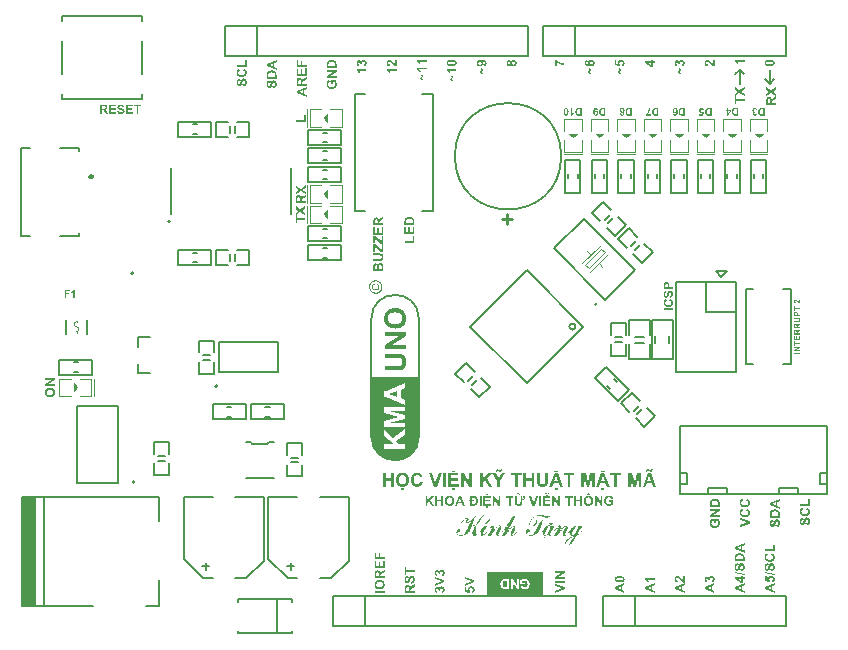
<source format=gto>
G04*
G04 #@! TF.GenerationSoftware,Altium Limited,Altium Designer,23.0.1 (38)*
G04*
G04 Layer_Color=65535*
%FSLAX44Y44*%
%MOMM*%
G71*
G04*
G04 #@! TF.SameCoordinates,88FC3FB3-D5F9-4073-A5BC-648FF294B969*
G04*
G04*
G04 #@! TF.FilePolarity,Positive*
G04*
G01*
G75*
%ADD10C,0.2000*%
%ADD11C,0.2000*%
%ADD12C,0.1000*%
%ADD13C,0.1270*%
%ADD14C,0.3000*%
%ADD15C,0.1524*%
%ADD16C,0.2032*%
%ADD17C,0.0500*%
%ADD18C,0.1500*%
%ADD19C,0.2540*%
G36*
X291356Y492240D02*
X291452Y492228D01*
X291560Y492204D01*
X291693Y492180D01*
X291825Y492156D01*
X292113Y492060D01*
X292269Y491988D01*
X292437Y491916D01*
X292593Y491819D01*
X292750Y491711D01*
X292906Y491591D01*
X293050Y491447D01*
X293062Y491435D01*
X293086Y491411D01*
X293122Y491363D01*
X293170Y491303D01*
X293230Y491219D01*
X293290Y491135D01*
X293363Y491015D01*
X293435Y490894D01*
X293507Y490762D01*
X293579Y490606D01*
X293639Y490438D01*
X293699Y490270D01*
X293747Y490077D01*
X293783Y489885D01*
X293807Y489669D01*
X293819Y489453D01*
Y489345D01*
X293807Y489260D01*
X293795Y489164D01*
X293783Y489056D01*
X293759Y488936D01*
X293735Y488792D01*
X293663Y488504D01*
X293543Y488191D01*
X293471Y488023D01*
X293386Y487879D01*
X293278Y487723D01*
X293170Y487579D01*
X293158Y487566D01*
X293134Y487542D01*
X293098Y487506D01*
X293050Y487458D01*
X292990Y487398D01*
X292906Y487338D01*
X292822Y487266D01*
X292714Y487194D01*
X292593Y487122D01*
X292473Y487038D01*
X292185Y486906D01*
X291849Y486798D01*
X291668Y486749D01*
X291476Y486726D01*
X291284Y488263D01*
X291296D01*
X291308D01*
X291380Y488275D01*
X291488Y488299D01*
X291620Y488335D01*
X291765Y488395D01*
X291921Y488456D01*
X292065Y488552D01*
X292197Y488660D01*
X292209Y488672D01*
X292245Y488720D01*
X292293Y488792D01*
X292341Y488876D01*
X292401Y488996D01*
X292449Y489128D01*
X292485Y489272D01*
X292497Y489441D01*
Y489465D01*
X292485Y489525D01*
X292473Y489609D01*
X292449Y489729D01*
X292401Y489861D01*
X292341Y489993D01*
X292245Y490137D01*
X292125Y490270D01*
X292113Y490282D01*
X292053Y490330D01*
X291969Y490378D01*
X291861Y490450D01*
X291716Y490510D01*
X291536Y490570D01*
X291332Y490606D01*
X291104Y490618D01*
X291092D01*
X291080D01*
X291008D01*
X290900Y490606D01*
X290755Y490582D01*
X290599Y490534D01*
X290443Y490474D01*
X290287Y490390D01*
X290143Y490282D01*
X290131Y490270D01*
X290083Y490222D01*
X290023Y490149D01*
X289962Y490065D01*
X289890Y489945D01*
X289842Y489813D01*
X289794Y489669D01*
X289782Y489501D01*
Y489381D01*
X289794Y489296D01*
X289806Y489188D01*
X289830Y489056D01*
X289866Y488924D01*
X289902Y488768D01*
X288617Y488936D01*
Y489044D01*
X288605Y489164D01*
X288593Y489309D01*
X288557Y489465D01*
X288509Y489633D01*
X288437Y489789D01*
X288340Y489933D01*
X288328Y489945D01*
X288280Y489993D01*
X288220Y490041D01*
X288124Y490113D01*
X288016Y490173D01*
X287884Y490234D01*
X287728Y490270D01*
X287548Y490282D01*
X287524D01*
X287475D01*
X287403Y490270D01*
X287307Y490246D01*
X287199Y490222D01*
X287091Y490173D01*
X286971Y490113D01*
X286875Y490029D01*
X286863Y490017D01*
X286839Y489981D01*
X286791Y489933D01*
X286743Y489849D01*
X286707Y489753D01*
X286658Y489645D01*
X286635Y489501D01*
X286623Y489357D01*
Y489285D01*
X286635Y489212D01*
X286658Y489116D01*
X286695Y489008D01*
X286743Y488888D01*
X286815Y488768D01*
X286911Y488660D01*
X286923Y488648D01*
X286959Y488612D01*
X287031Y488564D01*
X287127Y488504D01*
X287235Y488443D01*
X287379Y488395D01*
X287548Y488347D01*
X287740Y488311D01*
X287500Y486846D01*
X287488D01*
X287463Y486858D01*
X287427D01*
X287367Y486870D01*
X287235Y486906D01*
X287055Y486954D01*
X286863Y487026D01*
X286658Y487098D01*
X286466Y487194D01*
X286286Y487302D01*
X286262Y487314D01*
X286214Y487362D01*
X286130Y487434D01*
X286022Y487530D01*
X285914Y487651D01*
X285793Y487795D01*
X285673Y487975D01*
X285565Y488167D01*
Y488179D01*
X285553Y488191D01*
X285529Y488263D01*
X285481Y488383D01*
X285433Y488528D01*
X285385Y488708D01*
X285337Y488924D01*
X285313Y489152D01*
X285301Y489405D01*
Y489513D01*
X285313Y489597D01*
X285325Y489705D01*
X285337Y489813D01*
X285361Y489945D01*
X285397Y490077D01*
X285481Y490378D01*
X285541Y490534D01*
X285625Y490702D01*
X285709Y490858D01*
X285805Y491003D01*
X285926Y491159D01*
X286058Y491291D01*
X286070Y491303D01*
X286082Y491315D01*
X286118Y491351D01*
X286166Y491387D01*
X286286Y491483D01*
X286454Y491591D01*
X286658Y491699D01*
X286899Y491783D01*
X287163Y491856D01*
X287295Y491867D01*
X287439Y491880D01*
X287451D01*
X287488D01*
X287548Y491867D01*
X287620Y491856D01*
X287716Y491843D01*
X287824Y491819D01*
X287944Y491783D01*
X288076Y491735D01*
X288208Y491663D01*
X288353Y491591D01*
X288497Y491495D01*
X288641Y491375D01*
X288785Y491231D01*
X288929Y491075D01*
X289061Y490894D01*
X289193Y490678D01*
Y490690D01*
X289205Y490714D01*
Y490750D01*
X289230Y490798D01*
X289266Y490930D01*
X289338Y491087D01*
X289434Y491267D01*
X289554Y491459D01*
X289710Y491651D01*
X289890Y491819D01*
X289914Y491843D01*
X289986Y491892D01*
X290095Y491952D01*
X290251Y492036D01*
X290431Y492120D01*
X290659Y492180D01*
X290900Y492228D01*
X291176Y492252D01*
X291188D01*
X291224D01*
X291284D01*
X291356Y492240D01*
D02*
G37*
G36*
X319141Y486665D02*
X319129D01*
X319105D01*
X319057Y486677D01*
X318997Y486689D01*
X318925Y486701D01*
X318841Y486713D01*
X318624Y486762D01*
X318384Y486834D01*
X318120Y486930D01*
X317831Y487050D01*
X317555Y487206D01*
X317543D01*
X317519Y487230D01*
X317471Y487254D01*
X317423Y487302D01*
X317339Y487350D01*
X317255Y487422D01*
X317147Y487506D01*
X317026Y487603D01*
X316882Y487711D01*
X316738Y487843D01*
X316570Y487987D01*
X316390Y488155D01*
X316210Y488335D01*
X316005Y488540D01*
X315789Y488756D01*
X315561Y488996D01*
X315549Y489008D01*
X315513Y489044D01*
X315465Y489092D01*
X315392Y489164D01*
X315320Y489260D01*
X315224Y489357D01*
X315008Y489573D01*
X314780Y489789D01*
X314552Y490005D01*
X314455Y490102D01*
X314347Y490198D01*
X314263Y490270D01*
X314191Y490318D01*
X314167Y490330D01*
X314107Y490366D01*
X314011Y490426D01*
X313879Y490486D01*
X313735Y490546D01*
X313566Y490606D01*
X313398Y490642D01*
X313218Y490654D01*
X313206D01*
X313194D01*
X313134D01*
X313026Y490642D01*
X312906Y490618D01*
X312773Y490582D01*
X312641Y490534D01*
X312509Y490462D01*
X312389Y490366D01*
X312377Y490354D01*
X312341Y490318D01*
X312293Y490246D01*
X312245Y490162D01*
X312197Y490041D01*
X312149Y489909D01*
X312113Y489753D01*
X312101Y489573D01*
Y489489D01*
X312113Y489393D01*
X312137Y489285D01*
X312173Y489152D01*
X312233Y489020D01*
X312305Y488888D01*
X312401Y488768D01*
X312413Y488756D01*
X312461Y488720D01*
X312533Y488672D01*
X312641Y488624D01*
X312773Y488564D01*
X312954Y488516D01*
X313158Y488467D01*
X313398Y488443D01*
X313242Y486858D01*
X313230D01*
X313182Y486870D01*
X313122D01*
X313026Y486894D01*
X312918Y486906D01*
X312797Y486942D01*
X312665Y486978D01*
X312509Y487014D01*
X312209Y487134D01*
X311896Y487278D01*
X311740Y487374D01*
X311596Y487482D01*
X311476Y487603D01*
X311356Y487735D01*
X311344Y487747D01*
X311332Y487771D01*
X311308Y487807D01*
X311260Y487867D01*
X311224Y487939D01*
X311175Y488035D01*
X311115Y488131D01*
X311067Y488251D01*
X311007Y488383D01*
X310959Y488528D01*
X310863Y488840D01*
X310803Y489212D01*
X310791Y489405D01*
X310779Y489609D01*
Y489729D01*
X310791Y489813D01*
X310803Y489921D01*
X310815Y490041D01*
X310839Y490173D01*
X310863Y490318D01*
X310947Y490630D01*
X311067Y490942D01*
X311140Y491111D01*
X311224Y491255D01*
X311332Y491411D01*
X311452Y491543D01*
X311464Y491555D01*
X311476Y491579D01*
X311524Y491603D01*
X311572Y491651D01*
X311632Y491711D01*
X311716Y491771D01*
X311800Y491832D01*
X311908Y491904D01*
X312149Y492024D01*
X312425Y492144D01*
X312581Y492192D01*
X312749Y492216D01*
X312930Y492240D01*
X313110Y492252D01*
X313134D01*
X313206D01*
X313314Y492240D01*
X313446Y492228D01*
X313614Y492204D01*
X313795Y492168D01*
X313987Y492120D01*
X314179Y492048D01*
X314203Y492036D01*
X314263Y492012D01*
X314371Y491964D01*
X314503Y491892D01*
X314660Y491808D01*
X314840Y491699D01*
X315032Y491567D01*
X315236Y491411D01*
X315248Y491399D01*
X315308Y491351D01*
X315392Y491279D01*
X315513Y491171D01*
X315657Y491027D01*
X315849Y490846D01*
X316053Y490630D01*
X316306Y490366D01*
X316318Y490354D01*
X316330Y490330D01*
X316366Y490294D01*
X316414Y490246D01*
X316534Y490113D01*
X316678Y489957D01*
X316834Y489801D01*
X316990Y489645D01*
X317123Y489501D01*
X317183Y489453D01*
X317231Y489405D01*
X317243Y489393D01*
X317267Y489369D01*
X317315Y489333D01*
X317375Y489285D01*
X317507Y489176D01*
X317663Y489080D01*
Y492252D01*
X319141D01*
Y486665D01*
D02*
G37*
G36*
X344541Y490654D02*
X338522D01*
X338534Y490642D01*
X338558Y490618D01*
X338594Y490570D01*
X338654Y490498D01*
X338726Y490414D01*
X338798Y490318D01*
X338882Y490198D01*
X338978Y490065D01*
X339075Y489921D01*
X339171Y489765D01*
X339279Y489597D01*
X339375Y489417D01*
X339555Y489032D01*
X339723Y488600D01*
X338282D01*
Y488612D01*
X338270Y488624D01*
X338257Y488660D01*
X338246Y488708D01*
X338185Y488828D01*
X338113Y488996D01*
X338017Y489200D01*
X337885Y489429D01*
X337717Y489681D01*
X337525Y489945D01*
X337513Y489957D01*
X337501Y489981D01*
X337465Y490017D01*
X337416Y490065D01*
X337296Y490198D01*
X337140Y490342D01*
X336948Y490510D01*
X336708Y490678D01*
X336455Y490834D01*
X336179Y490955D01*
Y492252D01*
X344541D01*
Y490654D01*
D02*
G37*
G36*
X366150Y492240D02*
X366343Y492228D01*
X366571Y492204D01*
X366811Y492180D01*
X367076Y492156D01*
X367352Y492108D01*
X367640Y492048D01*
X367916Y491988D01*
X368193Y491904D01*
X368469Y491819D01*
X368722Y491699D01*
X368962Y491579D01*
X369166Y491435D01*
X369178Y491423D01*
X369202Y491399D01*
X369250Y491363D01*
X369298Y491315D01*
X369358Y491243D01*
X369430Y491159D01*
X369514Y491051D01*
X369586Y490942D01*
X369671Y490810D01*
X369755Y490678D01*
X369827Y490522D01*
X369887Y490354D01*
X369935Y490174D01*
X369983Y489969D01*
X370007Y489765D01*
X370019Y489549D01*
Y489501D01*
X370007Y489429D01*
Y489345D01*
X369995Y489249D01*
X369971Y489128D01*
X369947Y488996D01*
X369899Y488852D01*
X369851Y488696D01*
X369791Y488540D01*
X369719Y488371D01*
X369622Y488215D01*
X369526Y488047D01*
X369394Y487891D01*
X369262Y487735D01*
X369094Y487590D01*
X369082Y487579D01*
X369046Y487555D01*
X368986Y487518D01*
X368914Y487482D01*
X368806Y487422D01*
X368673Y487362D01*
X368505Y487290D01*
X368325Y487230D01*
X368109Y487158D01*
X367868Y487086D01*
X367592Y487026D01*
X367292Y486978D01*
X366955Y486930D01*
X366583Y486894D01*
X366186Y486870D01*
X365754Y486858D01*
X365742D01*
X365730D01*
X365694D01*
X365646D01*
X365526D01*
X365369Y486870D01*
X365177Y486882D01*
X364949Y486906D01*
X364709Y486930D01*
X364444Y486954D01*
X364168Y487002D01*
X363892Y487050D01*
X363603Y487122D01*
X363327Y487194D01*
X363063Y487290D01*
X362811Y487398D01*
X362570Y487518D01*
X362366Y487663D01*
X362354Y487675D01*
X362330Y487699D01*
X362282Y487735D01*
X362234Y487795D01*
X362162Y487855D01*
X362090Y487939D01*
X362018Y488047D01*
X361933Y488155D01*
X361849Y488287D01*
X361777Y488419D01*
X361705Y488576D01*
X361633Y488744D01*
X361585Y488924D01*
X361537Y489128D01*
X361513Y489333D01*
X361501Y489549D01*
Y489669D01*
X361513Y489753D01*
X361525Y489849D01*
X361549Y489969D01*
X361573Y490089D01*
X361609Y490234D01*
X361657Y490390D01*
X361717Y490534D01*
X361777Y490690D01*
X361861Y490846D01*
X361969Y491003D01*
X362078Y491159D01*
X362210Y491303D01*
X362366Y491435D01*
X362378Y491447D01*
X362414Y491471D01*
X362474Y491507D01*
X362558Y491567D01*
X362678Y491627D01*
X362822Y491699D01*
X362979Y491772D01*
X363183Y491843D01*
X363399Y491916D01*
X363652Y492000D01*
X363928Y492060D01*
X364240Y492120D01*
X364577Y492180D01*
X364937Y492216D01*
X365334Y492240D01*
X365766Y492252D01*
X365778D01*
X365790D01*
X365826D01*
X365874D01*
X365994D01*
X366150Y492240D01*
D02*
G37*
G36*
X192117Y486389D02*
X183863D01*
Y488071D01*
X190711D01*
Y492252D01*
X192117D01*
Y486389D01*
D02*
G37*
G36*
X217517Y490438D02*
X215631Y489717D01*
Y486377D01*
X217517Y485692D01*
Y483914D01*
X209203Y487134D01*
Y488912D01*
X217517Y492252D01*
Y490438D01*
D02*
G37*
G36*
X344541Y484190D02*
X338522D01*
X338534Y484179D01*
X338558Y484155D01*
X338594Y484106D01*
X338654Y484034D01*
X338726Y483950D01*
X338798Y483854D01*
X338882Y483734D01*
X338978Y483602D01*
X339075Y483458D01*
X339171Y483301D01*
X339279Y483133D01*
X339375Y482953D01*
X339555Y482569D01*
X339723Y482136D01*
X338282D01*
Y482148D01*
X338270Y482160D01*
X338257Y482196D01*
X338246Y482244D01*
X338185Y482364D01*
X338113Y482533D01*
X338017Y482737D01*
X337885Y482965D01*
X337717Y483217D01*
X337525Y483482D01*
X337513Y483494D01*
X337501Y483518D01*
X337465Y483554D01*
X337416Y483602D01*
X337296Y483734D01*
X337140Y483878D01*
X336948Y484046D01*
X336708Y484215D01*
X336455Y484371D01*
X336179Y484491D01*
Y485788D01*
X344541D01*
Y484190D01*
D02*
G37*
G36*
X319141Y482881D02*
X313122D01*
X313134Y482869D01*
X313158Y482845D01*
X313194Y482797D01*
X313254Y482725D01*
X313326Y482641D01*
X313398Y482545D01*
X313482Y482424D01*
X313578Y482292D01*
X313675Y482148D01*
X313771Y481992D01*
X313879Y481824D01*
X313975Y481643D01*
X314155Y481259D01*
X314323Y480826D01*
X312882D01*
Y480839D01*
X312869Y480850D01*
X312857Y480887D01*
X312845Y480935D01*
X312785Y481055D01*
X312713Y481223D01*
X312617Y481427D01*
X312485Y481656D01*
X312317Y481908D01*
X312125Y482172D01*
X312113Y482184D01*
X312101Y482208D01*
X312065Y482244D01*
X312017Y482292D01*
X311896Y482424D01*
X311740Y482569D01*
X311548Y482737D01*
X311308Y482905D01*
X311055Y483061D01*
X310779Y483181D01*
Y484479D01*
X319141D01*
Y482881D01*
D02*
G37*
G36*
X369863Y482869D02*
X363844D01*
X363856Y482857D01*
X363880Y482833D01*
X363916Y482785D01*
X363976Y482713D01*
X364048Y482629D01*
X364120Y482533D01*
X364204Y482412D01*
X364300Y482280D01*
X364396Y482136D01*
X364492Y481980D01*
X364601Y481812D01*
X364697Y481632D01*
X364877Y481247D01*
X365045Y480815D01*
X363603D01*
Y480826D01*
X363591Y480839D01*
X363579Y480875D01*
X363567Y480923D01*
X363507Y481043D01*
X363435Y481211D01*
X363339Y481415D01*
X363207Y481643D01*
X363039Y481896D01*
X362846Y482160D01*
X362835Y482172D01*
X362822Y482196D01*
X362786Y482232D01*
X362738Y482280D01*
X362618Y482412D01*
X362462Y482557D01*
X362270Y482725D01*
X362030Y482893D01*
X361777Y483049D01*
X361501Y483169D01*
Y484467D01*
X369863D01*
Y482869D01*
D02*
G37*
G36*
X293663Y482797D02*
X287644D01*
X287656Y482785D01*
X287680Y482761D01*
X287716Y482713D01*
X287776Y482641D01*
X287848Y482556D01*
X287920Y482460D01*
X288004Y482340D01*
X288100Y482208D01*
X288196Y482064D01*
X288293Y481908D01*
X288401Y481740D01*
X288497Y481559D01*
X288677Y481175D01*
X288845Y480742D01*
X287403D01*
Y480754D01*
X287391Y480766D01*
X287379Y480802D01*
X287367Y480850D01*
X287307Y480971D01*
X287235Y481139D01*
X287139Y481343D01*
X287007Y481571D01*
X286839Y481824D01*
X286646Y482088D01*
X286635Y482100D01*
X286623Y482124D01*
X286586Y482160D01*
X286538Y482208D01*
X286418Y482340D01*
X286262Y482485D01*
X286070Y482653D01*
X285830Y482821D01*
X285577Y482977D01*
X285301Y483097D01*
Y484395D01*
X293663D01*
Y482797D01*
D02*
G37*
G36*
X558391Y485203D02*
X558488Y485191D01*
X558608Y485179D01*
X558728Y485155D01*
X558968Y485083D01*
X558980D01*
X559016Y485059D01*
X559076Y485035D01*
X559148Y484999D01*
X559305Y484902D01*
X559473Y484770D01*
X559485Y484758D01*
X559509Y484734D01*
X559533Y484698D01*
X559581Y484638D01*
X559677Y484506D01*
X559761Y484326D01*
Y484314D01*
X559773Y484278D01*
X559785Y484230D01*
X559809Y484170D01*
X559821Y484086D01*
X559845Y484001D01*
X559857Y483809D01*
Y483677D01*
X559845Y483545D01*
X559821Y483401D01*
Y483389D01*
X559809Y483377D01*
X559797Y483304D01*
X559761Y483208D01*
X559713Y483100D01*
X559701Y483076D01*
X559665Y483016D01*
X559617Y482944D01*
X559545Y482860D01*
X559533Y482836D01*
X559485Y482788D01*
X559413Y482728D01*
X559341Y482644D01*
X559317Y482632D01*
X559269Y482584D01*
X559208Y482524D01*
X559136Y482464D01*
X559124Y482452D01*
X559076Y482416D01*
X559028Y482355D01*
X558968Y482295D01*
X558956Y482283D01*
X558932Y482247D01*
X558896Y482187D01*
X558860Y482127D01*
X558848Y482115D01*
X558836Y482079D01*
X558824Y482019D01*
X558812Y481935D01*
Y481911D01*
X558824Y481863D01*
X558836Y481779D01*
X558872Y481707D01*
X558884Y481695D01*
X558908Y481659D01*
X558956Y481610D01*
X559028Y481562D01*
X559040Y481550D01*
X559088Y481526D01*
X559172Y481502D01*
X559269Y481478D01*
X559293D01*
X559353Y481466D01*
X559449Y481454D01*
X559569D01*
X559581D01*
X559617Y481442D01*
X559665Y481406D01*
X559701Y481334D01*
Y481310D01*
X559713Y481250D01*
X559725Y481130D01*
X559737Y480974D01*
Y480818D01*
X559725Y480733D01*
Y480722D01*
X559713Y480673D01*
X559701Y480625D01*
X559689Y480577D01*
Y480565D01*
X559677Y480553D01*
X559629Y480505D01*
X559617D01*
X559593D01*
X559521Y480493D01*
X559389D01*
X559365D01*
X559317D01*
X559244D01*
X559136Y480505D01*
X559028Y480517D01*
X558908Y480529D01*
X558668Y480589D01*
X558656D01*
X558620Y480613D01*
X558560Y480637D01*
X558488Y480673D01*
X558319Y480757D01*
X558151Y480890D01*
X558139Y480902D01*
X558115Y480926D01*
X558079Y480962D01*
X558031Y481022D01*
X557935Y481154D01*
X557851Y481334D01*
Y481346D01*
X557839Y481382D01*
X557815Y481430D01*
X557791Y481502D01*
X557779Y481586D01*
X557755Y481683D01*
X557743Y481899D01*
Y482031D01*
X557767Y482151D01*
X557791Y482283D01*
Y482295D01*
X557803Y482319D01*
X557815Y482392D01*
X557851Y482488D01*
X557899Y482596D01*
Y482608D01*
X557911Y482620D01*
X557947Y482680D01*
X557995Y482752D01*
X558067Y482836D01*
X558079Y482860D01*
X558127Y482908D01*
X558187Y482968D01*
X558259Y483040D01*
X558271Y483064D01*
X558319Y483100D01*
X558391Y483172D01*
X558464Y483232D01*
X558476Y483245D01*
X558524Y483280D01*
X558584Y483329D01*
X558644Y483389D01*
X558656Y483401D01*
X558680Y483437D01*
X558716Y483497D01*
X558752Y483557D01*
Y483569D01*
X558764Y483617D01*
X558776Y483677D01*
X558788Y483761D01*
Y483785D01*
X558776Y483833D01*
X558764Y483905D01*
X558740Y483977D01*
X558728Y483989D01*
X558692Y484037D01*
X558644Y484086D01*
X558584Y484133D01*
X558572Y484146D01*
X558524Y484170D01*
X558452Y484194D01*
X558355Y484218D01*
X558344D01*
X558331Y484230D01*
X558259Y484242D01*
X558151Y484254D01*
X558019D01*
X558007D01*
X557971Y484266D01*
X557935Y484302D01*
X557899Y484374D01*
X557887Y484398D01*
X557875Y484458D01*
X557863Y484566D01*
X557851Y484722D01*
Y484806D01*
X557863Y484890D01*
X557875Y484963D01*
Y484975D01*
X557887Y485023D01*
X557899Y485059D01*
X557911Y485107D01*
Y485119D01*
X557923Y485143D01*
X557947Y485167D01*
X557983Y485191D01*
X557995D01*
X558007Y485203D01*
X558079Y485215D01*
X558247D01*
X558259D01*
X558319D01*
X558391Y485203D01*
D02*
G37*
G36*
X507592D02*
X507688Y485191D01*
X507808Y485179D01*
X507928Y485155D01*
X508168Y485083D01*
X508180D01*
X508216Y485059D01*
X508276Y485035D01*
X508348Y484999D01*
X508505Y484902D01*
X508673Y484770D01*
X508685Y484758D01*
X508709Y484734D01*
X508733Y484698D01*
X508781Y484638D01*
X508877Y484506D01*
X508961Y484326D01*
Y484314D01*
X508973Y484278D01*
X508985Y484230D01*
X509009Y484170D01*
X509021Y484086D01*
X509045Y484001D01*
X509057Y483809D01*
Y483677D01*
X509045Y483545D01*
X509021Y483401D01*
Y483389D01*
X509009Y483377D01*
X508997Y483304D01*
X508961Y483208D01*
X508913Y483100D01*
X508901Y483076D01*
X508865Y483016D01*
X508817Y482944D01*
X508745Y482860D01*
X508733Y482836D01*
X508685Y482788D01*
X508613Y482728D01*
X508541Y482644D01*
X508517Y482632D01*
X508469Y482584D01*
X508409Y482524D01*
X508336Y482464D01*
X508324Y482452D01*
X508276Y482416D01*
X508228Y482355D01*
X508168Y482295D01*
X508156Y482283D01*
X508132Y482247D01*
X508096Y482187D01*
X508060Y482127D01*
X508048Y482115D01*
X508036Y482079D01*
X508024Y482019D01*
X508012Y481935D01*
Y481911D01*
X508024Y481863D01*
X508036Y481779D01*
X508072Y481707D01*
X508084Y481695D01*
X508108Y481659D01*
X508156Y481610D01*
X508228Y481562D01*
X508240Y481550D01*
X508288Y481526D01*
X508372Y481502D01*
X508469Y481478D01*
X508493D01*
X508553Y481466D01*
X508649Y481454D01*
X508769D01*
X508781D01*
X508817Y481442D01*
X508865Y481406D01*
X508901Y481334D01*
Y481310D01*
X508913Y481250D01*
X508925Y481130D01*
X508937Y480974D01*
Y480818D01*
X508925Y480733D01*
Y480722D01*
X508913Y480673D01*
X508901Y480625D01*
X508889Y480577D01*
Y480565D01*
X508877Y480553D01*
X508829Y480505D01*
X508817D01*
X508793D01*
X508721Y480493D01*
X508589D01*
X508565D01*
X508517D01*
X508445D01*
X508336Y480505D01*
X508228Y480517D01*
X508108Y480529D01*
X507868Y480589D01*
X507856D01*
X507820Y480613D01*
X507760Y480637D01*
X507688Y480673D01*
X507519Y480757D01*
X507351Y480890D01*
X507339Y480902D01*
X507315Y480926D01*
X507279Y480962D01*
X507231Y481022D01*
X507135Y481154D01*
X507051Y481334D01*
Y481346D01*
X507039Y481382D01*
X507015Y481430D01*
X506991Y481502D01*
X506979Y481586D01*
X506955Y481683D01*
X506943Y481899D01*
Y482031D01*
X506967Y482151D01*
X506991Y482283D01*
Y482295D01*
X507003Y482319D01*
X507015Y482392D01*
X507051Y482488D01*
X507099Y482596D01*
Y482608D01*
X507111Y482620D01*
X507147Y482680D01*
X507195Y482752D01*
X507267Y482836D01*
X507279Y482860D01*
X507327Y482908D01*
X507387Y482968D01*
X507459Y483040D01*
X507471Y483064D01*
X507519Y483100D01*
X507592Y483172D01*
X507664Y483232D01*
X507676Y483245D01*
X507724Y483280D01*
X507784Y483329D01*
X507844Y483389D01*
X507856Y483401D01*
X507880Y483437D01*
X507916Y483497D01*
X507952Y483557D01*
Y483569D01*
X507964Y483617D01*
X507976Y483677D01*
X507988Y483761D01*
Y483785D01*
X507976Y483833D01*
X507964Y483905D01*
X507940Y483977D01*
X507928Y483989D01*
X507892Y484037D01*
X507844Y484086D01*
X507784Y484133D01*
X507772Y484146D01*
X507724Y484170D01*
X507652Y484194D01*
X507555Y484218D01*
X507543D01*
X507531Y484230D01*
X507459Y484242D01*
X507351Y484254D01*
X507219D01*
X507207D01*
X507171Y484266D01*
X507135Y484302D01*
X507099Y484374D01*
X507087Y484398D01*
X507075Y484458D01*
X507063Y484566D01*
X507051Y484722D01*
Y484806D01*
X507063Y484890D01*
X507075Y484963D01*
Y484975D01*
X507087Y485023D01*
X507099Y485059D01*
X507111Y485107D01*
Y485119D01*
X507123Y485143D01*
X507147Y485167D01*
X507183Y485191D01*
X507195D01*
X507207Y485203D01*
X507279Y485215D01*
X507447D01*
X507459D01*
X507519D01*
X507592Y485203D01*
D02*
G37*
G36*
X482192Y485203D02*
X482288Y485191D01*
X482408Y485179D01*
X482528Y485155D01*
X482768Y485083D01*
X482780D01*
X482816Y485059D01*
X482876Y485035D01*
X482948Y484999D01*
X483105Y484902D01*
X483273Y484770D01*
X483285Y484758D01*
X483309Y484734D01*
X483333Y484698D01*
X483381Y484638D01*
X483477Y484506D01*
X483561Y484326D01*
Y484314D01*
X483573Y484278D01*
X483585Y484230D01*
X483609Y484170D01*
X483621Y484085D01*
X483645Y484001D01*
X483657Y483809D01*
Y483677D01*
X483645Y483545D01*
X483621Y483401D01*
Y483389D01*
X483609Y483377D01*
X483597Y483304D01*
X483561Y483208D01*
X483513Y483100D01*
X483501Y483076D01*
X483465Y483016D01*
X483417Y482944D01*
X483345Y482860D01*
X483333Y482836D01*
X483285Y482788D01*
X483213Y482728D01*
X483141Y482644D01*
X483117Y482632D01*
X483069Y482584D01*
X483008Y482524D01*
X482936Y482463D01*
X482924Y482452D01*
X482876Y482416D01*
X482828Y482355D01*
X482768Y482295D01*
X482756Y482283D01*
X482732Y482247D01*
X482696Y482187D01*
X482660Y482127D01*
X482648Y482115D01*
X482636Y482079D01*
X482624Y482019D01*
X482612Y481935D01*
Y481911D01*
X482624Y481863D01*
X482636Y481779D01*
X482672Y481707D01*
X482684Y481695D01*
X482708Y481659D01*
X482756Y481610D01*
X482828Y481562D01*
X482840Y481550D01*
X482888Y481526D01*
X482972Y481502D01*
X483069Y481478D01*
X483093D01*
X483153Y481466D01*
X483249Y481454D01*
X483369D01*
X483381D01*
X483417Y481442D01*
X483465Y481406D01*
X483501Y481334D01*
Y481310D01*
X483513Y481250D01*
X483525Y481130D01*
X483537Y480974D01*
Y480818D01*
X483525Y480733D01*
Y480722D01*
X483513Y480673D01*
X483501Y480625D01*
X483489Y480577D01*
Y480565D01*
X483477Y480553D01*
X483429Y480505D01*
X483417D01*
X483393D01*
X483321Y480493D01*
X483189D01*
X483165D01*
X483117D01*
X483045D01*
X482936Y480505D01*
X482828Y480517D01*
X482708Y480529D01*
X482468Y480589D01*
X482456D01*
X482420Y480613D01*
X482360Y480637D01*
X482288Y480673D01*
X482119Y480757D01*
X481951Y480890D01*
X481939Y480902D01*
X481915Y480926D01*
X481879Y480962D01*
X481831Y481022D01*
X481735Y481154D01*
X481651Y481334D01*
Y481346D01*
X481639Y481382D01*
X481615Y481430D01*
X481591Y481502D01*
X481579Y481586D01*
X481555Y481683D01*
X481543Y481899D01*
Y482031D01*
X481567Y482151D01*
X481591Y482283D01*
Y482295D01*
X481603Y482319D01*
X481615Y482391D01*
X481651Y482488D01*
X481699Y482596D01*
Y482608D01*
X481711Y482620D01*
X481747Y482680D01*
X481795Y482752D01*
X481867Y482836D01*
X481879Y482860D01*
X481927Y482908D01*
X481987Y482968D01*
X482059Y483040D01*
X482071Y483064D01*
X482119Y483100D01*
X482192Y483172D01*
X482264Y483232D01*
X482276Y483244D01*
X482324Y483280D01*
X482384Y483329D01*
X482444Y483389D01*
X482456Y483401D01*
X482480Y483437D01*
X482516Y483497D01*
X482552Y483557D01*
Y483569D01*
X482564Y483617D01*
X482576Y483677D01*
X482588Y483761D01*
Y483785D01*
X482576Y483833D01*
X482564Y483905D01*
X482540Y483977D01*
X482528Y483989D01*
X482492Y484037D01*
X482444Y484085D01*
X482384Y484133D01*
X482372Y484146D01*
X482324Y484170D01*
X482252Y484194D01*
X482155Y484218D01*
X482143D01*
X482131Y484230D01*
X482059Y484242D01*
X481951Y484254D01*
X481819D01*
X481807D01*
X481771Y484266D01*
X481735Y484302D01*
X481699Y484374D01*
X481687Y484398D01*
X481675Y484458D01*
X481663Y484566D01*
X481651Y484722D01*
Y484806D01*
X481663Y484890D01*
X481675Y484963D01*
Y484975D01*
X481687Y485023D01*
X481699Y485059D01*
X481711Y485107D01*
Y485119D01*
X481723Y485143D01*
X481747Y485167D01*
X481783Y485191D01*
X481795D01*
X481807Y485203D01*
X481879Y485215D01*
X482047D01*
X482059D01*
X482119D01*
X482192Y485203D01*
D02*
G37*
G36*
X390751D02*
X390848Y485191D01*
X390968Y485179D01*
X391088Y485155D01*
X391328Y485083D01*
X391340D01*
X391376Y485059D01*
X391436Y485035D01*
X391508Y484999D01*
X391665Y484902D01*
X391833Y484770D01*
X391845Y484758D01*
X391869Y484734D01*
X391893Y484698D01*
X391941Y484638D01*
X392037Y484506D01*
X392121Y484326D01*
Y484314D01*
X392133Y484278D01*
X392145Y484230D01*
X392169Y484170D01*
X392181Y484085D01*
X392205Y484001D01*
X392217Y483809D01*
Y483677D01*
X392205Y483545D01*
X392181Y483401D01*
Y483389D01*
X392169Y483377D01*
X392157Y483304D01*
X392121Y483208D01*
X392073Y483100D01*
X392061Y483076D01*
X392025Y483016D01*
X391977Y482944D01*
X391905Y482860D01*
X391893Y482836D01*
X391845Y482788D01*
X391773Y482728D01*
X391701Y482644D01*
X391677Y482632D01*
X391628Y482584D01*
X391568Y482524D01*
X391496Y482463D01*
X391484Y482452D01*
X391436Y482416D01*
X391388Y482355D01*
X391328Y482295D01*
X391316Y482283D01*
X391292Y482247D01*
X391256Y482187D01*
X391220Y482127D01*
X391208Y482115D01*
X391196Y482079D01*
X391184Y482019D01*
X391172Y481935D01*
Y481911D01*
X391184Y481863D01*
X391196Y481779D01*
X391232Y481707D01*
X391244Y481695D01*
X391268Y481659D01*
X391316Y481610D01*
X391388Y481562D01*
X391400Y481550D01*
X391448Y481526D01*
X391532Y481502D01*
X391628Y481478D01*
X391652D01*
X391713Y481466D01*
X391809Y481454D01*
X391929D01*
X391941D01*
X391977Y481442D01*
X392025Y481406D01*
X392061Y481334D01*
Y481310D01*
X392073Y481250D01*
X392085Y481130D01*
X392097Y480974D01*
Y480818D01*
X392085Y480733D01*
Y480722D01*
X392073Y480673D01*
X392061Y480625D01*
X392049Y480577D01*
Y480565D01*
X392037Y480553D01*
X391989Y480505D01*
X391977D01*
X391953D01*
X391881Y480493D01*
X391749D01*
X391725D01*
X391677D01*
X391604D01*
X391496Y480505D01*
X391388Y480517D01*
X391268Y480529D01*
X391028Y480589D01*
X391016D01*
X390980Y480613D01*
X390920Y480637D01*
X390848Y480673D01*
X390679Y480757D01*
X390511Y480890D01*
X390499Y480902D01*
X390475Y480926D01*
X390439Y480962D01*
X390391Y481022D01*
X390295Y481154D01*
X390211Y481334D01*
Y481346D01*
X390199Y481382D01*
X390175Y481430D01*
X390151Y481502D01*
X390139Y481586D01*
X390115Y481683D01*
X390103Y481899D01*
Y482031D01*
X390127Y482151D01*
X390151Y482283D01*
Y482295D01*
X390163Y482319D01*
X390175Y482391D01*
X390211Y482488D01*
X390259Y482596D01*
Y482608D01*
X390271Y482620D01*
X390307Y482680D01*
X390355Y482752D01*
X390427Y482836D01*
X390439Y482860D01*
X390487Y482908D01*
X390547Y482968D01*
X390619Y483040D01*
X390631Y483064D01*
X390679Y483100D01*
X390751Y483172D01*
X390824Y483232D01*
X390836Y483244D01*
X390884Y483280D01*
X390944Y483329D01*
X391004Y483389D01*
X391016Y483401D01*
X391040Y483437D01*
X391076Y483497D01*
X391112Y483557D01*
Y483569D01*
X391124Y483617D01*
X391136Y483677D01*
X391148Y483761D01*
Y483785D01*
X391136Y483833D01*
X391124Y483905D01*
X391100Y483977D01*
X391088Y483989D01*
X391052Y484037D01*
X391004Y484085D01*
X390944Y484133D01*
X390932Y484146D01*
X390884Y484170D01*
X390812Y484194D01*
X390715Y484218D01*
X390703D01*
X390691Y484230D01*
X390619Y484242D01*
X390511Y484254D01*
X390379D01*
X390367D01*
X390331Y484266D01*
X390295Y484302D01*
X390259Y484374D01*
X390247Y484398D01*
X390235Y484458D01*
X390223Y484566D01*
X390211Y484722D01*
Y484806D01*
X390223Y484890D01*
X390235Y484963D01*
Y484975D01*
X390247Y485023D01*
X390259Y485059D01*
X390271Y485107D01*
Y485119D01*
X390283Y485143D01*
X390307Y485167D01*
X390343Y485191D01*
X390355D01*
X390367Y485203D01*
X390439Y485215D01*
X390607D01*
X390619D01*
X390679D01*
X390751Y485203D01*
D02*
G37*
G36*
X189630Y484887D02*
X189702Y484863D01*
X189798Y484827D01*
X189906Y484779D01*
X190039Y484731D01*
X190183Y484671D01*
X190339Y484599D01*
X190663Y484431D01*
X191000Y484215D01*
X191324Y483950D01*
X191468Y483806D01*
X191600Y483650D01*
X191612Y483638D01*
X191624Y483614D01*
X191660Y483566D01*
X191708Y483494D01*
X191756Y483410D01*
X191805Y483301D01*
X191865Y483181D01*
X191925Y483049D01*
X191997Y482893D01*
X192057Y482725D01*
X192105Y482545D01*
X192153Y482352D01*
X192201Y482148D01*
X192237Y481920D01*
X192249Y481692D01*
X192261Y481439D01*
Y481367D01*
X192249Y481283D01*
X192237Y481163D01*
X192225Y481031D01*
X192201Y480863D01*
X192165Y480682D01*
X192117Y480478D01*
X192057Y480274D01*
X191985Y480058D01*
X191889Y479829D01*
X191780Y479601D01*
X191660Y479373D01*
X191504Y479145D01*
X191336Y478928D01*
X191132Y478724D01*
X191120Y478712D01*
X191084Y478676D01*
X191012Y478628D01*
X190928Y478556D01*
X190807Y478484D01*
X190675Y478388D01*
X190507Y478292D01*
X190315Y478195D01*
X190110Y478099D01*
X189882Y478003D01*
X189618Y477907D01*
X189342Y477835D01*
X189053Y477763D01*
X188729Y477715D01*
X188393Y477679D01*
X188032Y477667D01*
X188020D01*
X188008D01*
X187936D01*
X187828Y477679D01*
X187684D01*
X187516Y477703D01*
X187311Y477727D01*
X187095Y477751D01*
X186843Y477799D01*
X186590Y477859D01*
X186326Y477931D01*
X186062Y478015D01*
X185785Y478123D01*
X185521Y478243D01*
X185269Y478388D01*
X185028Y478544D01*
X184800Y478736D01*
X184788Y478748D01*
X184752Y478784D01*
X184692Y478844D01*
X184620Y478928D01*
X184536Y479036D01*
X184440Y479169D01*
X184332Y479313D01*
X184224Y479493D01*
X184116Y479685D01*
X184007Y479889D01*
X183911Y480130D01*
X183827Y480370D01*
X183755Y480646D01*
X183695Y480923D01*
X183659Y481235D01*
X183647Y481547D01*
Y481692D01*
X183659Y481800D01*
X183671Y481932D01*
X183695Y482076D01*
X183719Y482244D01*
X183755Y482424D01*
X183803Y482617D01*
X183863Y482821D01*
X183935Y483025D01*
X184031Y483241D01*
X184128Y483446D01*
X184248Y483638D01*
X184392Y483842D01*
X184548Y484022D01*
Y484034D01*
X184572Y484046D01*
X184608Y484082D01*
X184644Y484118D01*
X184704Y484166D01*
X184776Y484215D01*
X184944Y484347D01*
X185161Y484479D01*
X185425Y484623D01*
X185725Y484755D01*
X186074Y484875D01*
X186470Y483217D01*
X186458D01*
X186446Y483205D01*
X186410D01*
X186362Y483181D01*
X186254Y483145D01*
X186110Y483085D01*
X185942Y483001D01*
X185773Y482893D01*
X185605Y482749D01*
X185461Y482593D01*
X185449Y482569D01*
X185401Y482509D01*
X185341Y482412D01*
X185269Y482280D01*
X185197Y482112D01*
X185137Y481920D01*
X185089Y481703D01*
X185077Y481463D01*
Y481379D01*
X185089Y481307D01*
X185101Y481235D01*
X185113Y481139D01*
X185161Y480935D01*
X185245Y480694D01*
X185365Y480442D01*
X185437Y480310D01*
X185521Y480190D01*
X185629Y480070D01*
X185749Y479962D01*
X185761D01*
X185785Y479937D01*
X185821Y479913D01*
X185882Y479877D01*
X185954Y479829D01*
X186038Y479781D01*
X186146Y479733D01*
X186266Y479685D01*
X186410Y479625D01*
X186566Y479577D01*
X186747Y479529D01*
X186939Y479481D01*
X187155Y479445D01*
X187383Y479421D01*
X187636Y479409D01*
X187912Y479397D01*
X187924D01*
X187984D01*
X188068D01*
X188164Y479409D01*
X188296D01*
X188453Y479433D01*
X188609Y479445D01*
X188789Y479469D01*
X189161Y479541D01*
X189534Y479637D01*
X189714Y479697D01*
X189882Y479781D01*
X190039Y479865D01*
X190171Y479962D01*
X190183Y479973D01*
X190195Y479986D01*
X190231Y480022D01*
X190279Y480070D01*
X190375Y480190D01*
X190495Y480358D01*
X190627Y480562D01*
X190723Y480815D01*
X190807Y481103D01*
X190819Y481259D01*
X190831Y481427D01*
Y481487D01*
X190819Y481535D01*
X190807Y481668D01*
X190783Y481824D01*
X190723Y481992D01*
X190651Y482184D01*
X190555Y482376D01*
X190411Y482569D01*
X190387Y482593D01*
X190327Y482653D01*
X190231Y482737D01*
X190086Y482833D01*
X189894Y482953D01*
X189666Y483061D01*
X189390Y483169D01*
X189065Y483265D01*
X189570Y484899D01*
X189582D01*
X189630Y484887D01*
D02*
G37*
G36*
X213708Y483325D02*
X213804D01*
X213925Y483313D01*
X214057Y483301D01*
X214333Y483277D01*
X214622Y483229D01*
X214922Y483157D01*
X215210Y483073D01*
X215222D01*
X215246Y483061D01*
X215294Y483037D01*
X215366Y483013D01*
X215438Y482989D01*
X215522Y482941D01*
X215739Y482845D01*
X215967Y482725D01*
X216219Y482569D01*
X216460Y482388D01*
X216688Y482184D01*
X216712Y482160D01*
X216760Y482100D01*
X216832Y482004D01*
X216928Y481872D01*
X217036Y481703D01*
X217144Y481511D01*
X217253Y481271D01*
X217349Y481007D01*
Y480995D01*
X217361Y480983D01*
Y480947D01*
X217373Y480911D01*
X217397Y480778D01*
X217433Y480610D01*
X217469Y480406D01*
X217493Y480154D01*
X217505Y479853D01*
X217517Y479529D01*
Y476381D01*
X209203D01*
Y479697D01*
X209215Y479793D01*
X209227Y480022D01*
X209239Y480274D01*
X209275Y480538D01*
X209311Y480790D01*
X209371Y481019D01*
Y481031D01*
X209383Y481055D01*
X209395Y481091D01*
X209407Y481139D01*
X209467Y481283D01*
X209552Y481451D01*
X209660Y481643D01*
X209792Y481860D01*
X209948Y482064D01*
X210140Y482268D01*
Y482280D01*
X210164Y482292D01*
X210236Y482352D01*
X210356Y482448D01*
X210513Y482556D01*
X210705Y482689D01*
X210933Y482821D01*
X211197Y482953D01*
X211486Y483061D01*
X211498D01*
X211522Y483073D01*
X211570Y483085D01*
X211630Y483109D01*
X211702Y483121D01*
X211798Y483145D01*
X211906Y483169D01*
X212026Y483205D01*
X212159Y483229D01*
X212315Y483253D01*
X212471Y483277D01*
X212651Y483289D01*
X213024Y483325D01*
X213444Y483337D01*
X213456D01*
X213492D01*
X213540D01*
X213612D01*
X213708Y483325D01*
D02*
G37*
G36*
X339952Y479813D02*
X340048Y479801D01*
X340168Y479789D01*
X340288Y479765D01*
X340528Y479692D01*
X340540D01*
X340576Y479669D01*
X340636Y479644D01*
X340708Y479608D01*
X340865Y479512D01*
X341033Y479380D01*
X341045Y479368D01*
X341069Y479344D01*
X341093Y479308D01*
X341141Y479248D01*
X341237Y479116D01*
X341321Y478936D01*
Y478924D01*
X341333Y478887D01*
X341345Y478839D01*
X341369Y478779D01*
X341381Y478695D01*
X341405Y478611D01*
X341417Y478419D01*
Y478287D01*
X341405Y478155D01*
X341381Y478010D01*
Y477999D01*
X341369Y477986D01*
X341357Y477914D01*
X341321Y477818D01*
X341273Y477710D01*
X341261Y477686D01*
X341225Y477626D01*
X341177Y477554D01*
X341105Y477470D01*
X341093Y477446D01*
X341045Y477398D01*
X340973Y477338D01*
X340901Y477254D01*
X340877Y477242D01*
X340829Y477193D01*
X340769Y477133D01*
X340696Y477073D01*
X340684Y477061D01*
X340636Y477025D01*
X340588Y476965D01*
X340528Y476905D01*
X340516Y476893D01*
X340492Y476857D01*
X340456Y476797D01*
X340420Y476737D01*
X340408Y476725D01*
X340396Y476689D01*
X340384Y476629D01*
X340372Y476545D01*
Y476521D01*
X340384Y476473D01*
X340396Y476389D01*
X340432Y476316D01*
X340444Y476305D01*
X340468Y476268D01*
X340516Y476220D01*
X340588Y476172D01*
X340600Y476160D01*
X340648Y476136D01*
X340732Y476112D01*
X340829Y476088D01*
X340853D01*
X340913Y476076D01*
X341009Y476064D01*
X341129D01*
X341141D01*
X341177Y476052D01*
X341225Y476016D01*
X341261Y475944D01*
Y475920D01*
X341273Y475860D01*
X341285Y475740D01*
X341297Y475584D01*
Y475427D01*
X341285Y475343D01*
Y475331D01*
X341273Y475283D01*
X341261Y475235D01*
X341249Y475187D01*
Y475175D01*
X341237Y475163D01*
X341189Y475115D01*
X341177D01*
X341153D01*
X341081Y475103D01*
X340949D01*
X340925D01*
X340877D01*
X340804D01*
X340696Y475115D01*
X340588Y475127D01*
X340468Y475139D01*
X340228Y475199D01*
X340216D01*
X340180Y475223D01*
X340120Y475247D01*
X340048Y475283D01*
X339879Y475367D01*
X339711Y475499D01*
X339699Y475512D01*
X339675Y475536D01*
X339639Y475572D01*
X339591Y475632D01*
X339495Y475764D01*
X339411Y475944D01*
Y475956D01*
X339399Y475992D01*
X339375Y476040D01*
X339351Y476112D01*
X339339Y476196D01*
X339315Y476292D01*
X339303Y476509D01*
Y476641D01*
X339327Y476761D01*
X339351Y476893D01*
Y476905D01*
X339363Y476929D01*
X339375Y477001D01*
X339411Y477097D01*
X339459Y477206D01*
Y477218D01*
X339471Y477230D01*
X339507Y477290D01*
X339555Y477362D01*
X339627Y477446D01*
X339639Y477470D01*
X339687Y477518D01*
X339747Y477578D01*
X339819Y477650D01*
X339831Y477674D01*
X339879Y477710D01*
X339952Y477782D01*
X340024Y477842D01*
X340036Y477854D01*
X340084Y477890D01*
X340144Y477938D01*
X340204Y477999D01*
X340216Y478010D01*
X340240Y478046D01*
X340276Y478107D01*
X340312Y478167D01*
Y478179D01*
X340324Y478227D01*
X340336Y478287D01*
X340348Y478371D01*
Y478395D01*
X340336Y478443D01*
X340324Y478515D01*
X340300Y478587D01*
X340288Y478599D01*
X340252Y478647D01*
X340204Y478695D01*
X340144Y478743D01*
X340132Y478755D01*
X340084Y478779D01*
X340012Y478803D01*
X339915Y478828D01*
X339903D01*
X339891Y478839D01*
X339819Y478852D01*
X339711Y478863D01*
X339579D01*
X339567D01*
X339531Y478876D01*
X339495Y478912D01*
X339459Y478984D01*
X339447Y479008D01*
X339435Y479068D01*
X339423Y479176D01*
X339411Y479332D01*
Y479416D01*
X339423Y479500D01*
X339435Y479572D01*
Y479584D01*
X339447Y479632D01*
X339459Y479669D01*
X339471Y479716D01*
Y479729D01*
X339483Y479753D01*
X339507Y479777D01*
X339543Y479801D01*
X339555D01*
X339567Y479813D01*
X339639Y479825D01*
X339807D01*
X339819D01*
X339879D01*
X339952Y479813D01*
D02*
G37*
G36*
X365351Y479051D02*
X365448Y479039D01*
X365568Y479027D01*
X365688Y479003D01*
X365928Y478931D01*
X365940D01*
X365976Y478907D01*
X366036Y478882D01*
X366108Y478846D01*
X366265Y478750D01*
X366433Y478618D01*
X366445Y478606D01*
X366469Y478582D01*
X366493Y478546D01*
X366541Y478486D01*
X366637Y478354D01*
X366721Y478174D01*
Y478162D01*
X366733Y478125D01*
X366745Y478078D01*
X366769Y478017D01*
X366781Y477933D01*
X366805Y477849D01*
X366817Y477657D01*
Y477525D01*
X366805Y477393D01*
X366781Y477248D01*
Y477237D01*
X366769Y477225D01*
X366757Y477152D01*
X366721Y477056D01*
X366673Y476948D01*
X366661Y476924D01*
X366625Y476864D01*
X366577Y476792D01*
X366505Y476708D01*
X366493Y476684D01*
X366445Y476636D01*
X366373Y476576D01*
X366301Y476492D01*
X366277Y476480D01*
X366228Y476432D01*
X366169Y476371D01*
X366096Y476311D01*
X366084Y476299D01*
X366036Y476263D01*
X365988Y476203D01*
X365928Y476143D01*
X365916Y476131D01*
X365892Y476095D01*
X365856Y476035D01*
X365820Y475975D01*
X365808Y475963D01*
X365796Y475927D01*
X365784Y475867D01*
X365772Y475783D01*
Y475759D01*
X365784Y475711D01*
X365796Y475627D01*
X365832Y475555D01*
X365844Y475542D01*
X365868Y475506D01*
X365916Y475458D01*
X365988Y475410D01*
X366000Y475398D01*
X366048Y475374D01*
X366132Y475350D01*
X366228Y475326D01*
X366253D01*
X366313Y475314D01*
X366409Y475302D01*
X366529D01*
X366541D01*
X366577Y475290D01*
X366625Y475254D01*
X366661Y475182D01*
Y475158D01*
X366673Y475098D01*
X366685Y474978D01*
X366697Y474822D01*
Y474665D01*
X366685Y474581D01*
Y474569D01*
X366673Y474521D01*
X366661Y474473D01*
X366649Y474425D01*
Y474413D01*
X366637Y474401D01*
X366589Y474353D01*
X366577D01*
X366553D01*
X366481Y474341D01*
X366349D01*
X366325D01*
X366277D01*
X366204D01*
X366096Y474353D01*
X365988Y474365D01*
X365868Y474377D01*
X365628Y474437D01*
X365616D01*
X365580Y474461D01*
X365520Y474485D01*
X365448Y474521D01*
X365279Y474605D01*
X365111Y474738D01*
X365099Y474749D01*
X365075Y474774D01*
X365039Y474810D01*
X364991Y474870D01*
X364895Y475002D01*
X364811Y475182D01*
Y475194D01*
X364799Y475230D01*
X364775Y475278D01*
X364751Y475350D01*
X364739Y475434D01*
X364715Y475531D01*
X364703Y475747D01*
Y475879D01*
X364727Y475999D01*
X364751Y476131D01*
Y476143D01*
X364763Y476167D01*
X364775Y476239D01*
X364811Y476335D01*
X364859Y476443D01*
Y476456D01*
X364871Y476468D01*
X364907Y476528D01*
X364955Y476600D01*
X365027Y476684D01*
X365039Y476708D01*
X365087Y476756D01*
X365147Y476816D01*
X365219Y476888D01*
X365231Y476912D01*
X365279Y476948D01*
X365351Y477020D01*
X365424Y477080D01*
X365436Y477092D01*
X365484Y477128D01*
X365544Y477176D01*
X365604Y477237D01*
X365616Y477248D01*
X365640Y477285D01*
X365676Y477345D01*
X365712Y477405D01*
Y477417D01*
X365724Y477465D01*
X365736Y477525D01*
X365748Y477609D01*
Y477633D01*
X365736Y477681D01*
X365724Y477753D01*
X365700Y477825D01*
X365688Y477837D01*
X365652Y477885D01*
X365604Y477933D01*
X365544Y477981D01*
X365532Y477993D01*
X365484Y478017D01*
X365412Y478041D01*
X365315Y478065D01*
X365303D01*
X365291Y478078D01*
X365219Y478089D01*
X365111Y478102D01*
X364979D01*
X364967D01*
X364931Y478114D01*
X364895Y478150D01*
X364859Y478222D01*
X364847Y478246D01*
X364835Y478306D01*
X364823Y478414D01*
X364811Y478570D01*
Y478654D01*
X364823Y478738D01*
X364835Y478810D01*
Y478822D01*
X364847Y478870D01*
X364859Y478907D01*
X364871Y478955D01*
Y478966D01*
X364883Y478991D01*
X364907Y479015D01*
X364943Y479039D01*
X364955D01*
X364967Y479051D01*
X365039Y479063D01*
X365207D01*
X365219D01*
X365279D01*
X365351Y479051D01*
D02*
G37*
G36*
X189882Y476525D02*
X189966Y476513D01*
X190135Y476489D01*
X190351Y476441D01*
X190579Y476369D01*
X190807Y476261D01*
X191048Y476129D01*
X191060D01*
X191072Y476105D01*
X191144Y476057D01*
X191264Y475961D01*
X191396Y475841D01*
X191552Y475684D01*
X191696Y475480D01*
X191841Y475264D01*
X191973Y475000D01*
Y474988D01*
X191985Y474964D01*
X191997Y474927D01*
X192021Y474868D01*
X192045Y474795D01*
X192069Y474711D01*
X192093Y474615D01*
X192117Y474507D01*
X192153Y474375D01*
X192177Y474243D01*
X192225Y473930D01*
X192261Y473582D01*
X192273Y473198D01*
Y473041D01*
X192261Y472933D01*
X192249Y472801D01*
X192237Y472657D01*
X192213Y472489D01*
X192177Y472308D01*
X192093Y471912D01*
X192033Y471708D01*
X191973Y471516D01*
X191889Y471311D01*
X191793Y471119D01*
X191684Y470939D01*
X191552Y470771D01*
X191540Y470759D01*
X191516Y470735D01*
X191480Y470686D01*
X191420Y470639D01*
X191336Y470566D01*
X191240Y470494D01*
X191132Y470410D01*
X191012Y470326D01*
X190867Y470242D01*
X190711Y470158D01*
X190531Y470074D01*
X190339Y469990D01*
X190135Y469930D01*
X189906Y469857D01*
X189666Y469809D01*
X189414Y469773D01*
X189258Y471407D01*
X189270D01*
X189294Y471419D01*
X189342D01*
X189390Y471431D01*
X189534Y471479D01*
X189714Y471539D01*
X189918Y471612D01*
X190123Y471720D01*
X190303Y471840D01*
X190471Y471996D01*
X190483Y472020D01*
X190531Y472080D01*
X190591Y472176D01*
X190663Y472320D01*
X190735Y472501D01*
X190795Y472705D01*
X190843Y472945D01*
X190855Y473222D01*
Y473354D01*
X190831Y473498D01*
X190807Y473678D01*
X190771Y473870D01*
X190711Y474075D01*
X190627Y474267D01*
X190519Y474435D01*
X190507Y474459D01*
X190459Y474507D01*
X190387Y474567D01*
X190291Y474651D01*
X190171Y474723D01*
X190026Y474795D01*
X189882Y474843D01*
X189714Y474855D01*
X189702D01*
X189666D01*
X189606Y474843D01*
X189534Y474831D01*
X189462Y474807D01*
X189378Y474783D01*
X189294Y474735D01*
X189209Y474675D01*
X189198Y474663D01*
X189173Y474639D01*
X189137Y474603D01*
X189089Y474543D01*
X189029Y474459D01*
X188969Y474351D01*
X188909Y474231D01*
X188849Y474075D01*
Y474062D01*
X188825Y474014D01*
X188801Y473930D01*
X188777Y473870D01*
X188765Y473798D01*
X188741Y473714D01*
X188705Y473618D01*
X188681Y473510D01*
X188645Y473390D01*
X188609Y473246D01*
X188573Y473089D01*
X188525Y472921D01*
X188477Y472729D01*
Y472717D01*
X188465Y472669D01*
X188441Y472597D01*
X188417Y472513D01*
X188381Y472405D01*
X188344Y472272D01*
X188296Y472140D01*
X188248Y471984D01*
X188128Y471672D01*
X187984Y471371D01*
X187912Y471215D01*
X187828Y471083D01*
X187744Y470951D01*
X187660Y470843D01*
X187648Y470831D01*
X187624Y470807D01*
X187588Y470771D01*
X187540Y470723D01*
X187467Y470662D01*
X187383Y470602D01*
X187299Y470530D01*
X187191Y470470D01*
X186939Y470326D01*
X186651Y470206D01*
X186494Y470158D01*
X186338Y470122D01*
X186158Y470098D01*
X185978Y470086D01*
X185966D01*
X185954D01*
X185918D01*
X185870D01*
X185749Y470110D01*
X185593Y470134D01*
X185413Y470170D01*
X185209Y470230D01*
X184993Y470314D01*
X184788Y470434D01*
X184776D01*
X184764Y470446D01*
X184692Y470506D01*
X184596Y470578D01*
X184476Y470699D01*
X184344Y470843D01*
X184200Y471023D01*
X184067Y471227D01*
X183947Y471467D01*
Y471479D01*
X183935Y471503D01*
X183923Y471539D01*
X183899Y471588D01*
X183875Y471660D01*
X183851Y471732D01*
X183827Y471828D01*
X183791Y471936D01*
X183743Y472176D01*
X183695Y472453D01*
X183659Y472765D01*
X183647Y473113D01*
Y473257D01*
X183659Y473366D01*
X183671Y473498D01*
X183683Y473654D01*
X183707Y473810D01*
X183731Y473990D01*
X183815Y474375D01*
X183875Y474567D01*
X183935Y474759D01*
X184019Y474952D01*
X184116Y475132D01*
X184224Y475300D01*
X184344Y475456D01*
X184356Y475468D01*
X184380Y475492D01*
X184416Y475528D01*
X184464Y475576D01*
X184536Y475636D01*
X184620Y475708D01*
X184716Y475780D01*
X184824Y475865D01*
X184956Y475937D01*
X185089Y476009D01*
X185245Y476081D01*
X185413Y476141D01*
X185581Y476201D01*
X185773Y476249D01*
X185966Y476285D01*
X186182Y476297D01*
X186242Y474615D01*
X186230D01*
X186218D01*
X186134Y474591D01*
X186026Y474567D01*
X185894Y474519D01*
X185737Y474459D01*
X185593Y474375D01*
X185449Y474267D01*
X185329Y474147D01*
X185317Y474135D01*
X185281Y474086D01*
X185233Y474002D01*
X185185Y473882D01*
X185137Y473738D01*
X185089Y473558D01*
X185053Y473342D01*
X185040Y473089D01*
Y472969D01*
X185053Y472837D01*
X185077Y472681D01*
X185113Y472501D01*
X185173Y472308D01*
X185245Y472128D01*
X185353Y471960D01*
X185365Y471948D01*
X185389Y471924D01*
X185425Y471876D01*
X185485Y471828D01*
X185557Y471780D01*
X185653Y471732D01*
X185749Y471708D01*
X185870Y471696D01*
X185882D01*
X185918D01*
X185978Y471708D01*
X186038Y471732D01*
X186122Y471756D01*
X186206Y471792D01*
X186290Y471852D01*
X186374Y471936D01*
X186386Y471948D01*
X186422Y472008D01*
X186446Y472044D01*
X186470Y472104D01*
X186506Y472164D01*
X186542Y472248D01*
X186578Y472345D01*
X186626Y472453D01*
X186674Y472585D01*
X186723Y472717D01*
X186771Y472885D01*
X186819Y473065D01*
X186867Y473257D01*
X186927Y473474D01*
Y473486D01*
X186939Y473534D01*
X186951Y473594D01*
X186975Y473678D01*
X186999Y473774D01*
X187035Y473894D01*
X187071Y474026D01*
X187107Y474159D01*
X187203Y474447D01*
X187299Y474747D01*
X187407Y475036D01*
X187467Y475156D01*
X187528Y475276D01*
Y475288D01*
X187540Y475300D01*
X187588Y475372D01*
X187660Y475480D01*
X187756Y475612D01*
X187876Y475756D01*
X188020Y475913D01*
X188188Y476069D01*
X188381Y476201D01*
X188405Y476213D01*
X188477Y476249D01*
X188585Y476309D01*
X188741Y476369D01*
X188933Y476429D01*
X189161Y476489D01*
X189414Y476525D01*
X189702Y476537D01*
X189714D01*
X189738D01*
X189774D01*
X189822D01*
X189882Y476525D01*
D02*
G37*
G36*
X215282Y474939D02*
X215366Y474927D01*
X215534Y474903D01*
X215751Y474855D01*
X215979Y474783D01*
X216207Y474675D01*
X216448Y474543D01*
X216460D01*
X216472Y474519D01*
X216544Y474471D01*
X216664Y474375D01*
X216796Y474255D01*
X216952Y474099D01*
X217096Y473894D01*
X217241Y473678D01*
X217373Y473414D01*
Y473402D01*
X217385Y473378D01*
X217397Y473342D01*
X217421Y473282D01*
X217445Y473209D01*
X217469Y473125D01*
X217493Y473029D01*
X217517Y472921D01*
X217553Y472789D01*
X217577Y472657D01*
X217625Y472344D01*
X217661Y471996D01*
X217673Y471612D01*
Y471455D01*
X217661Y471347D01*
X217649Y471215D01*
X217637Y471071D01*
X217613Y470903D01*
X217577Y470723D01*
X217493Y470326D01*
X217433Y470122D01*
X217373Y469930D01*
X217289Y469725D01*
X217192Y469533D01*
X217084Y469353D01*
X216952Y469185D01*
X216940Y469173D01*
X216916Y469149D01*
X216880Y469101D01*
X216820Y469053D01*
X216736Y468980D01*
X216640Y468908D01*
X216532Y468824D01*
X216412Y468740D01*
X216267Y468656D01*
X216111Y468572D01*
X215931Y468488D01*
X215739Y468404D01*
X215534Y468344D01*
X215306Y468272D01*
X215066Y468224D01*
X214814Y468187D01*
X214657Y469822D01*
X214669D01*
X214694Y469833D01*
X214742D01*
X214790Y469846D01*
X214934Y469893D01*
X215114Y469954D01*
X215318Y470026D01*
X215522Y470134D01*
X215703Y470254D01*
X215871Y470410D01*
X215883Y470434D01*
X215931Y470494D01*
X215991Y470590D01*
X216063Y470734D01*
X216135Y470915D01*
X216195Y471119D01*
X216243Y471359D01*
X216255Y471636D01*
Y471768D01*
X216231Y471912D01*
X216207Y472092D01*
X216171Y472284D01*
X216111Y472489D01*
X216027Y472681D01*
X215919Y472849D01*
X215907Y472873D01*
X215859Y472921D01*
X215787Y472981D01*
X215691Y473065D01*
X215571Y473137D01*
X215426Y473209D01*
X215282Y473257D01*
X215114Y473270D01*
X215102D01*
X215066D01*
X215006Y473257D01*
X214934Y473246D01*
X214862Y473222D01*
X214778Y473198D01*
X214694Y473149D01*
X214610Y473089D01*
X214597Y473077D01*
X214573Y473053D01*
X214537Y473017D01*
X214489Y472957D01*
X214429Y472873D01*
X214369Y472765D01*
X214309Y472645D01*
X214249Y472489D01*
Y472477D01*
X214225Y472429D01*
X214201Y472344D01*
X214177Y472284D01*
X214165Y472212D01*
X214141Y472128D01*
X214105Y472032D01*
X214081Y471924D01*
X214045Y471804D01*
X214009Y471660D01*
X213973Y471503D01*
X213925Y471335D01*
X213877Y471143D01*
Y471131D01*
X213865Y471083D01*
X213841Y471011D01*
X213817Y470927D01*
X213780Y470819D01*
X213744Y470686D01*
X213696Y470554D01*
X213648Y470398D01*
X213528Y470086D01*
X213384Y469785D01*
X213312Y469629D01*
X213228Y469497D01*
X213144Y469365D01*
X213060Y469257D01*
X213048Y469245D01*
X213024Y469221D01*
X212987Y469185D01*
X212939Y469137D01*
X212867Y469077D01*
X212783Y469016D01*
X212699Y468944D01*
X212591Y468884D01*
X212339Y468740D01*
X212050Y468620D01*
X211894Y468572D01*
X211738Y468536D01*
X211558Y468512D01*
X211378Y468500D01*
X211366D01*
X211354D01*
X211318D01*
X211269D01*
X211149Y468524D01*
X210993Y468548D01*
X210813Y468584D01*
X210609Y468644D01*
X210392Y468728D01*
X210188Y468848D01*
X210176D01*
X210164Y468860D01*
X210092Y468920D01*
X209996Y468993D01*
X209876Y469113D01*
X209744Y469257D01*
X209599Y469437D01*
X209467Y469641D01*
X209347Y469882D01*
Y469893D01*
X209335Y469918D01*
X209323Y469954D01*
X209299Y470002D01*
X209275Y470074D01*
X209251Y470146D01*
X209227Y470242D01*
X209191Y470350D01*
X209143Y470590D01*
X209095Y470867D01*
X209059Y471179D01*
X209047Y471527D01*
Y471672D01*
X209059Y471780D01*
X209071Y471912D01*
X209083Y472068D01*
X209107Y472224D01*
X209131Y472405D01*
X209215Y472789D01*
X209275Y472981D01*
X209335Y473173D01*
X209419Y473366D01*
X209515Y473546D01*
X209624Y473714D01*
X209744Y473870D01*
X209756Y473882D01*
X209780Y473906D01*
X209816Y473942D01*
X209864Y473990D01*
X209936Y474050D01*
X210020Y474123D01*
X210116Y474195D01*
X210224Y474279D01*
X210356Y474351D01*
X210489Y474423D01*
X210645Y474495D01*
X210813Y474555D01*
X210981Y474615D01*
X211173Y474663D01*
X211366Y474699D01*
X211582Y474711D01*
X211642Y473029D01*
X211630D01*
X211618D01*
X211534Y473005D01*
X211426Y472981D01*
X211294Y472933D01*
X211137Y472873D01*
X210993Y472789D01*
X210849Y472681D01*
X210729Y472561D01*
X210717Y472549D01*
X210681Y472501D01*
X210633Y472416D01*
X210585Y472296D01*
X210537Y472152D01*
X210489Y471972D01*
X210452Y471756D01*
X210441Y471503D01*
Y471383D01*
X210452Y471251D01*
X210477Y471095D01*
X210513Y470915D01*
X210573Y470723D01*
X210645Y470542D01*
X210753Y470374D01*
X210765Y470362D01*
X210789Y470338D01*
X210825Y470290D01*
X210885Y470242D01*
X210957Y470194D01*
X211053Y470146D01*
X211149Y470122D01*
X211269Y470110D01*
X211282D01*
X211318D01*
X211378Y470122D01*
X211438Y470146D01*
X211522Y470170D01*
X211606Y470206D01*
X211690Y470266D01*
X211774Y470350D01*
X211786Y470362D01*
X211822Y470422D01*
X211846Y470458D01*
X211870Y470518D01*
X211906Y470578D01*
X211942Y470662D01*
X211978Y470759D01*
X212026Y470867D01*
X212075Y470999D01*
X212122Y471131D01*
X212171Y471299D01*
X212219Y471479D01*
X212267Y471672D01*
X212327Y471888D01*
Y471900D01*
X212339Y471948D01*
X212351Y472008D01*
X212375Y472092D01*
X212399Y472188D01*
X212435Y472308D01*
X212471Y472441D01*
X212507Y472573D01*
X212603Y472861D01*
X212699Y473161D01*
X212807Y473450D01*
X212867Y473570D01*
X212927Y473690D01*
Y473702D01*
X212939Y473714D01*
X212987Y473786D01*
X213060Y473894D01*
X213156Y474026D01*
X213276Y474171D01*
X213420Y474327D01*
X213588Y474483D01*
X213780Y474615D01*
X213804Y474627D01*
X213877Y474663D01*
X213985Y474723D01*
X214141Y474783D01*
X214333Y474843D01*
X214561Y474903D01*
X214814Y474939D01*
X215102Y474952D01*
X215114D01*
X215138D01*
X215174D01*
X215222D01*
X215282Y474939D01*
D02*
G37*
G36*
X640427Y467262D02*
X637616Y465424D01*
X640427Y463574D01*
Y461555D01*
X636102Y464427D01*
X632113Y461820D01*
Y463778D01*
X634600Y465424D01*
X632113Y467070D01*
Y469028D01*
X636102Y466421D01*
X640427Y469281D01*
Y467262D01*
D02*
G37*
G36*
X613757Y467262D02*
X610946Y465424D01*
X613757Y463574D01*
Y461555D01*
X609432Y464427D01*
X605443Y461820D01*
Y463778D01*
X607930Y465424D01*
X605443Y467070D01*
Y469028D01*
X609432Y466421D01*
X613757Y469281D01*
Y467262D01*
D02*
G37*
G36*
X640427Y459477D02*
X638625Y458276D01*
X638613Y458264D01*
X638577Y458252D01*
X638529Y458215D01*
X638469Y458167D01*
X638396Y458119D01*
X638300Y458059D01*
X638108Y457927D01*
X637892Y457771D01*
X637700Y457627D01*
X637519Y457495D01*
X637459Y457435D01*
X637399Y457387D01*
X637387Y457374D01*
X637363Y457351D01*
X637315Y457303D01*
X637255Y457242D01*
X637207Y457158D01*
X637147Y457074D01*
X637099Y456978D01*
X637051Y456882D01*
Y456870D01*
X637039Y456834D01*
X637015Y456774D01*
X637003Y456678D01*
X636979Y456558D01*
X636967Y456413D01*
X636955Y456245D01*
Y455705D01*
X640427D01*
Y454023D01*
X632113D01*
Y457771D01*
X632125Y457879D01*
Y458011D01*
X632137Y458144D01*
Y458300D01*
X632173Y458612D01*
X632209Y458936D01*
X632269Y459237D01*
X632305Y459369D01*
X632341Y459489D01*
Y459501D01*
X632353Y459513D01*
X632389Y459585D01*
X632449Y459693D01*
X632522Y459837D01*
X632642Y459994D01*
X632774Y460150D01*
X632942Y460306D01*
X633146Y460450D01*
X633158D01*
X633170Y460462D01*
X633206Y460486D01*
X633242Y460510D01*
X633363Y460570D01*
X633519Y460642D01*
X633711Y460703D01*
X633927Y460763D01*
X634179Y460811D01*
X634444Y460823D01*
X634456D01*
X634480D01*
X634540D01*
X634600Y460811D01*
X634684D01*
X634768Y460799D01*
X634985Y460751D01*
X635237Y460690D01*
X635489Y460594D01*
X635753Y460450D01*
X635873Y460366D01*
X635994Y460270D01*
X636006Y460258D01*
X636018Y460246D01*
X636054Y460210D01*
X636090Y460162D01*
X636138Y460114D01*
X636198Y460042D01*
X636258Y459958D01*
X636318Y459861D01*
X636390Y459753D01*
X636450Y459621D01*
X636510Y459489D01*
X636570Y459345D01*
X636630Y459177D01*
X636679Y459008D01*
X636726Y458828D01*
X636763Y458624D01*
Y458636D01*
X636775Y458648D01*
X636823Y458720D01*
X636883Y458816D01*
X636967Y458936D01*
X637075Y459081D01*
X637183Y459225D01*
X637315Y459381D01*
X637459Y459513D01*
X637471Y459525D01*
X637532Y459585D01*
X637628Y459657D01*
X637772Y459765D01*
X637952Y459910D01*
X638072Y459982D01*
X638192Y460066D01*
X638324Y460162D01*
X638469Y460258D01*
X638637Y460366D01*
X638805Y460474D01*
X640427Y461495D01*
Y459477D01*
D02*
G37*
G36*
X606849Y458864D02*
X613757D01*
Y457182D01*
X606849D01*
Y454719D01*
X605443D01*
Y461315D01*
X606849D01*
Y458864D01*
D02*
G37*
G36*
X85887Y454353D02*
X86009Y454342D01*
X86154Y454330D01*
X86298Y454308D01*
X86464Y454286D01*
X86820Y454208D01*
X86997Y454153D01*
X87175Y454097D01*
X87352Y454020D01*
X87519Y453931D01*
X87674Y453831D01*
X87818Y453720D01*
X87830Y453709D01*
X87852Y453687D01*
X87885Y453653D01*
X87929Y453609D01*
X87985Y453542D01*
X88052Y453465D01*
X88118Y453376D01*
X88196Y453276D01*
X88263Y453154D01*
X88329Y453032D01*
X88396Y452887D01*
X88451Y452732D01*
X88507Y452577D01*
X88551Y452399D01*
X88584Y452221D01*
X88596Y452022D01*
X87042Y451966D01*
Y451977D01*
Y451988D01*
X87019Y452066D01*
X86997Y452166D01*
X86953Y452288D01*
X86897Y452432D01*
X86820Y452566D01*
X86720Y452699D01*
X86609Y452810D01*
X86598Y452821D01*
X86553Y452854D01*
X86475Y452899D01*
X86364Y452943D01*
X86231Y452987D01*
X86065Y453032D01*
X85865Y453065D01*
X85632Y453076D01*
X85521D01*
X85399Y453065D01*
X85254Y453043D01*
X85088Y453010D01*
X84910Y452954D01*
X84744Y452887D01*
X84588Y452788D01*
X84577Y452776D01*
X84555Y452754D01*
X84511Y452721D01*
X84466Y452665D01*
X84422Y452599D01*
X84378Y452510D01*
X84355Y452421D01*
X84344Y452310D01*
Y452299D01*
Y452266D01*
X84355Y452210D01*
X84378Y452155D01*
X84400Y452077D01*
X84433Y452000D01*
X84489Y451922D01*
X84566Y451844D01*
X84577Y451833D01*
X84633Y451800D01*
X84666Y451778D01*
X84722Y451755D01*
X84777Y451722D01*
X84855Y451689D01*
X84944Y451656D01*
X85044Y451611D01*
X85166Y451567D01*
X85288Y451522D01*
X85443Y451478D01*
X85610Y451433D01*
X85787Y451389D01*
X85987Y451334D01*
X85998D01*
X86043Y451323D01*
X86098Y451311D01*
X86176Y451289D01*
X86265Y451267D01*
X86376Y451234D01*
X86498Y451200D01*
X86620Y451167D01*
X86886Y451078D01*
X87164Y450989D01*
X87430Y450890D01*
X87541Y450834D01*
X87652Y450779D01*
X87663D01*
X87674Y450768D01*
X87741Y450723D01*
X87841Y450657D01*
X87963Y450568D01*
X88096Y450457D01*
X88240Y450323D01*
X88385Y450168D01*
X88507Y449991D01*
X88518Y449968D01*
X88551Y449902D01*
X88607Y449802D01*
X88662Y449658D01*
X88718Y449480D01*
X88773Y449269D01*
X88806Y449036D01*
X88818Y448769D01*
Y448758D01*
Y448736D01*
Y448703D01*
Y448658D01*
X88806Y448603D01*
X88795Y448525D01*
X88773Y448370D01*
X88729Y448170D01*
X88662Y447959D01*
X88562Y447748D01*
X88440Y447526D01*
Y447515D01*
X88418Y447504D01*
X88373Y447438D01*
X88285Y447327D01*
X88174Y447204D01*
X88029Y447060D01*
X87841Y446927D01*
X87641Y446794D01*
X87397Y446672D01*
X87386D01*
X87364Y446660D01*
X87330Y446649D01*
X87275Y446627D01*
X87208Y446605D01*
X87130Y446583D01*
X87042Y446561D01*
X86942Y446539D01*
X86820Y446505D01*
X86698Y446483D01*
X86409Y446439D01*
X86087Y446405D01*
X85732Y446394D01*
X85588D01*
X85488Y446405D01*
X85365Y446416D01*
X85232Y446427D01*
X85077Y446450D01*
X84910Y446483D01*
X84544Y446561D01*
X84355Y446616D01*
X84178Y446672D01*
X83989Y446749D01*
X83812Y446838D01*
X83645Y446938D01*
X83490Y447060D01*
X83478Y447071D01*
X83456Y447093D01*
X83412Y447127D01*
X83368Y447182D01*
X83301Y447260D01*
X83234Y447349D01*
X83157Y447449D01*
X83079Y447560D01*
X83001Y447693D01*
X82923Y447837D01*
X82846Y448004D01*
X82768Y448181D01*
X82713Y448370D01*
X82646Y448581D01*
X82602Y448803D01*
X82568Y449036D01*
X84078Y449180D01*
Y449169D01*
X84089Y449147D01*
Y449103D01*
X84100Y449058D01*
X84144Y448925D01*
X84200Y448758D01*
X84267Y448570D01*
X84367Y448381D01*
X84478Y448214D01*
X84622Y448059D01*
X84644Y448048D01*
X84699Y448004D01*
X84788Y447948D01*
X84922Y447882D01*
X85088Y447815D01*
X85277Y447759D01*
X85499Y447715D01*
X85754Y447704D01*
X85876D01*
X86009Y447726D01*
X86176Y447748D01*
X86353Y447782D01*
X86542Y447837D01*
X86720Y447915D01*
X86875Y448015D01*
X86897Y448026D01*
X86942Y448070D01*
X86997Y448137D01*
X87075Y448226D01*
X87142Y448337D01*
X87208Y448470D01*
X87253Y448603D01*
X87264Y448758D01*
Y448769D01*
Y448803D01*
X87253Y448858D01*
X87241Y448925D01*
X87219Y448992D01*
X87197Y449069D01*
X87153Y449147D01*
X87097Y449225D01*
X87086Y449236D01*
X87064Y449258D01*
X87030Y449291D01*
X86975Y449336D01*
X86897Y449391D01*
X86797Y449447D01*
X86686Y449502D01*
X86542Y449558D01*
X86531D01*
X86487Y449580D01*
X86409Y449602D01*
X86353Y449624D01*
X86287Y449635D01*
X86209Y449658D01*
X86120Y449691D01*
X86020Y449713D01*
X85909Y449746D01*
X85776Y449780D01*
X85632Y449813D01*
X85477Y449857D01*
X85299Y449902D01*
X85288D01*
X85243Y449913D01*
X85177Y449935D01*
X85099Y449957D01*
X84999Y449991D01*
X84877Y450024D01*
X84755Y450068D01*
X84611Y450113D01*
X84322Y450224D01*
X84045Y450357D01*
X83900Y450423D01*
X83778Y450501D01*
X83656Y450579D01*
X83556Y450657D01*
X83545Y450668D01*
X83523Y450690D01*
X83490Y450723D01*
X83445Y450768D01*
X83390Y450834D01*
X83334Y450912D01*
X83268Y450989D01*
X83212Y451089D01*
X83079Y451323D01*
X82968Y451589D01*
X82923Y451733D01*
X82890Y451878D01*
X82868Y452044D01*
X82857Y452210D01*
Y452221D01*
Y452233D01*
Y452266D01*
Y452310D01*
X82879Y452421D01*
X82901Y452566D01*
X82935Y452732D01*
X82990Y452921D01*
X83068Y453121D01*
X83179Y453309D01*
Y453320D01*
X83190Y453331D01*
X83245Y453398D01*
X83312Y453487D01*
X83423Y453598D01*
X83556Y453720D01*
X83723Y453853D01*
X83911Y453975D01*
X84133Y454086D01*
X84144D01*
X84167Y454097D01*
X84200Y454109D01*
X84244Y454131D01*
X84311Y454153D01*
X84378Y454175D01*
X84466Y454197D01*
X84566Y454231D01*
X84788Y454275D01*
X85044Y454319D01*
X85332Y454353D01*
X85654Y454364D01*
X85787D01*
X85887Y454353D01*
D02*
G37*
G36*
X487986Y451522D02*
X488051D01*
X488125Y451513D01*
X488301Y451485D01*
X488495Y451430D01*
X488689Y451365D01*
X488892Y451263D01*
X488985Y451208D01*
X489077Y451134D01*
X489086Y451124D01*
X489096Y451115D01*
X489123Y451087D01*
X489151Y451060D01*
X489188Y451013D01*
X489234Y450967D01*
X489271Y450903D01*
X489327Y450838D01*
X489373Y450755D01*
X489428Y450671D01*
X489475Y450570D01*
X489521Y450459D01*
X489567Y450348D01*
X489604Y450218D01*
X489641Y450089D01*
X489669Y449941D01*
X488485Y449802D01*
Y449821D01*
X488476Y449867D01*
X488467Y449932D01*
X488439Y450006D01*
X488411Y450098D01*
X488374Y450191D01*
X488328Y450274D01*
X488264Y450348D01*
X488254Y450357D01*
X488227Y450376D01*
X488190Y450403D01*
X488134Y450431D01*
X488060Y450459D01*
X487986Y450486D01*
X487884Y450505D01*
X487783Y450514D01*
X487764D01*
X487718Y450505D01*
X487653Y450496D01*
X487561Y450468D01*
X487459Y450431D01*
X487357Y450366D01*
X487247Y450283D01*
X487145Y450172D01*
X487136Y450154D01*
X487117Y450135D01*
X487099Y450098D01*
X487080Y450061D01*
X487052Y450006D01*
X487034Y449941D01*
X486997Y449858D01*
X486969Y449765D01*
X486941Y449664D01*
X486914Y449543D01*
X486886Y449414D01*
X486858Y449266D01*
X486840Y449100D01*
X486821Y448915D01*
X486803Y448721D01*
X486812Y448730D01*
X486821Y448739D01*
X486849Y448767D01*
X486886Y448804D01*
X486932Y448841D01*
X486988Y448887D01*
X487117Y448989D01*
X487284Y449090D01*
X487487Y449174D01*
X487598Y449211D01*
X487709Y449229D01*
X487829Y449248D01*
X487958Y449257D01*
X488032D01*
X488088Y449248D01*
X488153Y449238D01*
X488227Y449229D01*
X488402Y449183D01*
X488606Y449118D01*
X488707Y449063D01*
X488818Y449007D01*
X488929Y448942D01*
X489040Y448868D01*
X489151Y448776D01*
X489253Y448674D01*
X489262Y448665D01*
X489281Y448647D01*
X489299Y448610D01*
X489336Y448573D01*
X489382Y448508D01*
X489428Y448443D01*
X489475Y448360D01*
X489521Y448268D01*
X489576Y448166D01*
X489623Y448046D01*
X489669Y447925D01*
X489715Y447787D01*
X489752Y447648D01*
X489771Y447491D01*
X489789Y447324D01*
X489798Y447158D01*
Y447149D01*
Y447112D01*
Y447066D01*
X489789Y446992D01*
X489780Y446908D01*
X489771Y446816D01*
X489752Y446705D01*
X489724Y446594D01*
X489660Y446344D01*
X489613Y446206D01*
X489558Y446076D01*
X489493Y445947D01*
X489410Y445817D01*
X489327Y445697D01*
X489225Y445577D01*
X489216Y445568D01*
X489197Y445549D01*
X489170Y445522D01*
X489123Y445485D01*
X489059Y445438D01*
X488994Y445383D01*
X488911Y445337D01*
X488818Y445272D01*
X488726Y445216D01*
X488606Y445170D01*
X488485Y445115D01*
X488356Y445069D01*
X488217Y445032D01*
X488069Y445004D01*
X487921Y444985D01*
X487755Y444976D01*
X487709D01*
X487663Y444985D01*
X487589D01*
X487505Y444995D01*
X487413Y445013D01*
X487302Y445041D01*
X487191Y445069D01*
X487062Y445115D01*
X486932Y445161D01*
X486803Y445226D01*
X486664Y445300D01*
X486535Y445383D01*
X486405Y445485D01*
X486276Y445605D01*
X486156Y445734D01*
X486146Y445743D01*
X486128Y445771D01*
X486100Y445817D01*
X486054Y445882D01*
X486008Y445965D01*
X485952Y446067D01*
X485897Y446187D01*
X485841Y446326D01*
X485786Y446492D01*
X485721Y446677D01*
X485675Y446881D01*
X485629Y447103D01*
X485582Y447352D01*
X485555Y447620D01*
X485536Y447907D01*
X485527Y448221D01*
Y448231D01*
Y448240D01*
Y448268D01*
Y448295D01*
Y448388D01*
X485536Y448508D01*
X485545Y448656D01*
X485564Y448822D01*
X485582Y448998D01*
X485610Y449192D01*
X485647Y449405D01*
X485684Y449608D01*
X485740Y449821D01*
X485804Y450033D01*
X485878Y450228D01*
X485971Y450422D01*
X486063Y450597D01*
X486183Y450755D01*
X486193Y450764D01*
X486211Y450792D01*
X486248Y450829D01*
X486303Y450875D01*
X486368Y450930D01*
X486442Y451004D01*
X486535Y451069D01*
X486636Y451143D01*
X486747Y451217D01*
X486877Y451282D01*
X487015Y451346D01*
X487163Y451411D01*
X487330Y451457D01*
X487496Y451494D01*
X487672Y451522D01*
X487866Y451531D01*
X487940D01*
X487986Y451522D01*
D02*
G37*
G36*
X577688Y451503D02*
X577762Y451494D01*
X577854Y451485D01*
X577947Y451476D01*
X578058Y451457D01*
X578280Y451402D01*
X578529Y451309D01*
X578650Y451263D01*
X578770Y451198D01*
X578881Y451124D01*
X578992Y451041D01*
X579001Y451032D01*
X579019Y451023D01*
X579047Y450995D01*
X579084Y450958D01*
X579121Y450903D01*
X579177Y450847D01*
X579223Y450782D01*
X579278Y450708D01*
X579343Y450616D01*
X579398Y450523D01*
X579500Y450302D01*
X579593Y450052D01*
X579620Y449913D01*
X579648Y449765D01*
X578428Y449636D01*
Y449654D01*
X578419Y449701D01*
X578400Y449784D01*
X578372Y449876D01*
X578335Y449978D01*
X578280Y450089D01*
X578206Y450191D01*
X578123Y450292D01*
X578113Y450302D01*
X578076Y450329D01*
X578021Y450366D01*
X577947Y450413D01*
X577864Y450459D01*
X577762Y450496D01*
X577642Y450523D01*
X577522Y450533D01*
X577503D01*
X577457Y450523D01*
X577383Y450514D01*
X577290Y450496D01*
X577189Y450459D01*
X577078Y450403D01*
X576967Y450320D01*
X576865Y450218D01*
X576856Y450200D01*
X576819Y450163D01*
X576782Y450089D01*
X576726Y449978D01*
X576680Y449849D01*
X576634Y449691D01*
X576606Y449497D01*
X576597Y449275D01*
Y449266D01*
Y449248D01*
Y449220D01*
Y449174D01*
X576606Y449072D01*
X576634Y448942D01*
X576662Y448795D01*
X576708Y448647D01*
X576773Y448508D01*
X576865Y448388D01*
X576875Y448378D01*
X576911Y448341D01*
X576976Y448295D01*
X577050Y448231D01*
X577152Y448175D01*
X577272Y448129D01*
X577411Y448092D01*
X577559Y448083D01*
X577614D01*
X577651Y448092D01*
X577743Y448110D01*
X577873Y448138D01*
X578021Y448194D01*
X578178Y448277D01*
X578261Y448332D01*
X578344Y448397D01*
X578428Y448471D01*
X578511Y448554D01*
X579500Y448415D01*
X578871Y445078D01*
X575626D01*
Y446224D01*
X577947D01*
X578141Y447315D01*
X578132D01*
X578123Y447306D01*
X578067Y447278D01*
X577984Y447251D01*
X577882Y447204D01*
X577753Y447167D01*
X577614Y447140D01*
X577457Y447112D01*
X577300Y447103D01*
X577216D01*
X577161Y447112D01*
X577096Y447121D01*
X577013Y447130D01*
X576921Y447149D01*
X576819Y447177D01*
X576606Y447251D01*
X576486Y447297D01*
X576375Y447352D01*
X576255Y447426D01*
X576135Y447509D01*
X576024Y447602D01*
X575913Y447704D01*
X575904Y447713D01*
X575885Y447731D01*
X575857Y447768D01*
X575821Y447814D01*
X575784Y447870D01*
X575728Y447944D01*
X575682Y448027D01*
X575626Y448120D01*
X575571Y448221D01*
X575525Y448341D01*
X575469Y448471D01*
X575432Y448600D01*
X575395Y448748D01*
X575367Y448905D01*
X575349Y449072D01*
X575340Y449248D01*
Y449257D01*
Y449285D01*
Y449322D01*
X575349Y449377D01*
Y449451D01*
X575367Y449534D01*
X575377Y449627D01*
X575395Y449719D01*
X575451Y449941D01*
X575534Y450181D01*
X575589Y450311D01*
X575645Y450431D01*
X575719Y450551D01*
X575802Y450671D01*
X575811Y450681D01*
X575830Y450708D01*
X575867Y450745D01*
X575913Y450801D01*
X575978Y450866D01*
X576061Y450940D01*
X576153Y451013D01*
X576255Y451087D01*
X576375Y451171D01*
X576505Y451245D01*
X576643Y451319D01*
X576800Y451383D01*
X576967Y451439D01*
X577143Y451476D01*
X577337Y451503D01*
X577540Y451513D01*
X577623D01*
X577688Y451503D01*
D02*
G37*
G36*
X622645Y451522D02*
X622719Y451513D01*
X622803Y451503D01*
X622895Y451485D01*
X623006Y451467D01*
X623228Y451411D01*
X623468Y451319D01*
X623598Y451263D01*
X623709Y451198D01*
X623829Y451115D01*
X623940Y451032D01*
X623949Y451023D01*
X623968Y451004D01*
X623995Y450976D01*
X624032Y450940D01*
X624078Y450893D01*
X624125Y450829D01*
X624180Y450764D01*
X624236Y450681D01*
X624291Y450588D01*
X624356Y450496D01*
X624458Y450274D01*
X624541Y450015D01*
X624578Y449876D01*
X624596Y449728D01*
X623413Y449580D01*
Y449590D01*
Y449599D01*
X623404Y449654D01*
X623385Y449738D01*
X623357Y449839D01*
X623311Y449950D01*
X623265Y450070D01*
X623191Y450181D01*
X623108Y450283D01*
X623098Y450292D01*
X623061Y450320D01*
X623006Y450357D01*
X622941Y450394D01*
X622849Y450440D01*
X622747Y450477D01*
X622636Y450505D01*
X622507Y450514D01*
X622488D01*
X622442Y450505D01*
X622377Y450496D01*
X622285Y450477D01*
X622183Y450440D01*
X622081Y450394D01*
X621970Y450320D01*
X621869Y450228D01*
X621860Y450218D01*
X621823Y450172D01*
X621786Y450107D01*
X621730Y450024D01*
X621684Y449913D01*
X621638Y449775D01*
X621610Y449617D01*
X621601Y449442D01*
Y449432D01*
Y449423D01*
Y449368D01*
X621610Y449285D01*
X621628Y449174D01*
X621665Y449053D01*
X621712Y448933D01*
X621776Y448813D01*
X621860Y448702D01*
X621869Y448693D01*
X621906Y448656D01*
X621961Y448610D01*
X622026Y448563D01*
X622118Y448508D01*
X622220Y448471D01*
X622331Y448434D01*
X622461Y448425D01*
X622553D01*
X622618Y448434D01*
X622701Y448443D01*
X622803Y448462D01*
X622904Y448489D01*
X623024Y448517D01*
X622895Y447528D01*
X622812D01*
X622719Y447519D01*
X622608Y447509D01*
X622488Y447482D01*
X622359Y447445D01*
X622239Y447389D01*
X622128Y447315D01*
X622118Y447306D01*
X622081Y447269D01*
X622044Y447223D01*
X621989Y447149D01*
X621943Y447066D01*
X621897Y446964D01*
X621869Y446844D01*
X621860Y446705D01*
Y446687D01*
Y446650D01*
X621869Y446594D01*
X621887Y446520D01*
X621906Y446437D01*
X621943Y446354D01*
X621989Y446261D01*
X622054Y446187D01*
X622063Y446178D01*
X622091Y446160D01*
X622128Y446123D01*
X622192Y446086D01*
X622266Y446058D01*
X622350Y446021D01*
X622461Y446002D01*
X622571Y445993D01*
X622627D01*
X622682Y446002D01*
X622756Y446021D01*
X622840Y446049D01*
X622932Y446086D01*
X623024Y446141D01*
X623108Y446215D01*
X623117Y446224D01*
X623145Y446252D01*
X623182Y446307D01*
X623228Y446381D01*
X623274Y446465D01*
X623311Y446576D01*
X623348Y446705D01*
X623376Y446853D01*
X624504Y446668D01*
Y446659D01*
X624495Y446640D01*
Y446613D01*
X624485Y446566D01*
X624458Y446465D01*
X624421Y446326D01*
X624365Y446178D01*
X624310Y446021D01*
X624236Y445873D01*
X624152Y445734D01*
X624143Y445716D01*
X624106Y445679D01*
X624051Y445614D01*
X623977Y445531D01*
X623884Y445448D01*
X623773Y445355D01*
X623635Y445263D01*
X623487Y445180D01*
X623478D01*
X623468Y445170D01*
X623413Y445152D01*
X623320Y445115D01*
X623209Y445078D01*
X623071Y445041D01*
X622904Y445004D01*
X622729Y444985D01*
X622534Y444976D01*
X622451D01*
X622387Y444985D01*
X622303Y444995D01*
X622220Y445004D01*
X622118Y445022D01*
X622017Y445050D01*
X621786Y445115D01*
X621665Y445161D01*
X621536Y445226D01*
X621416Y445290D01*
X621305Y445364D01*
X621185Y445457D01*
X621083Y445559D01*
X621074Y445568D01*
X621064Y445577D01*
X621037Y445605D01*
X621009Y445642D01*
X620935Y445734D01*
X620852Y445864D01*
X620769Y446021D01*
X620704Y446206D01*
X620648Y446409D01*
X620639Y446511D01*
X620630Y446622D01*
Y446631D01*
Y446659D01*
X620639Y446705D01*
X620648Y446760D01*
X620658Y446834D01*
X620676Y446918D01*
X620704Y447010D01*
X620741Y447112D01*
X620796Y447214D01*
X620852Y447324D01*
X620926Y447435D01*
X621018Y447546D01*
X621129Y447657D01*
X621249Y447768D01*
X621388Y447870D01*
X621554Y447972D01*
X621545D01*
X621527Y447981D01*
X621499D01*
X621462Y447999D01*
X621360Y448027D01*
X621240Y448083D01*
X621101Y448157D01*
X620953Y448249D01*
X620806Y448369D01*
X620676Y448508D01*
X620658Y448526D01*
X620621Y448582D01*
X620574Y448665D01*
X620510Y448785D01*
X620445Y448924D01*
X620399Y449100D01*
X620362Y449285D01*
X620343Y449497D01*
Y449506D01*
Y449534D01*
Y449580D01*
X620353Y449636D01*
X620362Y449710D01*
X620380Y449793D01*
X620399Y449895D01*
X620417Y449996D01*
X620491Y450218D01*
X620547Y450339D01*
X620602Y450468D01*
X620676Y450588D01*
X620759Y450708D01*
X620852Y450829D01*
X620963Y450940D01*
X620972Y450949D01*
X620990Y450967D01*
X621027Y450995D01*
X621074Y451032D01*
X621138Y451078D01*
X621203Y451124D01*
X621296Y451180D01*
X621388Y451235D01*
X621490Y451291D01*
X621610Y451346D01*
X621739Y451393D01*
X621869Y451439D01*
X622017Y451476D01*
X622165Y451503D01*
X622331Y451522D01*
X622497Y451531D01*
X622581D01*
X622645Y451522D01*
D02*
G37*
G36*
X102848Y452921D02*
X100583D01*
Y446539D01*
X99029D01*
Y452921D01*
X96754D01*
Y454220D01*
X102848D01*
Y452921D01*
D02*
G37*
G36*
X95833D02*
X91692D01*
Y451223D01*
X95544D01*
Y449924D01*
X91692D01*
Y447837D01*
X95977D01*
Y446539D01*
X90138D01*
Y454220D01*
X95833D01*
Y452921D01*
D02*
G37*
G36*
X81514D02*
X77374D01*
Y451223D01*
X81225D01*
Y449924D01*
X77374D01*
Y447837D01*
X81658D01*
Y446539D01*
X75820D01*
Y454220D01*
X81514D01*
Y452921D01*
D02*
G37*
G36*
X71635Y454208D02*
X71757D01*
X71879Y454197D01*
X72024D01*
X72312Y454164D01*
X72612Y454131D01*
X72889Y454075D01*
X73011Y454042D01*
X73122Y454009D01*
X73134D01*
X73145Y453997D01*
X73211Y453964D01*
X73311Y453909D01*
X73444Y453842D01*
X73589Y453731D01*
X73733Y453609D01*
X73877Y453454D01*
X74010Y453265D01*
Y453254D01*
X74022Y453243D01*
X74044Y453209D01*
X74066Y453176D01*
X74121Y453065D01*
X74188Y452921D01*
X74243Y452743D01*
X74299Y452543D01*
X74343Y452310D01*
X74355Y452066D01*
Y452055D01*
Y452033D01*
Y451977D01*
X74343Y451922D01*
Y451844D01*
X74332Y451767D01*
X74288Y451567D01*
X74232Y451334D01*
X74144Y451101D01*
X74010Y450856D01*
X73933Y450745D01*
X73844Y450634D01*
X73833Y450623D01*
X73822Y450612D01*
X73788Y450579D01*
X73744Y450546D01*
X73700Y450501D01*
X73633Y450446D01*
X73555Y450390D01*
X73467Y450335D01*
X73367Y450268D01*
X73245Y450213D01*
X73122Y450157D01*
X72989Y450102D01*
X72834Y450046D01*
X72678Y450002D01*
X72512Y449957D01*
X72323Y449924D01*
X72334D01*
X72345Y449913D01*
X72412Y449868D01*
X72501Y449813D01*
X72612Y449735D01*
X72745Y449635D01*
X72878Y449535D01*
X73022Y449413D01*
X73145Y449280D01*
X73156Y449269D01*
X73211Y449213D01*
X73278Y449125D01*
X73378Y448992D01*
X73511Y448825D01*
X73577Y448714D01*
X73655Y448603D01*
X73744Y448481D01*
X73833Y448348D01*
X73933Y448192D01*
X74033Y448037D01*
X74976Y446539D01*
X73111D01*
X72001Y448203D01*
X71990Y448214D01*
X71979Y448248D01*
X71946Y448292D01*
X71901Y448348D01*
X71857Y448414D01*
X71802Y448503D01*
X71679Y448681D01*
X71535Y448881D01*
X71402Y449058D01*
X71280Y449225D01*
X71224Y449280D01*
X71180Y449336D01*
X71169Y449347D01*
X71147Y449369D01*
X71102Y449413D01*
X71047Y449469D01*
X70969Y449513D01*
X70891Y449569D01*
X70803Y449613D01*
X70714Y449658D01*
X70703D01*
X70669Y449669D01*
X70614Y449691D01*
X70525Y449702D01*
X70414Y449724D01*
X70281Y449735D01*
X70125Y449746D01*
X69626D01*
Y446539D01*
X68072D01*
Y454220D01*
X71535D01*
X71635Y454208D01*
D02*
G37*
G36*
X555045Y451522D02*
X555110D01*
X555193Y451503D01*
X555295Y451494D01*
X555397Y451467D01*
X555517Y451439D01*
X555637Y451402D01*
X555766Y451346D01*
X555905Y451291D01*
X556035Y451217D01*
X556173Y451134D01*
X556303Y451032D01*
X556432Y450912D01*
X556552Y450782D01*
X556562Y450773D01*
X556580Y450745D01*
X556608Y450699D01*
X556645Y450634D01*
X556700Y450551D01*
X556747Y450449D01*
X556802Y450329D01*
X556857Y450191D01*
X556922Y450024D01*
X556978Y449849D01*
X557024Y449645D01*
X557070Y449414D01*
X557116Y449174D01*
X557144Y448905D01*
X557163Y448619D01*
X557172Y448305D01*
Y448295D01*
Y448286D01*
Y448258D01*
Y448231D01*
Y448138D01*
X557163Y448018D01*
X557153Y447870D01*
X557135Y447704D01*
X557116Y447519D01*
X557089Y447324D01*
X557061Y447121D01*
X557015Y446908D01*
X556959Y446696D01*
X556894Y446483D01*
X556820Y446289D01*
X556737Y446095D01*
X556636Y445919D01*
X556525Y445762D01*
X556515Y445753D01*
X556497Y445725D01*
X556460Y445688D01*
X556404Y445642D01*
X556340Y445577D01*
X556266Y445512D01*
X556173Y445438D01*
X556072Y445364D01*
X555951Y445300D01*
X555831Y445226D01*
X555683Y445161D01*
X555535Y445096D01*
X555378Y445050D01*
X555202Y445013D01*
X555027Y444985D01*
X554833Y444976D01*
X554759D01*
X554712Y444985D01*
X554648D01*
X554574Y444995D01*
X554407Y445032D01*
X554222Y445078D01*
X554019Y445152D01*
X553816Y445253D01*
X553723Y445318D01*
X553631Y445392D01*
X553621D01*
X553612Y445411D01*
X553585Y445438D01*
X553557Y445466D01*
X553511Y445512D01*
X553474Y445559D01*
X553372Y445688D01*
X553270Y445864D01*
X553168Y446067D01*
X553076Y446298D01*
X553011Y446576D01*
X554195Y446705D01*
Y446687D01*
X554204Y446650D01*
X554222Y446585D01*
X554241Y446502D01*
X554269Y446418D01*
X554315Y446326D01*
X554361Y446243D01*
X554426Y446169D01*
X554435Y446160D01*
X554463Y446141D01*
X554500Y446113D01*
X554555Y446076D01*
X554620Y446049D01*
X554703Y446021D01*
X554805Y446002D01*
X554907Y445993D01*
X554925D01*
X554971Y446002D01*
X555045Y446012D01*
X555138Y446039D01*
X555239Y446076D01*
X555350Y446141D01*
X555461Y446224D01*
X555563Y446344D01*
X555572Y446363D01*
X555591Y446381D01*
X555609Y446418D01*
X555628Y446455D01*
X555656Y446511D01*
X555674Y446576D01*
X555702Y446659D01*
X555739Y446751D01*
X555766Y446853D01*
X555794Y446973D01*
X555822Y447103D01*
X555850Y447251D01*
X555868Y447417D01*
X555887Y447602D01*
X555905Y447796D01*
X555896Y447787D01*
X555887Y447768D01*
X555859Y447750D01*
X555822Y447713D01*
X555776Y447667D01*
X555720Y447620D01*
X555591Y447519D01*
X555424Y447426D01*
X555230Y447334D01*
X555119Y447297D01*
X555008Y447278D01*
X554888Y447260D01*
X554759Y447251D01*
X554685D01*
X554629Y447260D01*
X554565Y447269D01*
X554491Y447278D01*
X554398Y447297D01*
X554306Y447324D01*
X554102Y447398D01*
X553991Y447445D01*
X553880Y447500D01*
X553769Y447565D01*
X553658Y447648D01*
X553548Y447741D01*
X553446Y447842D01*
X553437Y447851D01*
X553418Y447870D01*
X553390Y447898D01*
X553363Y447944D01*
X553316Y448009D01*
X553270Y448073D01*
X553224Y448157D01*
X553168Y448249D01*
X553113Y448351D01*
X553067Y448471D01*
X553021Y448591D01*
X552974Y448730D01*
X552947Y448868D01*
X552919Y449026D01*
X552900Y449183D01*
X552891Y449359D01*
Y449368D01*
Y449405D01*
Y449451D01*
X552900Y449525D01*
X552910Y449608D01*
X552919Y449701D01*
X552937Y449812D01*
X552965Y449922D01*
X553030Y450181D01*
X553076Y450311D01*
X553141Y450440D01*
X553205Y450570D01*
X553279Y450699D01*
X553372Y450829D01*
X553474Y450940D01*
X553483Y450949D01*
X553501Y450967D01*
X553529Y450995D01*
X553575Y451032D01*
X553631Y451078D01*
X553705Y451124D01*
X553779Y451180D01*
X553871Y451235D01*
X553973Y451291D01*
X554084Y451346D01*
X554204Y451393D01*
X554343Y451439D01*
X554481Y451476D01*
X554629Y451503D01*
X554786Y451522D01*
X554953Y451531D01*
X554999D01*
X555045Y451522D01*
D02*
G37*
G36*
X533799Y451434D02*
Y451397D01*
X533789Y451323D01*
Y451222D01*
X533780Y451101D01*
X533762Y450963D01*
X533743Y450796D01*
X533715Y450621D01*
X533688Y450426D01*
X533651Y450214D01*
X533605Y449992D01*
X533558Y449752D01*
X533493Y449511D01*
X533429Y449262D01*
X533346Y449012D01*
X533253Y448753D01*
X533244Y448735D01*
X533225Y448688D01*
X533198Y448614D01*
X533161Y448522D01*
X533105Y448402D01*
X533041Y448254D01*
X532966Y448097D01*
X532883Y447921D01*
X532791Y447736D01*
X532689Y447542D01*
X532578Y447329D01*
X532449Y447126D01*
X532181Y446691D01*
X531876Y446275D01*
X534659D01*
Y445138D01*
X530461D01*
Y446026D01*
X530470Y446035D01*
X530489Y446053D01*
X530517Y446081D01*
X530553Y446118D01*
X530600Y446174D01*
X530655Y446238D01*
X530720Y446312D01*
X530794Y446405D01*
X530868Y446506D01*
X530951Y446617D01*
X531044Y446737D01*
X531136Y446867D01*
X531228Y447015D01*
X531321Y447163D01*
X531423Y447329D01*
X531524Y447505D01*
X531534Y447514D01*
X531552Y447551D01*
X531580Y447597D01*
X531617Y447671D01*
X531654Y447755D01*
X531709Y447865D01*
X531765Y447986D01*
X531829Y448115D01*
X531894Y448263D01*
X531959Y448420D01*
X532033Y448587D01*
X532098Y448762D01*
X532227Y449141D01*
X532347Y449539D01*
Y449548D01*
X532356Y449585D01*
X532375Y449641D01*
X532393Y449724D01*
X532412Y449816D01*
X532430Y449918D01*
X532458Y450047D01*
X532486Y450177D01*
X532514Y450325D01*
X532532Y450473D01*
X532578Y450796D01*
X532606Y451129D01*
X532615Y451453D01*
X533799D01*
Y451434D01*
D02*
G37*
G36*
X608347Y445069D02*
X605795D01*
X605721Y445078D01*
X605545Y445087D01*
X605351Y445096D01*
X605148Y445124D01*
X604954Y445152D01*
X604778Y445198D01*
X604769D01*
X604750Y445207D01*
X604723Y445216D01*
X604686Y445226D01*
X604575Y445272D01*
X604445Y445337D01*
X604297Y445420D01*
X604131Y445522D01*
X603974Y445642D01*
X603816Y445790D01*
X603807D01*
X603798Y445808D01*
X603752Y445864D01*
X603678Y445956D01*
X603595Y446076D01*
X603493Y446224D01*
X603391Y446400D01*
X603289Y446603D01*
X603206Y446825D01*
Y446834D01*
X603197Y446853D01*
X603188Y446890D01*
X603169Y446936D01*
X603160Y446992D01*
X603142Y447066D01*
X603123Y447149D01*
X603095Y447241D01*
X603077Y447343D01*
X603058Y447463D01*
X603040Y447583D01*
X603031Y447722D01*
X603003Y448009D01*
X602994Y448332D01*
Y448341D01*
Y448369D01*
Y448406D01*
Y448462D01*
X603003Y448536D01*
Y448610D01*
X603012Y448702D01*
X603021Y448804D01*
X603040Y449016D01*
X603077Y449238D01*
X603132Y449469D01*
X603197Y449691D01*
Y449701D01*
X603206Y449719D01*
X603225Y449756D01*
X603243Y449812D01*
X603262Y449867D01*
X603299Y449932D01*
X603373Y450098D01*
X603465Y450274D01*
X603585Y450468D01*
X603724Y450653D01*
X603881Y450829D01*
X603900Y450847D01*
X603946Y450884D01*
X604020Y450940D01*
X604122Y451013D01*
X604251Y451097D01*
X604399Y451180D01*
X604584Y451263D01*
X604787Y451337D01*
X604796D01*
X604806Y451346D01*
X604833D01*
X604861Y451356D01*
X604963Y451374D01*
X605092Y451402D01*
X605249Y451430D01*
X605444Y451448D01*
X605675Y451457D01*
X605924Y451467D01*
X608347D01*
Y445069D01*
D02*
G37*
G36*
X540835Y445055D02*
X538283D01*
X538209Y445064D01*
X538033Y445073D01*
X537839Y445083D01*
X537636Y445110D01*
X537441Y445138D01*
X537266Y445184D01*
X537257D01*
X537238Y445193D01*
X537210Y445203D01*
X537173Y445212D01*
X537062Y445258D01*
X536933Y445323D01*
X536785Y445406D01*
X536619Y445508D01*
X536461Y445628D01*
X536304Y445776D01*
X536295D01*
X536286Y445794D01*
X536240Y445850D01*
X536166Y445942D01*
X536082Y446063D01*
X535981Y446210D01*
X535879Y446386D01*
X535777Y446590D01*
X535694Y446811D01*
Y446821D01*
X535685Y446839D01*
X535676Y446876D01*
X535657Y446922D01*
X535648Y446978D01*
X535629Y447052D01*
X535611Y447135D01*
X535583Y447228D01*
X535565Y447329D01*
X535546Y447449D01*
X535528Y447570D01*
X535518Y447708D01*
X535491Y447995D01*
X535481Y448318D01*
Y448328D01*
Y448355D01*
Y448392D01*
Y448448D01*
X535491Y448522D01*
Y448596D01*
X535500Y448688D01*
X535509Y448790D01*
X535528Y449003D01*
X535565Y449225D01*
X535620Y449456D01*
X535685Y449678D01*
Y449687D01*
X535694Y449705D01*
X535713Y449742D01*
X535731Y449798D01*
X535750Y449853D01*
X535787Y449918D01*
X535860Y450084D01*
X535953Y450260D01*
X536073Y450454D01*
X536212Y450639D01*
X536369Y450815D01*
X536387Y450833D01*
X536434Y450870D01*
X536508Y450926D01*
X536609Y451000D01*
X536739Y451083D01*
X536887Y451166D01*
X537072Y451249D01*
X537275Y451323D01*
X537284D01*
X537294Y451333D01*
X537321D01*
X537349Y451342D01*
X537451Y451360D01*
X537580Y451388D01*
X537737Y451416D01*
X537931Y451434D01*
X538163Y451443D01*
X538412Y451453D01*
X540835D01*
Y445055D01*
D02*
G37*
G36*
X599758Y450181D02*
X602383D01*
Y449118D01*
X599610Y445041D01*
X598574D01*
Y449109D01*
X597779D01*
Y450181D01*
X598574D01*
Y451467D01*
X599758D01*
Y450181D01*
D02*
G37*
G36*
X518363Y445013D02*
X515811D01*
X515737Y445022D01*
X515561Y445032D01*
X515367Y445041D01*
X515164Y445069D01*
X514970Y445096D01*
X514794Y445143D01*
X514785D01*
X514766Y445152D01*
X514739Y445161D01*
X514702Y445170D01*
X514591Y445216D01*
X514461Y445281D01*
X514313Y445364D01*
X514147Y445466D01*
X513990Y445586D01*
X513833Y445734D01*
X513823D01*
X513814Y445753D01*
X513768Y445808D01*
X513694Y445901D01*
X513611Y446021D01*
X513509Y446169D01*
X513407Y446344D01*
X513306Y446548D01*
X513222Y446770D01*
Y446779D01*
X513213Y446797D01*
X513204Y446834D01*
X513185Y446881D01*
X513176Y446936D01*
X513158Y447010D01*
X513139Y447093D01*
X513111Y447186D01*
X513093Y447287D01*
X513074Y447408D01*
X513056Y447528D01*
X513047Y447667D01*
X513019Y447953D01*
X513010Y448277D01*
Y448286D01*
Y448314D01*
Y448351D01*
Y448406D01*
X513019Y448480D01*
Y448554D01*
X513028Y448647D01*
X513037Y448748D01*
X513056Y448961D01*
X513093Y449183D01*
X513148Y449414D01*
X513213Y449636D01*
Y449645D01*
X513222Y449664D01*
X513241Y449701D01*
X513259Y449756D01*
X513278Y449812D01*
X513315Y449876D01*
X513389Y450043D01*
X513481Y450218D01*
X513601Y450413D01*
X513740Y450597D01*
X513897Y450773D01*
X513916Y450792D01*
X513962Y450829D01*
X514036Y450884D01*
X514138Y450958D01*
X514267Y451041D01*
X514415Y451124D01*
X514600Y451208D01*
X514803Y451282D01*
X514813D01*
X514822Y451291D01*
X514850D01*
X514877Y451300D01*
X514979Y451319D01*
X515108Y451346D01*
X515266Y451374D01*
X515460Y451393D01*
X515691Y451402D01*
X515941Y451411D01*
X518363D01*
Y445013D01*
D02*
G37*
G36*
X475883D02*
X473332D01*
X473258Y445022D01*
X473082Y445032D01*
X472888Y445041D01*
X472684Y445069D01*
X472490Y445096D01*
X472315Y445143D01*
X472305D01*
X472287Y445152D01*
X472259Y445161D01*
X472222Y445170D01*
X472111Y445216D01*
X471982Y445281D01*
X471834Y445364D01*
X471667Y445466D01*
X471510Y445586D01*
X471353Y445734D01*
X471344D01*
X471335Y445753D01*
X471288Y445808D01*
X471214Y445901D01*
X471131Y446021D01*
X471030Y446169D01*
X470928Y446344D01*
X470826Y446548D01*
X470743Y446770D01*
Y446779D01*
X470734Y446797D01*
X470724Y446834D01*
X470706Y446881D01*
X470697Y446936D01*
X470678Y447010D01*
X470660Y447093D01*
X470632Y447186D01*
X470613Y447287D01*
X470595Y447408D01*
X470577Y447528D01*
X470567Y447667D01*
X470540Y447953D01*
X470530Y448277D01*
Y448286D01*
Y448314D01*
Y448351D01*
Y448406D01*
X470540Y448480D01*
Y448554D01*
X470549Y448647D01*
X470558Y448748D01*
X470577Y448961D01*
X470613Y449183D01*
X470669Y449414D01*
X470734Y449636D01*
Y449645D01*
X470743Y449664D01*
X470761Y449701D01*
X470780Y449756D01*
X470798Y449812D01*
X470835Y449876D01*
X470909Y450043D01*
X471002Y450218D01*
X471122Y450413D01*
X471261Y450597D01*
X471418Y450773D01*
X471436Y450792D01*
X471483Y450829D01*
X471557Y450884D01*
X471658Y450958D01*
X471788Y451041D01*
X471936Y451124D01*
X472121Y451208D01*
X472324Y451282D01*
X472333D01*
X472342Y451291D01*
X472370D01*
X472398Y451300D01*
X472500Y451319D01*
X472629Y451346D01*
X472786Y451374D01*
X472980Y451393D01*
X473211Y451402D01*
X473461Y451411D01*
X475883D01*
Y445013D01*
D02*
G37*
G36*
X630726D02*
X628174D01*
X628100Y445022D01*
X627925Y445032D01*
X627730Y445041D01*
X627527Y445069D01*
X627333Y445096D01*
X627157Y445143D01*
X627148D01*
X627130Y445152D01*
X627102Y445161D01*
X627065Y445170D01*
X626954Y445216D01*
X626824Y445281D01*
X626676Y445364D01*
X626510Y445466D01*
X626353Y445586D01*
X626196Y445734D01*
X626186D01*
X626177Y445753D01*
X626131Y445808D01*
X626057Y445901D01*
X625974Y446021D01*
X625872Y446169D01*
X625770Y446344D01*
X625669Y446548D01*
X625586Y446770D01*
Y446779D01*
X625576Y446797D01*
X625567Y446834D01*
X625549Y446881D01*
X625539Y446936D01*
X625521Y447010D01*
X625502Y447093D01*
X625475Y447186D01*
X625456Y447287D01*
X625438Y447408D01*
X625419Y447528D01*
X625410Y447667D01*
X625382Y447953D01*
X625373Y448277D01*
Y448286D01*
Y448314D01*
Y448351D01*
Y448406D01*
X625382Y448480D01*
Y448554D01*
X625391Y448647D01*
X625401Y448748D01*
X625419Y448961D01*
X625456Y449183D01*
X625512Y449414D01*
X625576Y449636D01*
Y449645D01*
X625586Y449664D01*
X625604Y449701D01*
X625622Y449756D01*
X625641Y449812D01*
X625678Y449876D01*
X625752Y450043D01*
X625844Y450218D01*
X625965Y450413D01*
X626103Y450597D01*
X626260Y450773D01*
X626279Y450792D01*
X626325Y450829D01*
X626399Y450884D01*
X626501Y450958D01*
X626630Y451041D01*
X626778Y451124D01*
X626963Y451208D01*
X627166Y451282D01*
X627176D01*
X627185Y451291D01*
X627213D01*
X627240Y451300D01*
X627342Y451319D01*
X627472Y451346D01*
X627629Y451374D01*
X627823Y451393D01*
X628054Y451402D01*
X628304Y451411D01*
X630726D01*
Y445013D01*
D02*
G37*
G36*
X563348D02*
X560796D01*
X560722Y445022D01*
X560546Y445032D01*
X560352Y445041D01*
X560149Y445069D01*
X559955Y445096D01*
X559779Y445143D01*
X559770D01*
X559751Y445152D01*
X559724Y445161D01*
X559687Y445170D01*
X559576Y445216D01*
X559446Y445281D01*
X559298Y445364D01*
X559132Y445466D01*
X558975Y445586D01*
X558818Y445734D01*
X558808D01*
X558799Y445753D01*
X558753Y445808D01*
X558679Y445901D01*
X558596Y446021D01*
X558494Y446169D01*
X558392Y446344D01*
X558291Y446548D01*
X558207Y446770D01*
Y446779D01*
X558198Y446797D01*
X558189Y446834D01*
X558170Y446881D01*
X558161Y446936D01*
X558143Y447010D01*
X558124Y447093D01*
X558096Y447186D01*
X558078Y447287D01*
X558059Y447408D01*
X558041Y447528D01*
X558032Y447667D01*
X558004Y447953D01*
X557995Y448277D01*
Y448286D01*
Y448314D01*
Y448351D01*
Y448406D01*
X558004Y448480D01*
Y448554D01*
X558013Y448647D01*
X558022Y448748D01*
X558041Y448961D01*
X558078Y449183D01*
X558133Y449414D01*
X558198Y449636D01*
Y449645D01*
X558207Y449664D01*
X558226Y449701D01*
X558244Y449756D01*
X558263Y449812D01*
X558300Y449876D01*
X558374Y450043D01*
X558466Y450218D01*
X558586Y450413D01*
X558725Y450597D01*
X558882Y450773D01*
X558901Y450792D01*
X558947Y450829D01*
X559021Y450884D01*
X559123Y450958D01*
X559252Y451041D01*
X559400Y451124D01*
X559585Y451208D01*
X559788Y451282D01*
X559798D01*
X559807Y451291D01*
X559835D01*
X559862Y451300D01*
X559964Y451319D01*
X560093Y451346D01*
X560251Y451374D01*
X560445Y451393D01*
X560676Y451402D01*
X560926Y451411D01*
X563348D01*
Y445013D01*
D02*
G37*
G36*
X495882D02*
X493330D01*
X493256Y445022D01*
X493080Y445032D01*
X492886Y445041D01*
X492683Y445069D01*
X492489Y445096D01*
X492313Y445143D01*
X492304D01*
X492285Y445152D01*
X492258Y445161D01*
X492221Y445170D01*
X492110Y445216D01*
X491980Y445281D01*
X491832Y445364D01*
X491666Y445466D01*
X491509Y445586D01*
X491352Y445734D01*
X491342D01*
X491333Y445753D01*
X491287Y445808D01*
X491213Y445901D01*
X491130Y446021D01*
X491028Y446169D01*
X490926Y446344D01*
X490825Y446548D01*
X490741Y446770D01*
Y446779D01*
X490732Y446797D01*
X490723Y446834D01*
X490704Y446881D01*
X490695Y446936D01*
X490677Y447010D01*
X490658Y447093D01*
X490630Y447186D01*
X490612Y447287D01*
X490593Y447408D01*
X490575Y447528D01*
X490566Y447667D01*
X490538Y447953D01*
X490529Y448277D01*
Y448286D01*
Y448314D01*
Y448351D01*
Y448406D01*
X490538Y448480D01*
Y448554D01*
X490547Y448647D01*
X490556Y448748D01*
X490575Y448961D01*
X490612Y449183D01*
X490667Y449414D01*
X490732Y449636D01*
Y449645D01*
X490741Y449664D01*
X490760Y449701D01*
X490778Y449756D01*
X490797Y449812D01*
X490834Y449876D01*
X490908Y450043D01*
X491000Y450218D01*
X491120Y450413D01*
X491259Y450597D01*
X491416Y450773D01*
X491435Y450792D01*
X491481Y450829D01*
X491555Y450884D01*
X491657Y450958D01*
X491786Y451041D01*
X491934Y451124D01*
X492119Y451208D01*
X492322Y451282D01*
X492332D01*
X492341Y451291D01*
X492369D01*
X492396Y451300D01*
X492498Y451319D01*
X492627Y451346D01*
X492785Y451374D01*
X492979Y451393D01*
X493210Y451402D01*
X493460Y451411D01*
X495882D01*
Y445013D01*
D02*
G37*
G36*
X585843Y444995D02*
X583291D01*
X583217Y445004D01*
X583041Y445013D01*
X582847Y445022D01*
X582644Y445050D01*
X582450Y445078D01*
X582274Y445124D01*
X582265D01*
X582246Y445133D01*
X582218Y445143D01*
X582181Y445152D01*
X582071Y445198D01*
X581941Y445263D01*
X581793Y445346D01*
X581627Y445448D01*
X581469Y445568D01*
X581312Y445716D01*
X581303D01*
X581294Y445734D01*
X581248Y445790D01*
X581174Y445882D01*
X581091Y446002D01*
X580989Y446150D01*
X580887Y446326D01*
X580785Y446529D01*
X580702Y446751D01*
Y446760D01*
X580693Y446779D01*
X580684Y446816D01*
X580665Y446862D01*
X580656Y446918D01*
X580637Y446992D01*
X580619Y447075D01*
X580591Y447167D01*
X580573Y447269D01*
X580554Y447389D01*
X580536Y447509D01*
X580527Y447648D01*
X580499Y447935D01*
X580490Y448258D01*
Y448268D01*
Y448295D01*
Y448332D01*
Y448388D01*
X580499Y448462D01*
Y448536D01*
X580508Y448628D01*
X580517Y448730D01*
X580536Y448942D01*
X580573Y449164D01*
X580628Y449395D01*
X580693Y449617D01*
Y449627D01*
X580702Y449645D01*
X580721Y449682D01*
X580739Y449738D01*
X580758Y449793D01*
X580795Y449858D01*
X580869Y450024D01*
X580961Y450200D01*
X581081Y450394D01*
X581220Y450579D01*
X581377Y450755D01*
X581396Y450773D01*
X581442Y450810D01*
X581516Y450866D01*
X581618Y450940D01*
X581747Y451023D01*
X581895Y451106D01*
X582080Y451189D01*
X582283Y451263D01*
X582292D01*
X582302Y451272D01*
X582329D01*
X582357Y451282D01*
X582459Y451300D01*
X582588Y451328D01*
X582745Y451356D01*
X582940Y451374D01*
X583171Y451383D01*
X583420Y451393D01*
X585843D01*
Y444995D01*
D02*
G37*
G36*
X510218Y451522D02*
X510291Y451513D01*
X510375Y451503D01*
X510467Y451494D01*
X510578Y451476D01*
X510809Y451420D01*
X511050Y451337D01*
X511170Y451291D01*
X511290Y451226D01*
X511410Y451161D01*
X511521Y451078D01*
X511530Y451069D01*
X511549Y451050D01*
X511586Y451023D01*
X511632Y450976D01*
X511678Y450921D01*
X511734Y450856D01*
X511799Y450773D01*
X511863Y450690D01*
X511928Y450588D01*
X511993Y450477D01*
X512048Y450357D01*
X512094Y450218D01*
X512141Y450080D01*
X512178Y449922D01*
X512196Y449765D01*
X512205Y449590D01*
Y449580D01*
Y449562D01*
Y449534D01*
Y449497D01*
X512196Y449395D01*
X512178Y449275D01*
X512141Y449127D01*
X512104Y448961D01*
X512039Y448795D01*
X511956Y448628D01*
Y448619D01*
X511946Y448610D01*
X511909Y448554D01*
X511845Y448480D01*
X511752Y448378D01*
X511641Y448268D01*
X511503Y448157D01*
X511336Y448055D01*
X511142Y447953D01*
X511151D01*
X511161Y447944D01*
X511216Y447916D01*
X511299Y447870D01*
X511401Y447814D01*
X511521Y447731D01*
X511632Y447639D01*
X511743Y447528D01*
X511836Y447408D01*
X511845Y447389D01*
X511872Y447343D01*
X511900Y447278D01*
X511937Y447177D01*
X511983Y447066D01*
X512011Y446927D01*
X512039Y446788D01*
X512048Y446631D01*
Y446622D01*
Y446603D01*
Y446566D01*
X512039Y446511D01*
X512030Y446455D01*
X512020Y446381D01*
X511983Y446215D01*
X511928Y446030D01*
X511836Y445827D01*
X511780Y445734D01*
X511715Y445633D01*
X511632Y445540D01*
X511549Y445448D01*
X511540Y445438D01*
X511521Y445429D01*
X511493Y445401D01*
X511456Y445374D01*
X511401Y445337D01*
X511345Y445300D01*
X511272Y445253D01*
X511179Y445207D01*
X511087Y445170D01*
X510985Y445124D01*
X510865Y445087D01*
X510735Y445050D01*
X510597Y445022D01*
X510449Y444995D01*
X510291Y444985D01*
X510125Y444976D01*
X510033D01*
X509977Y444985D01*
X509894Y444995D01*
X509811Y445004D01*
X509709Y445013D01*
X509607Y445032D01*
X509376Y445087D01*
X509136Y445170D01*
X509025Y445226D01*
X508905Y445290D01*
X508803Y445364D01*
X508701Y445448D01*
X508692Y445457D01*
X508683Y445466D01*
X508655Y445494D01*
X508618Y445531D01*
X508581Y445577D01*
X508544Y445633D01*
X508442Y445771D01*
X508350Y445947D01*
X508276Y446141D01*
X508211Y446372D01*
X508202Y446502D01*
X508193Y446631D01*
Y446640D01*
Y446650D01*
Y446705D01*
X508202Y446788D01*
X508220Y446899D01*
X508248Y447019D01*
X508294Y447149D01*
X508350Y447287D01*
X508433Y447426D01*
X508442Y447445D01*
X508479Y447482D01*
X508526Y447546D01*
X508600Y447620D01*
X508692Y447713D01*
X508803Y447796D01*
X508932Y447879D01*
X509080Y447953D01*
X509071D01*
X509053Y447962D01*
X509025Y447972D01*
X508988Y447990D01*
X508895Y448046D01*
X508775Y448120D01*
X508646Y448203D01*
X508507Y448314D01*
X508378Y448443D01*
X508267Y448591D01*
X508257Y448610D01*
X508220Y448665D01*
X508174Y448748D01*
X508128Y448859D01*
X508073Y448998D01*
X508036Y449164D01*
X507999Y449340D01*
X507989Y449534D01*
Y449543D01*
Y449571D01*
Y449617D01*
X507999Y449682D01*
X508008Y449756D01*
X508017Y449849D01*
X508036Y449941D01*
X508063Y450043D01*
X508128Y450274D01*
X508174Y450394D01*
X508230Y450514D01*
X508294Y450634D01*
X508378Y450755D01*
X508461Y450866D01*
X508563Y450976D01*
X508572Y450986D01*
X508590Y451004D01*
X508618Y451032D01*
X508664Y451060D01*
X508720Y451106D01*
X508794Y451152D01*
X508868Y451198D01*
X508960Y451254D01*
X509062Y451309D01*
X509182Y451356D01*
X509302Y451402D01*
X509432Y451448D01*
X509580Y451476D01*
X509737Y451503D01*
X509894Y451522D01*
X510070Y451531D01*
X510153D01*
X510218Y451522D01*
D02*
G37*
G36*
X467803Y446779D02*
X467812Y446788D01*
X467831Y446807D01*
X467868Y446834D01*
X467923Y446881D01*
X467988Y446936D01*
X468062Y446992D01*
X468154Y447056D01*
X468256Y447130D01*
X468367Y447204D01*
X468487Y447278D01*
X468616Y447361D01*
X468755Y447435D01*
X469051Y447574D01*
X469384Y447704D01*
Y446594D01*
X469375D01*
X469365Y446585D01*
X469338Y446576D01*
X469301Y446566D01*
X469208Y446520D01*
X469079Y446465D01*
X468922Y446391D01*
X468746Y446289D01*
X468552Y446160D01*
X468348Y446012D01*
X468339Y446002D01*
X468321Y445993D01*
X468293Y445965D01*
X468256Y445928D01*
X468154Y445836D01*
X468043Y445716D01*
X467914Y445568D01*
X467784Y445383D01*
X467664Y445189D01*
X467572Y444976D01*
X466573D01*
Y451411D01*
X467803D01*
Y446779D01*
D02*
G37*
G36*
X462755Y451522D02*
X462819D01*
X462893Y451513D01*
X462986Y451494D01*
X463088Y451476D01*
X463199Y451439D01*
X463319Y451402D01*
X463439Y451356D01*
X463568Y451300D01*
X463689Y451226D01*
X463818Y451152D01*
X463938Y451050D01*
X464058Y450949D01*
X464169Y450819D01*
X464179Y450810D01*
X464197Y450782D01*
X464225Y450736D01*
X464253Y450681D01*
X464299Y450597D01*
X464345Y450496D01*
X464400Y450366D01*
X464447Y450228D01*
X464502Y450061D01*
X464558Y449876D01*
X464604Y449664D01*
X464641Y449432D01*
X464678Y449174D01*
X464706Y448887D01*
X464724Y448582D01*
X464733Y448249D01*
Y448240D01*
Y448231D01*
Y448203D01*
Y448166D01*
Y448073D01*
X464724Y447953D01*
X464715Y447805D01*
X464696Y447630D01*
X464678Y447445D01*
X464659Y447241D01*
X464622Y447029D01*
X464585Y446816D01*
X464530Y446594D01*
X464474Y446381D01*
X464400Y446178D01*
X464317Y445984D01*
X464225Y445799D01*
X464114Y445642D01*
X464104Y445633D01*
X464086Y445614D01*
X464058Y445577D01*
X464012Y445540D01*
X463966Y445485D01*
X463901Y445429D01*
X463818Y445374D01*
X463735Y445309D01*
X463633Y445244D01*
X463531Y445189D01*
X463411Y445133D01*
X463282Y445078D01*
X463143Y445041D01*
X462986Y445004D01*
X462829Y444985D01*
X462662Y444976D01*
X462570D01*
X462505Y444985D01*
X462431Y444995D01*
X462339Y445013D01*
X462246Y445032D01*
X462135Y445059D01*
X462015Y445096D01*
X461904Y445143D01*
X461784Y445189D01*
X461664Y445253D01*
X461544Y445337D01*
X461423Y445420D01*
X461312Y445522D01*
X461211Y445642D01*
X461201Y445651D01*
X461183Y445679D01*
X461155Y445725D01*
X461109Y445790D01*
X461063Y445882D01*
X461007Y445993D01*
X460952Y446113D01*
X460896Y446270D01*
X460841Y446437D01*
X460776Y446631D01*
X460730Y446844D01*
X460684Y447084D01*
X460637Y447343D01*
X460610Y447620D01*
X460591Y447925D01*
X460582Y448258D01*
Y448268D01*
Y448277D01*
Y448305D01*
Y448341D01*
Y448434D01*
X460591Y448554D01*
X460601Y448702D01*
X460619Y448878D01*
X460637Y449063D01*
X460656Y449266D01*
X460693Y449479D01*
X460739Y449701D01*
X460785Y449913D01*
X460850Y450126D01*
X460915Y450339D01*
X461007Y450533D01*
X461100Y450718D01*
X461211Y450875D01*
X461220Y450884D01*
X461238Y450903D01*
X461266Y450940D01*
X461303Y450976D01*
X461359Y451023D01*
X461423Y451078D01*
X461507Y451143D01*
X461590Y451198D01*
X461691Y451263D01*
X461793Y451328D01*
X461913Y451383D01*
X462043Y451430D01*
X462181Y451467D01*
X462339Y451503D01*
X462496Y451522D01*
X462662Y451531D01*
X462699D01*
X462755Y451522D01*
D02*
G37*
G36*
X242127Y439819D02*
X233873D01*
Y441501D01*
X240721D01*
Y445681D01*
X242127D01*
Y439819D01*
D02*
G37*
G36*
X260455Y439790D02*
X257915Y443092D01*
X260455Y446394D01*
Y439790D01*
D02*
G37*
G36*
X625719Y426829D02*
X622417Y429369D01*
X629021D01*
X625719Y426829D01*
D02*
G37*
G36*
X603248D02*
X599946Y429369D01*
X606550D01*
X603248Y426829D01*
D02*
G37*
G36*
X580776D02*
X577474Y429369D01*
X584078D01*
X580776Y426829D01*
D02*
G37*
G36*
X558304D02*
X555002Y429369D01*
X561606D01*
X558304Y426829D01*
D02*
G37*
G36*
X535832D02*
X532531Y429369D01*
X539134D01*
X535832Y426829D01*
D02*
G37*
G36*
X513361D02*
X510059Y429369D01*
X516663D01*
X513361Y426829D01*
D02*
G37*
G36*
X490889D02*
X487587Y429369D01*
X494191D01*
X490889Y426829D01*
D02*
G37*
G36*
X468417D02*
X465115Y429369D01*
X471719D01*
X468417Y426829D01*
D02*
G37*
G36*
X242157Y384111D02*
X239345Y382272D01*
X242157Y380422D01*
Y378404D01*
X237832Y381275D01*
X233843Y378668D01*
Y380626D01*
X236330Y382272D01*
X233843Y383918D01*
Y385877D01*
X237832Y383270D01*
X242157Y386129D01*
Y384111D01*
D02*
G37*
G36*
Y376325D02*
X240355Y375124D01*
X240343Y375112D01*
X240307Y375100D01*
X240259Y375064D01*
X240199Y375016D01*
X240126Y374968D01*
X240030Y374908D01*
X239838Y374776D01*
X239622Y374619D01*
X239430Y374475D01*
X239249Y374343D01*
X239189Y374283D01*
X239129Y374235D01*
X239117Y374223D01*
X239093Y374199D01*
X239045Y374151D01*
X238985Y374091D01*
X238937Y374007D01*
X238877Y373923D01*
X238829Y373826D01*
X238781Y373730D01*
Y373718D01*
X238769Y373682D01*
X238745Y373622D01*
X238733Y373526D01*
X238709Y373406D01*
X238697Y373262D01*
X238685Y373094D01*
Y372553D01*
X242157D01*
Y370871D01*
X233843D01*
Y374619D01*
X233855Y374728D01*
Y374860D01*
X233867Y374992D01*
Y375148D01*
X233903Y375460D01*
X233939Y375785D01*
X233999Y376085D01*
X234035Y376217D01*
X234071Y376338D01*
Y376349D01*
X234083Y376362D01*
X234119Y376434D01*
X234179Y376542D01*
X234251Y376686D01*
X234372Y376842D01*
X234504Y376998D01*
X234672Y377154D01*
X234876Y377299D01*
X234888D01*
X234900Y377311D01*
X234936Y377335D01*
X234972Y377359D01*
X235093Y377419D01*
X235249Y377491D01*
X235441Y377551D01*
X235657Y377611D01*
X235910Y377659D01*
X236174Y377671D01*
X236186D01*
X236210D01*
X236270D01*
X236330Y377659D01*
X236414D01*
X236498Y377647D01*
X236714Y377599D01*
X236967Y377539D01*
X237219Y377443D01*
X237483Y377299D01*
X237603Y377215D01*
X237724Y377118D01*
X237736Y377106D01*
X237748Y377094D01*
X237784Y377058D01*
X237820Y377010D01*
X237868Y376962D01*
X237928Y376890D01*
X237988Y376806D01*
X238048Y376710D01*
X238120Y376602D01*
X238180Y376470D01*
X238240Y376338D01*
X238300Y376193D01*
X238360Y376025D01*
X238408Y375857D01*
X238456Y375677D01*
X238493Y375472D01*
Y375485D01*
X238505Y375496D01*
X238553Y375569D01*
X238613Y375665D01*
X238697Y375785D01*
X238805Y375929D01*
X238913Y376073D01*
X239045Y376229D01*
X239189Y376362D01*
X239201Y376373D01*
X239261Y376434D01*
X239358Y376506D01*
X239502Y376614D01*
X239682Y376758D01*
X239802Y376830D01*
X239922Y376914D01*
X240054Y377010D01*
X240199Y377106D01*
X240367Y377215D01*
X240535Y377323D01*
X242157Y378344D01*
Y376325D01*
D02*
G37*
G36*
X260455Y375251D02*
X257915Y378553D01*
X260455Y381855D01*
X260455Y375251D01*
D02*
G37*
G36*
X241907Y366512D02*
X239096Y364674D01*
X241907Y362824D01*
Y360806D01*
X237582Y363677D01*
X233593Y361070D01*
Y363028D01*
X236080Y364674D01*
X233593Y366320D01*
Y368278D01*
X237582Y365671D01*
X241907Y368531D01*
Y366512D01*
D02*
G37*
G36*
X260455Y358290D02*
X257915Y361592D01*
X260455Y364894D01*
Y358290D01*
D02*
G37*
G36*
X307829Y357579D02*
X306027Y356377D01*
X306015Y356366D01*
X305979Y356353D01*
X305931Y356317D01*
X305870Y356269D01*
X305798Y356221D01*
X305702Y356161D01*
X305510Y356029D01*
X305294Y355873D01*
X305102Y355729D01*
X304921Y355597D01*
X304861Y355536D01*
X304801Y355488D01*
X304789Y355476D01*
X304765Y355452D01*
X304717Y355404D01*
X304657Y355344D01*
X304609Y355260D01*
X304549Y355176D01*
X304501Y355080D01*
X304453Y354984D01*
Y354972D01*
X304441Y354936D01*
X304417Y354876D01*
X304405Y354780D01*
X304381Y354660D01*
X304369Y354515D01*
X304357Y354347D01*
Y353806D01*
X307829D01*
Y352124D01*
X299515D01*
Y355873D01*
X299527Y355981D01*
Y356113D01*
X299539Y356245D01*
Y356401D01*
X299575Y356714D01*
X299611Y357038D01*
X299671Y357339D01*
X299707Y357471D01*
X299743Y357591D01*
Y357603D01*
X299755Y357615D01*
X299791Y357687D01*
X299851Y357795D01*
X299923Y357939D01*
X300044Y358096D01*
X300176Y358252D01*
X300344Y358408D01*
X300548Y358552D01*
X300560D01*
X300572Y358564D01*
X300608Y358588D01*
X300644Y358612D01*
X300764Y358672D01*
X300921Y358744D01*
X301113Y358804D01*
X301329Y358864D01*
X301581Y358913D01*
X301846Y358924D01*
X301858D01*
X301882D01*
X301942D01*
X302002Y358913D01*
X302086D01*
X302170Y358900D01*
X302386Y358852D01*
X302639Y358792D01*
X302891Y358696D01*
X303155Y358552D01*
X303275Y358468D01*
X303396Y358372D01*
X303408Y358360D01*
X303420Y358348D01*
X303456Y358312D01*
X303492Y358264D01*
X303540Y358216D01*
X303600Y358144D01*
X303660Y358060D01*
X303720Y357963D01*
X303792Y357855D01*
X303852Y357723D01*
X303912Y357591D01*
X303972Y357447D01*
X304032Y357279D01*
X304080Y357110D01*
X304128Y356930D01*
X304165Y356726D01*
Y356738D01*
X304177Y356750D01*
X304224Y356822D01*
X304285Y356918D01*
X304369Y357038D01*
X304477Y357182D01*
X304585Y357327D01*
X304717Y357483D01*
X304861Y357615D01*
X304873Y357627D01*
X304933Y357687D01*
X305030Y357759D01*
X305174Y357867D01*
X305354Y358011D01*
X305474Y358083D01*
X305594Y358168D01*
X305726Y358264D01*
X305870Y358360D01*
X306039Y358468D01*
X306207Y358576D01*
X307829Y359597D01*
Y357579D01*
D02*
G37*
G36*
X234999Y358114D02*
X241907D01*
Y356432D01*
X234999D01*
Y353969D01*
X233593D01*
Y360565D01*
X234999D01*
Y358114D01*
D02*
G37*
G36*
X330348Y359373D02*
X330444D01*
X330565Y359361D01*
X330697Y359349D01*
X330973Y359325D01*
X331261Y359277D01*
X331562Y359205D01*
X331850Y359121D01*
X331862D01*
X331886Y359109D01*
X331934Y359085D01*
X332006Y359061D01*
X332078Y359036D01*
X332163Y358988D01*
X332379Y358892D01*
X332607Y358772D01*
X332859Y358616D01*
X333100Y358436D01*
X333328Y358232D01*
X333352Y358208D01*
X333400Y358147D01*
X333472Y358051D01*
X333568Y357919D01*
X333676Y357751D01*
X333784Y357559D01*
X333893Y357318D01*
X333989Y357054D01*
Y357042D01*
X334001Y357030D01*
Y356994D01*
X334013Y356958D01*
X334037Y356826D01*
X334073Y356658D01*
X334109Y356453D01*
X334133Y356201D01*
X334145Y355901D01*
X334157Y355576D01*
Y352429D01*
X325843D01*
Y355745D01*
X325855Y355841D01*
X325867Y356069D01*
X325879Y356321D01*
X325915Y356586D01*
X325951Y356838D01*
X326011Y357066D01*
Y357078D01*
X326023Y357102D01*
X326035Y357138D01*
X326047Y357186D01*
X326107Y357331D01*
X326191Y357499D01*
X326300Y357691D01*
X326432Y357907D01*
X326588Y358111D01*
X326780Y358316D01*
Y358328D01*
X326804Y358340D01*
X326876Y358400D01*
X326996Y358496D01*
X327153Y358604D01*
X327345Y358736D01*
X327573Y358868D01*
X327837Y359000D01*
X328126Y359109D01*
X328138D01*
X328162Y359121D01*
X328210Y359133D01*
X328270Y359157D01*
X328342Y359169D01*
X328438Y359193D01*
X328546Y359217D01*
X328666Y359253D01*
X328799Y359277D01*
X328955Y359301D01*
X329111Y359325D01*
X329291Y359337D01*
X329664Y359373D01*
X330084Y359385D01*
X330096D01*
X330132D01*
X330180D01*
X330252D01*
X330348Y359373D01*
D02*
G37*
G36*
X334157Y344679D02*
X325843D01*
Y350843D01*
X327249D01*
Y346362D01*
X329087D01*
Y350530D01*
X330493D01*
Y346362D01*
X332751D01*
Y350999D01*
X334157D01*
Y344679D01*
D02*
G37*
G36*
X307829Y344375D02*
X299515D01*
Y350539D01*
X300921D01*
Y346057D01*
X302759D01*
Y350226D01*
X304165D01*
Y346057D01*
X306423D01*
Y350695D01*
X307829D01*
Y344375D01*
D02*
G37*
G36*
Y336542D02*
X306315D01*
X300921Y340927D01*
Y337047D01*
X299515D01*
Y343126D01*
X300825D01*
X306423Y338572D01*
Y343306D01*
X307829D01*
Y336542D01*
D02*
G37*
G36*
X334157Y337615D02*
X325903D01*
Y339297D01*
X332751D01*
Y343478D01*
X334157D01*
Y337615D01*
D02*
G37*
G36*
X307829Y329442D02*
X306315D01*
X300921Y333827D01*
Y329946D01*
X299515D01*
Y336025D01*
X300825D01*
X306423Y331472D01*
Y336206D01*
X307829D01*
Y329442D01*
D02*
G37*
G36*
X304405Y328384D02*
X304561D01*
X304717D01*
X305065Y328360D01*
X305426Y328336D01*
X305582Y328324D01*
X305738Y328300D01*
X305882Y328276D01*
X306015Y328252D01*
X306027D01*
X306039Y328240D01*
X306075D01*
X306111Y328228D01*
X306231Y328192D01*
X306375Y328144D01*
X306543Y328072D01*
X306712Y327988D01*
X306892Y327880D01*
X307060Y327748D01*
X307084Y327736D01*
X307132Y327688D01*
X307204Y327603D01*
X307300Y327495D01*
X307408Y327351D01*
X307516Y327183D01*
X307637Y326991D01*
X307733Y326774D01*
Y326763D01*
X307745Y326750D01*
X307757Y326714D01*
X307769Y326666D01*
X307793Y326606D01*
X307817Y326534D01*
X307841Y326438D01*
X307853Y326342D01*
X307901Y326114D01*
X307949Y325837D01*
X307973Y325525D01*
X307985Y325177D01*
Y324984D01*
X307973Y324876D01*
Y324768D01*
X307961Y324636D01*
X307949Y324504D01*
X307925Y324216D01*
X307877Y323915D01*
X307805Y323615D01*
X307769Y323483D01*
X307721Y323363D01*
Y323350D01*
X307709Y323338D01*
X307673Y323266D01*
X307612Y323146D01*
X307528Y323014D01*
X307420Y322858D01*
X307300Y322690D01*
X307156Y322533D01*
X307000Y322389D01*
X306976Y322377D01*
X306928Y322329D01*
X306832Y322269D01*
X306712Y322197D01*
X306579Y322125D01*
X306423Y322041D01*
X306255Y321981D01*
X306075Y321921D01*
X306063D01*
X306039Y321909D01*
X306003D01*
X305943Y321897D01*
X305870Y321885D01*
X305774Y321873D01*
X305666Y321861D01*
X305546Y321849D01*
X305402Y321825D01*
X305246Y321813D01*
X305077Y321801D01*
X304885Y321789D01*
X304681Y321777D01*
X304453D01*
X304212Y321765D01*
X303960D01*
X299515D01*
Y323447D01*
X304032D01*
X304044D01*
X304080D01*
X304128D01*
X304200D01*
X304297D01*
X304393D01*
X304609Y323459D01*
X304849D01*
X305077Y323471D01*
X305186Y323483D01*
X305282D01*
X305354Y323495D01*
X305426Y323507D01*
X305450D01*
X305510Y323531D01*
X305606Y323567D01*
X305726Y323615D01*
X305858Y323675D01*
X305991Y323771D01*
X306135Y323879D01*
X306255Y324011D01*
X306267Y324035D01*
X306303Y324083D01*
X306351Y324179D01*
X306399Y324300D01*
X306459Y324468D01*
X306507Y324660D01*
X306543Y324876D01*
X306555Y325129D01*
Y325249D01*
X306543Y325369D01*
X306519Y325525D01*
X306483Y325705D01*
X306435Y325873D01*
X306363Y326054D01*
X306267Y326198D01*
X306255Y326210D01*
X306219Y326258D01*
X306159Y326318D01*
X306075Y326390D01*
X305967Y326462D01*
X305847Y326534D01*
X305714Y326594D01*
X305558Y326630D01*
X305534D01*
X305474Y326642D01*
X305366Y326654D01*
X305222Y326678D01*
X305126D01*
X305018Y326690D01*
X304897D01*
X304777Y326702D01*
X304633D01*
X304477Y326714D01*
X304309D01*
X304128D01*
X299515D01*
Y328396D01*
X303900D01*
X303912D01*
X303960D01*
X304044D01*
X304140D01*
X304261D01*
X304405Y328384D01*
D02*
G37*
G36*
X305630Y320347D02*
X305774Y320323D01*
X305943Y320299D01*
X306135Y320251D01*
X306327Y320179D01*
X306531Y320095D01*
X306555Y320083D01*
X306615Y320047D01*
X306712Y319986D01*
X306832Y319902D01*
X306976Y319806D01*
X307108Y319674D01*
X307252Y319542D01*
X307384Y319374D01*
X307396Y319350D01*
X307432Y319290D01*
X307492Y319193D01*
X307553Y319061D01*
X307625Y318893D01*
X307685Y318701D01*
X307745Y318485D01*
X307781Y318244D01*
Y318196D01*
X307793Y318148D01*
Y318028D01*
X307805Y317944D01*
Y317716D01*
X307817Y317572D01*
Y317211D01*
X307829Y317007D01*
Y313403D01*
X299515D01*
Y317055D01*
X299527Y317271D01*
X299539Y317512D01*
X299551Y317752D01*
X299575Y317980D01*
X299599Y318184D01*
Y318208D01*
X299611Y318269D01*
X299635Y318353D01*
X299671Y318473D01*
X299719Y318605D01*
X299779Y318749D01*
X299851Y318905D01*
X299947Y319049D01*
X299960Y319061D01*
X299995Y319109D01*
X300056Y319181D01*
X300128Y319278D01*
X300236Y319374D01*
X300356Y319482D01*
X300488Y319590D01*
X300644Y319686D01*
X300668Y319698D01*
X300716Y319722D01*
X300812Y319770D01*
X300933Y319818D01*
X301077Y319866D01*
X301233Y319914D01*
X301425Y319938D01*
X301618Y319950D01*
X301630D01*
X301642D01*
X301714D01*
X301822Y319938D01*
X301966Y319914D01*
X302134Y319866D01*
X302314Y319818D01*
X302495Y319734D01*
X302687Y319626D01*
X302711Y319614D01*
X302771Y319566D01*
X302855Y319494D01*
X302963Y319410D01*
X303071Y319290D01*
X303203Y319146D01*
X303312Y318977D01*
X303420Y318785D01*
Y318797D01*
X303432Y318821D01*
X303444Y318857D01*
X303456Y318905D01*
X303516Y319049D01*
X303600Y319218D01*
X303696Y319398D01*
X303828Y319602D01*
X303984Y319782D01*
X304177Y319950D01*
X304200Y319963D01*
X304273Y320010D01*
X304381Y320083D01*
X304525Y320155D01*
X304717Y320227D01*
X304921Y320299D01*
X305162Y320347D01*
X305426Y320359D01*
X305438D01*
X305450D01*
X305522D01*
X305630Y320347D01*
D02*
G37*
G36*
X547876Y304180D02*
X547954D01*
X548109Y304158D01*
X548298Y304124D01*
X548509Y304080D01*
X548709Y304013D01*
X548898Y303924D01*
X548920Y303913D01*
X548975Y303880D01*
X549064Y303825D01*
X549175Y303747D01*
X549286Y303658D01*
X549419Y303536D01*
X549541Y303414D01*
X549652Y303270D01*
X549663Y303247D01*
X549697Y303203D01*
X549741Y303125D01*
X549796Y303025D01*
X549863Y302903D01*
X549919Y302770D01*
X549974Y302626D01*
X550019Y302470D01*
Y302448D01*
X550030Y302415D01*
Y302370D01*
X550041Y302315D01*
X550052Y302237D01*
X550063Y302160D01*
Y302060D01*
X550074Y301960D01*
X550085Y301838D01*
X550096Y301705D01*
X550107Y301560D01*
Y301405D01*
X550118Y301238D01*
Y299862D01*
X553016D01*
Y298308D01*
X545334D01*
Y301138D01*
X545345Y301261D01*
Y301549D01*
X545368Y301860D01*
X545390Y302171D01*
X545401Y302304D01*
X545412Y302437D01*
X545434Y302548D01*
X545457Y302637D01*
Y302648D01*
X545468Y302670D01*
X545479Y302703D01*
X545490Y302748D01*
X545545Y302870D01*
X545612Y303025D01*
X545712Y303192D01*
X545845Y303381D01*
X546012Y303558D01*
X546211Y303736D01*
X546222D01*
X546233Y303758D01*
X546267Y303780D01*
X546311Y303802D01*
X546378Y303847D01*
X546444Y303880D01*
X546522Y303924D01*
X546611Y303969D01*
X546833Y304046D01*
X547077Y304124D01*
X547377Y304169D01*
X547699Y304191D01*
X547710D01*
X547732D01*
X547765D01*
X547821D01*
X547876Y304180D01*
D02*
G37*
G36*
X302216Y305630D02*
X302323Y305603D01*
X302538Y305576D01*
X302792Y305536D01*
X303034Y305429D01*
X303194Y305402D01*
X303342Y305362D01*
X303516Y305295D01*
X303864Y305134D01*
X304159Y305000D01*
X304240Y304973D01*
X304427Y304839D01*
X304615Y304732D01*
X304669Y304705D01*
X305044Y304437D01*
X305097Y304410D01*
X305231Y304276D01*
X305365Y304196D01*
X305459Y304102D01*
X305486Y304048D01*
X305700Y303834D01*
X305727Y303780D01*
X305807Y303700D01*
X305995Y303459D01*
X306022Y303405D01*
X306102Y303325D01*
X306210Y303137D01*
X306478Y302628D01*
X306558Y302547D01*
X306612Y302333D01*
X306665Y302279D01*
X306692Y302199D01*
X306759Y302025D01*
X306960Y301449D01*
X306987Y301341D01*
X307027Y301194D01*
X307054Y300980D01*
X307081Y300846D01*
X307121Y300564D01*
X307148Y300216D01*
X307121Y299305D01*
X307094Y299224D01*
X307054Y298970D01*
X307027Y298836D01*
X307000Y298728D01*
X306960Y298581D01*
X306906Y298447D01*
X306880Y298232D01*
X306839Y298192D01*
X306826Y298179D01*
X306799Y298099D01*
X306772Y297991D01*
X306638Y297696D01*
X306451Y297295D01*
X306397Y297160D01*
X306290Y296973D01*
X306236Y296919D01*
X306102Y296678D01*
X305995Y296571D01*
X305901Y296423D01*
X305781Y296276D01*
X305754Y296222D01*
X305687Y296155D01*
X305593Y296088D01*
X305566Y296035D01*
X305499Y295968D01*
X305446Y295941D01*
X305406Y295874D01*
X305379Y295820D01*
X305258Y295753D01*
X305124Y295619D01*
X305070Y295593D01*
X304977Y295499D01*
X304816Y295392D01*
X304561Y295217D01*
X304374Y295110D01*
X304293Y295030D01*
X304213Y295003D01*
X303931Y294856D01*
X303730Y294815D01*
X303529Y294695D01*
X303355Y294655D01*
X303302Y294601D01*
X303141Y294574D01*
X302752Y294454D01*
X302645Y294427D01*
X302364Y294387D01*
X302283Y294360D01*
X301693Y294333D01*
X301586Y294306D01*
X301157Y294333D01*
X300809Y294360D01*
X300729Y294387D01*
X300354Y294413D01*
X300139Y294467D01*
X299831Y294561D01*
X299683Y294601D01*
X299442Y294708D01*
X299335Y294735D01*
X298611Y295083D01*
X298451Y295191D01*
X298317Y295271D01*
X297941Y295539D01*
X297888Y295566D01*
X297673Y295780D01*
X297620Y295807D01*
X297298Y296129D01*
X297244Y296155D01*
X297151Y296303D01*
X297124Y296357D01*
X297070Y296410D01*
X296883Y296651D01*
X296775Y296839D01*
X296682Y296933D01*
X296615Y297107D01*
X296534Y297187D01*
X296441Y297388D01*
X296306Y297683D01*
X296239Y297857D01*
X296079Y298232D01*
X296052Y298367D01*
X295972Y298635D01*
X295945Y298742D01*
X295918Y298822D01*
X295891Y299090D01*
X295864Y299171D01*
X295837Y299599D01*
X295811Y299680D01*
X295824Y300390D01*
X295851Y300685D01*
X295878Y300846D01*
X295918Y301154D01*
X295958Y301275D01*
X295985Y301382D01*
X296012Y301542D01*
X296065Y301677D01*
X296105Y301824D01*
X296226Y302105D01*
X296266Y302253D01*
X296507Y302762D01*
X296642Y302976D01*
X296668Y303030D01*
X296775Y303191D01*
X296802Y303244D01*
X296883Y303325D01*
X296990Y303512D01*
X297097Y303620D01*
X297124Y303673D01*
X297338Y303888D01*
X297365Y303941D01*
X297539Y304115D01*
X297593Y304142D01*
X297780Y304330D01*
X297928Y304424D01*
X297955Y304477D01*
X298129Y304571D01*
X298183Y304625D01*
X298370Y304732D01*
X298451Y304812D01*
X299188Y305201D01*
X299362Y305268D01*
X299482Y305308D01*
X299616Y305362D01*
X299791Y305402D01*
X299965Y305469D01*
X300260Y305549D01*
X300434Y305590D01*
X300702Y305616D01*
X300782Y305643D01*
X301425Y305670D01*
X302216Y305630D01*
D02*
G37*
G36*
X550951Y296976D02*
X551029Y296965D01*
X551184Y296943D01*
X551384Y296898D01*
X551595Y296832D01*
X551806Y296732D01*
X552028Y296610D01*
X552039D01*
X552050Y296587D01*
X552116Y296543D01*
X552227Y296454D01*
X552350Y296343D01*
X552494Y296199D01*
X552627Y296010D01*
X552760Y295811D01*
X552882Y295566D01*
Y295555D01*
X552893Y295533D01*
X552905Y295500D01*
X552927Y295444D01*
X552949Y295378D01*
X552971Y295300D01*
X552993Y295211D01*
X553016Y295111D01*
X553049Y294989D01*
X553071Y294867D01*
X553115Y294578D01*
X553149Y294256D01*
X553160Y293901D01*
Y293757D01*
X553149Y293657D01*
X553138Y293535D01*
X553126Y293402D01*
X553104Y293246D01*
X553071Y293080D01*
X552993Y292714D01*
X552938Y292525D01*
X552882Y292347D01*
X552805Y292159D01*
X552716Y291981D01*
X552616Y291814D01*
X552494Y291659D01*
X552483Y291648D01*
X552461Y291626D01*
X552427Y291581D01*
X552372Y291537D01*
X552294Y291470D01*
X552205Y291404D01*
X552105Y291326D01*
X551994Y291248D01*
X551861Y291171D01*
X551717Y291093D01*
X551550Y291015D01*
X551373Y290938D01*
X551184Y290882D01*
X550973Y290816D01*
X550751Y290771D01*
X550518Y290738D01*
X550374Y292247D01*
X550385D01*
X550407Y292258D01*
X550451D01*
X550496Y292270D01*
X550629Y292314D01*
X550796Y292369D01*
X550984Y292436D01*
X551173Y292536D01*
X551339Y292647D01*
X551495Y292791D01*
X551506Y292813D01*
X551550Y292869D01*
X551606Y292958D01*
X551672Y293091D01*
X551739Y293258D01*
X551795Y293446D01*
X551839Y293668D01*
X551850Y293923D01*
Y294046D01*
X551828Y294179D01*
X551806Y294345D01*
X551772Y294523D01*
X551717Y294712D01*
X551639Y294889D01*
X551539Y295045D01*
X551528Y295067D01*
X551484Y295111D01*
X551417Y295167D01*
X551328Y295244D01*
X551217Y295311D01*
X551084Y295378D01*
X550951Y295422D01*
X550796Y295433D01*
X550784D01*
X550751D01*
X550696Y295422D01*
X550629Y295411D01*
X550562Y295389D01*
X550485Y295366D01*
X550407Y295322D01*
X550329Y295267D01*
X550318Y295256D01*
X550296Y295233D01*
X550263Y295200D01*
X550218Y295145D01*
X550163Y295067D01*
X550107Y294967D01*
X550052Y294856D01*
X549996Y294712D01*
Y294701D01*
X549974Y294656D01*
X549952Y294578D01*
X549930Y294523D01*
X549919Y294456D01*
X549896Y294379D01*
X549863Y294290D01*
X549841Y294190D01*
X549808Y294079D01*
X549774Y293946D01*
X549741Y293801D01*
X549697Y293646D01*
X549652Y293468D01*
Y293457D01*
X549641Y293413D01*
X549619Y293346D01*
X549597Y293269D01*
X549563Y293169D01*
X549530Y293047D01*
X549486Y292924D01*
X549441Y292780D01*
X549330Y292492D01*
X549197Y292214D01*
X549131Y292070D01*
X549053Y291948D01*
X548975Y291826D01*
X548898Y291726D01*
X548886Y291715D01*
X548864Y291692D01*
X548831Y291659D01*
X548787Y291615D01*
X548720Y291559D01*
X548642Y291504D01*
X548564Y291437D01*
X548465Y291382D01*
X548232Y291248D01*
X547965Y291137D01*
X547821Y291093D01*
X547677Y291060D01*
X547510Y291038D01*
X547343Y291026D01*
X547332D01*
X547321D01*
X547288D01*
X547244D01*
X547133Y291049D01*
X546988Y291071D01*
X546822Y291104D01*
X546633Y291160D01*
X546433Y291237D01*
X546245Y291348D01*
X546233D01*
X546222Y291359D01*
X546156Y291415D01*
X546067Y291481D01*
X545956Y291593D01*
X545834Y291726D01*
X545701Y291892D01*
X545579Y292081D01*
X545468Y292303D01*
Y292314D01*
X545457Y292336D01*
X545445Y292369D01*
X545423Y292414D01*
X545401Y292481D01*
X545379Y292547D01*
X545357Y292636D01*
X545323Y292736D01*
X545279Y292958D01*
X545234Y293213D01*
X545201Y293502D01*
X545190Y293824D01*
Y293957D01*
X545201Y294057D01*
X545212Y294179D01*
X545223Y294323D01*
X545246Y294467D01*
X545268Y294634D01*
X545345Y294989D01*
X545401Y295167D01*
X545457Y295344D01*
X545534Y295522D01*
X545623Y295688D01*
X545723Y295844D01*
X545834Y295988D01*
X545845Y295999D01*
X545867Y296021D01*
X545900Y296055D01*
X545945Y296099D01*
X546012Y296155D01*
X546089Y296221D01*
X546178Y296288D01*
X546278Y296365D01*
X546400Y296432D01*
X546522Y296499D01*
X546666Y296565D01*
X546822Y296621D01*
X546977Y296676D01*
X547155Y296721D01*
X547332Y296754D01*
X547532Y296765D01*
X547588Y295211D01*
X547577D01*
X547565D01*
X547488Y295189D01*
X547388Y295167D01*
X547266Y295122D01*
X547122Y295067D01*
X546988Y294989D01*
X546855Y294889D01*
X546744Y294778D01*
X546733Y294767D01*
X546700Y294723D01*
X546655Y294645D01*
X546611Y294534D01*
X546567Y294401D01*
X546522Y294234D01*
X546489Y294035D01*
X546478Y293801D01*
Y293690D01*
X546489Y293568D01*
X546511Y293424D01*
X546544Y293258D01*
X546600Y293080D01*
X546666Y292913D01*
X546766Y292758D01*
X546777Y292747D01*
X546800Y292725D01*
X546833Y292680D01*
X546888Y292636D01*
X546955Y292591D01*
X547044Y292547D01*
X547133Y292525D01*
X547244Y292514D01*
X547255D01*
X547288D01*
X547343Y292525D01*
X547399Y292547D01*
X547477Y292569D01*
X547554Y292603D01*
X547632Y292658D01*
X547710Y292736D01*
X547721Y292747D01*
X547754Y292802D01*
X547776Y292836D01*
X547799Y292891D01*
X547832Y292947D01*
X547865Y293024D01*
X547898Y293113D01*
X547943Y293213D01*
X547987Y293335D01*
X548032Y293457D01*
X548076Y293613D01*
X548120Y293779D01*
X548165Y293957D01*
X548220Y294157D01*
Y294168D01*
X548232Y294212D01*
X548243Y294268D01*
X548265Y294345D01*
X548287Y294434D01*
X548320Y294545D01*
X548354Y294667D01*
X548387Y294789D01*
X548476Y295056D01*
X548564Y295333D01*
X548664Y295600D01*
X548720Y295711D01*
X548775Y295822D01*
Y295833D01*
X548787Y295844D01*
X548831Y295910D01*
X548898Y296010D01*
X548986Y296132D01*
X549097Y296266D01*
X549230Y296410D01*
X549386Y296554D01*
X549563Y296676D01*
X549586Y296687D01*
X549652Y296721D01*
X549752Y296776D01*
X549896Y296832D01*
X550074Y296887D01*
X550285Y296943D01*
X550518Y296976D01*
X550784Y296987D01*
X550796D01*
X550818D01*
X550851D01*
X550895D01*
X550951Y296976D01*
D02*
G37*
G36*
X660714Y285949D02*
X660706D01*
X660692D01*
X660662Y285957D01*
X660625Y285964D01*
X660581Y285972D01*
X660529Y285979D01*
X660396Y286008D01*
X660248Y286053D01*
X660085Y286112D01*
X659908Y286186D01*
X659738Y286282D01*
X659731D01*
X659716Y286297D01*
X659686Y286311D01*
X659657Y286341D01*
X659605Y286371D01*
X659553Y286415D01*
X659487Y286467D01*
X659413Y286526D01*
X659324Y286592D01*
X659235Y286674D01*
X659132Y286762D01*
X659021Y286866D01*
X658910Y286977D01*
X658784Y287102D01*
X658651Y287236D01*
X658511Y287383D01*
X658504Y287391D01*
X658481Y287413D01*
X658452Y287442D01*
X658408Y287487D01*
X658363Y287546D01*
X658304Y287605D01*
X658171Y287738D01*
X658031Y287871D01*
X657890Y288004D01*
X657831Y288063D01*
X657765Y288122D01*
X657713Y288167D01*
X657668Y288196D01*
X657654Y288204D01*
X657617Y288226D01*
X657558Y288263D01*
X657476Y288300D01*
X657387Y288337D01*
X657284Y288374D01*
X657180Y288396D01*
X657070Y288403D01*
X657062D01*
X657055D01*
X657018D01*
X656951Y288396D01*
X656878Y288381D01*
X656796Y288359D01*
X656715Y288329D01*
X656634Y288285D01*
X656560Y288226D01*
X656552Y288218D01*
X656530Y288196D01*
X656500Y288152D01*
X656471Y288100D01*
X656441Y288026D01*
X656412Y287945D01*
X656390Y287849D01*
X656382Y287738D01*
Y287686D01*
X656390Y287627D01*
X656404Y287561D01*
X656427Y287479D01*
X656464Y287398D01*
X656508Y287317D01*
X656567Y287243D01*
X656574Y287236D01*
X656604Y287213D01*
X656648Y287184D01*
X656715Y287154D01*
X656796Y287117D01*
X656907Y287088D01*
X657033Y287058D01*
X657180Y287043D01*
X657085Y286068D01*
X657077D01*
X657048Y286075D01*
X657010D01*
X656951Y286090D01*
X656885Y286097D01*
X656811Y286119D01*
X656730Y286141D01*
X656634Y286164D01*
X656449Y286238D01*
X656257Y286326D01*
X656161Y286385D01*
X656072Y286452D01*
X655998Y286526D01*
X655924Y286607D01*
X655917Y286615D01*
X655909Y286629D01*
X655894Y286651D01*
X655865Y286688D01*
X655843Y286733D01*
X655813Y286792D01*
X655776Y286851D01*
X655747Y286925D01*
X655710Y287006D01*
X655680Y287095D01*
X655621Y287287D01*
X655584Y287516D01*
X655577Y287635D01*
X655569Y287760D01*
Y287834D01*
X655577Y287886D01*
X655584Y287952D01*
X655591Y288026D01*
X655606Y288108D01*
X655621Y288196D01*
X655673Y288389D01*
X655747Y288581D01*
X655791Y288684D01*
X655843Y288773D01*
X655909Y288869D01*
X655983Y288950D01*
X655991Y288958D01*
X655998Y288972D01*
X656028Y288987D01*
X656057Y289017D01*
X656094Y289054D01*
X656146Y289091D01*
X656198Y289128D01*
X656264Y289172D01*
X656412Y289246D01*
X656582Y289320D01*
X656678Y289349D01*
X656781Y289364D01*
X656892Y289379D01*
X657003Y289386D01*
X657018D01*
X657062D01*
X657129Y289379D01*
X657210Y289372D01*
X657314Y289357D01*
X657424Y289335D01*
X657543Y289305D01*
X657661Y289261D01*
X657676Y289253D01*
X657713Y289238D01*
X657779Y289209D01*
X657861Y289165D01*
X657957Y289113D01*
X658067Y289046D01*
X658186Y288965D01*
X658311Y288869D01*
X658319Y288862D01*
X658356Y288832D01*
X658408Y288788D01*
X658481Y288721D01*
X658570Y288632D01*
X658688Y288522D01*
X658814Y288389D01*
X658969Y288226D01*
X658977Y288218D01*
X658984Y288204D01*
X659006Y288182D01*
X659036Y288152D01*
X659110Y288071D01*
X659198Y287975D01*
X659295Y287878D01*
X659391Y287782D01*
X659472Y287694D01*
X659509Y287664D01*
X659538Y287635D01*
X659546Y287627D01*
X659561Y287612D01*
X659590Y287590D01*
X659627Y287561D01*
X659708Y287494D01*
X659805Y287435D01*
Y289386D01*
X660714D01*
Y285949D01*
D02*
G37*
G36*
X550718Y289794D02*
X550784Y289772D01*
X550873Y289739D01*
X550973Y289694D01*
X551095Y289650D01*
X551228Y289595D01*
X551373Y289528D01*
X551672Y289373D01*
X551983Y289173D01*
X552283Y288929D01*
X552416Y288795D01*
X552538Y288651D01*
X552549Y288640D01*
X552560Y288618D01*
X552594Y288573D01*
X552638Y288507D01*
X552682Y288429D01*
X552727Y288329D01*
X552782Y288218D01*
X552838Y288096D01*
X552905Y287952D01*
X552960Y287796D01*
X553004Y287630D01*
X553049Y287452D01*
X553093Y287264D01*
X553126Y287053D01*
X553138Y286842D01*
X553149Y286609D01*
Y286542D01*
X553138Y286464D01*
X553126Y286353D01*
X553115Y286231D01*
X553093Y286076D01*
X553060Y285909D01*
X553016Y285721D01*
X552960Y285532D01*
X552893Y285332D01*
X552805Y285121D01*
X552705Y284911D01*
X552594Y284700D01*
X552449Y284489D01*
X552294Y284289D01*
X552105Y284100D01*
X552094Y284089D01*
X552061Y284056D01*
X551994Y284011D01*
X551917Y283945D01*
X551806Y283878D01*
X551684Y283789D01*
X551528Y283701D01*
X551351Y283612D01*
X551162Y283523D01*
X550951Y283434D01*
X550707Y283345D01*
X550451Y283279D01*
X550185Y283212D01*
X549885Y283168D01*
X549575Y283134D01*
X549241Y283123D01*
X549230D01*
X549219D01*
X549153D01*
X549053Y283134D01*
X548920D01*
X548764Y283157D01*
X548576Y283179D01*
X548376Y283201D01*
X548143Y283246D01*
X547910Y283301D01*
X547665Y283368D01*
X547421Y283445D01*
X547166Y283545D01*
X546922Y283656D01*
X546689Y283789D01*
X546467Y283934D01*
X546256Y284111D01*
X546245Y284122D01*
X546211Y284156D01*
X546156Y284211D01*
X546089Y284289D01*
X546012Y284389D01*
X545923Y284511D01*
X545823Y284644D01*
X545723Y284811D01*
X545623Y284988D01*
X545523Y285177D01*
X545434Y285399D01*
X545357Y285621D01*
X545290Y285876D01*
X545234Y286131D01*
X545201Y286420D01*
X545190Y286709D01*
Y286842D01*
X545201Y286942D01*
X545212Y287064D01*
X545234Y287197D01*
X545257Y287352D01*
X545290Y287519D01*
X545334Y287696D01*
X545390Y287885D01*
X545457Y288074D01*
X545545Y288274D01*
X545634Y288462D01*
X545745Y288640D01*
X545878Y288829D01*
X546023Y288995D01*
Y289006D01*
X546045Y289017D01*
X546078Y289051D01*
X546111Y289084D01*
X546167Y289128D01*
X546233Y289173D01*
X546389Y289295D01*
X546589Y289417D01*
X546833Y289550D01*
X547110Y289672D01*
X547432Y289783D01*
X547799Y288251D01*
X547788D01*
X547776Y288240D01*
X547743D01*
X547699Y288218D01*
X547599Y288185D01*
X547466Y288129D01*
X547310Y288052D01*
X547155Y287952D01*
X546999Y287819D01*
X546866Y287674D01*
X546855Y287652D01*
X546811Y287597D01*
X546755Y287508D01*
X546689Y287386D01*
X546622Y287230D01*
X546567Y287053D01*
X546522Y286853D01*
X546511Y286631D01*
Y286553D01*
X546522Y286487D01*
X546533Y286420D01*
X546544Y286331D01*
X546589Y286143D01*
X546666Y285921D01*
X546777Y285687D01*
X546844Y285565D01*
X546922Y285454D01*
X547022Y285343D01*
X547133Y285243D01*
X547144D01*
X547166Y285221D01*
X547199Y285199D01*
X547255Y285166D01*
X547321Y285121D01*
X547399Y285077D01*
X547499Y285033D01*
X547610Y284988D01*
X547743Y284933D01*
X547887Y284888D01*
X548054Y284844D01*
X548232Y284799D01*
X548431Y284766D01*
X548642Y284744D01*
X548875Y284733D01*
X549131Y284722D01*
X549142D01*
X549197D01*
X549275D01*
X549364Y284733D01*
X549486D01*
X549630Y284755D01*
X549774Y284766D01*
X549941Y284788D01*
X550285Y284855D01*
X550629Y284944D01*
X550796Y284999D01*
X550951Y285077D01*
X551095Y285155D01*
X551217Y285243D01*
X551228Y285254D01*
X551240Y285266D01*
X551273Y285299D01*
X551317Y285343D01*
X551406Y285454D01*
X551517Y285610D01*
X551639Y285798D01*
X551728Y286031D01*
X551806Y286298D01*
X551817Y286442D01*
X551828Y286598D01*
Y286653D01*
X551817Y286698D01*
X551806Y286820D01*
X551783Y286964D01*
X551728Y287119D01*
X551661Y287297D01*
X551572Y287474D01*
X551439Y287652D01*
X551417Y287674D01*
X551362Y287730D01*
X551273Y287808D01*
X551140Y287896D01*
X550962Y288007D01*
X550751Y288107D01*
X550496Y288207D01*
X550196Y288296D01*
X550662Y289806D01*
X550673D01*
X550718Y289794D01*
D02*
G37*
G36*
X553016Y280359D02*
X545334D01*
Y281914D01*
X553016D01*
Y280359D01*
D02*
G37*
G36*
X656464Y282128D02*
X660714D01*
Y281093D01*
X656464D01*
Y279578D01*
X655599D01*
Y283636D01*
X656464D01*
Y282128D01*
D02*
G37*
G36*
X657291Y279083D02*
X657343D01*
X657447Y279068D01*
X657572Y279046D01*
X657713Y279016D01*
X657846Y278972D01*
X657971Y278913D01*
X657986Y278905D01*
X658023Y278883D01*
X658082Y278846D01*
X658156Y278794D01*
X658230Y278735D01*
X658319Y278654D01*
X658400Y278573D01*
X658474Y278477D01*
X658481Y278462D01*
X658504Y278432D01*
X658533Y278381D01*
X658570Y278314D01*
X658615Y278233D01*
X658651Y278144D01*
X658688Y278048D01*
X658718Y277945D01*
Y277930D01*
X658725Y277908D01*
Y277878D01*
X658733Y277841D01*
X658740Y277789D01*
X658747Y277738D01*
Y277671D01*
X658755Y277605D01*
X658762Y277523D01*
X658770Y277435D01*
X658777Y277338D01*
Y277235D01*
X658784Y277124D01*
Y276208D01*
X660714D01*
Y275173D01*
X655599D01*
Y277057D01*
X655606Y277139D01*
Y277331D01*
X655621Y277538D01*
X655636Y277745D01*
X655643Y277834D01*
X655650Y277922D01*
X655665Y277996D01*
X655680Y278055D01*
Y278063D01*
X655687Y278078D01*
X655695Y278100D01*
X655702Y278129D01*
X655739Y278211D01*
X655784Y278314D01*
X655850Y278425D01*
X655939Y278551D01*
X656050Y278669D01*
X656183Y278787D01*
X656190D01*
X656198Y278802D01*
X656220Y278817D01*
X656249Y278831D01*
X656294Y278861D01*
X656338Y278883D01*
X656390Y278913D01*
X656449Y278942D01*
X656597Y278994D01*
X656759Y279046D01*
X656959Y279075D01*
X657173Y279090D01*
X657180D01*
X657195D01*
X657217D01*
X657254D01*
X657291Y279083D01*
D02*
G37*
G36*
X658607Y274071D02*
X658703D01*
X658799D01*
X659014Y274057D01*
X659235Y274042D01*
X659331Y274034D01*
X659427Y274020D01*
X659516Y274005D01*
X659597Y273990D01*
X659605D01*
X659612Y273983D01*
X659634D01*
X659657Y273975D01*
X659731Y273953D01*
X659819Y273924D01*
X659923Y273879D01*
X660026Y273827D01*
X660137Y273761D01*
X660241Y273680D01*
X660255Y273672D01*
X660285Y273643D01*
X660329Y273591D01*
X660388Y273524D01*
X660455Y273436D01*
X660521Y273332D01*
X660595Y273214D01*
X660655Y273081D01*
Y273074D01*
X660662Y273066D01*
X660669Y273044D01*
X660677Y273014D01*
X660692Y272978D01*
X660706Y272933D01*
X660721Y272874D01*
X660728Y272815D01*
X660758Y272674D01*
X660788Y272504D01*
X660802Y272312D01*
X660810Y272098D01*
Y271980D01*
X660802Y271913D01*
Y271847D01*
X660795Y271765D01*
X660788Y271684D01*
X660773Y271507D01*
X660743Y271322D01*
X660699Y271137D01*
X660677Y271056D01*
X660647Y270982D01*
Y270974D01*
X660640Y270967D01*
X660618Y270923D01*
X660581Y270849D01*
X660529Y270767D01*
X660462Y270671D01*
X660388Y270568D01*
X660300Y270472D01*
X660204Y270383D01*
X660189Y270376D01*
X660159Y270346D01*
X660100Y270309D01*
X660026Y270265D01*
X659945Y270221D01*
X659849Y270169D01*
X659745Y270132D01*
X659634Y270095D01*
X659627D01*
X659612Y270087D01*
X659590D01*
X659553Y270080D01*
X659509Y270073D01*
X659450Y270065D01*
X659383Y270058D01*
X659309Y270051D01*
X659221Y270036D01*
X659125Y270028D01*
X659021Y270021D01*
X658903Y270014D01*
X658777Y270006D01*
X658637D01*
X658489Y269999D01*
X658334D01*
X655599D01*
Y271033D01*
X658378D01*
X658385D01*
X658408D01*
X658437D01*
X658481D01*
X658541D01*
X658600D01*
X658733Y271041D01*
X658881D01*
X659021Y271048D01*
X659088Y271056D01*
X659147D01*
X659191Y271063D01*
X659235Y271070D01*
X659250D01*
X659287Y271085D01*
X659346Y271107D01*
X659420Y271137D01*
X659501Y271174D01*
X659583Y271233D01*
X659671Y271300D01*
X659745Y271381D01*
X659753Y271396D01*
X659775Y271425D01*
X659805Y271484D01*
X659834Y271558D01*
X659871Y271662D01*
X659901Y271780D01*
X659923Y271913D01*
X659930Y272068D01*
Y272142D01*
X659923Y272216D01*
X659908Y272312D01*
X659886Y272423D01*
X659856Y272527D01*
X659812Y272638D01*
X659753Y272726D01*
X659745Y272733D01*
X659723Y272763D01*
X659686Y272800D01*
X659634Y272844D01*
X659568Y272889D01*
X659494Y272933D01*
X659413Y272970D01*
X659317Y272992D01*
X659302D01*
X659265Y273000D01*
X659198Y273007D01*
X659110Y273022D01*
X659051D01*
X658984Y273029D01*
X658910D01*
X658836Y273037D01*
X658747D01*
X658651Y273044D01*
X658548D01*
X658437D01*
X655599D01*
Y274079D01*
X658297D01*
X658304D01*
X658334D01*
X658385D01*
X658445D01*
X658518D01*
X658607Y274071D01*
D02*
G37*
G36*
X660714Y268210D02*
X659605Y267471D01*
X659597Y267463D01*
X659575Y267456D01*
X659546Y267434D01*
X659509Y267404D01*
X659464Y267375D01*
X659405Y267338D01*
X659287Y267257D01*
X659154Y267160D01*
X659036Y267072D01*
X658925Y266990D01*
X658888Y266954D01*
X658851Y266924D01*
X658844Y266917D01*
X658829Y266902D01*
X658799Y266872D01*
X658762Y266835D01*
X658733Y266784D01*
X658696Y266732D01*
X658666Y266673D01*
X658637Y266614D01*
Y266606D01*
X658629Y266584D01*
X658615Y266547D01*
X658607Y266488D01*
X658592Y266414D01*
X658585Y266325D01*
X658577Y266222D01*
Y265889D01*
X660714D01*
Y264854D01*
X655599D01*
Y267160D01*
X655606Y267227D01*
Y267308D01*
X655614Y267390D01*
Y267486D01*
X655636Y267678D01*
X655658Y267877D01*
X655695Y268062D01*
X655717Y268144D01*
X655739Y268217D01*
Y268225D01*
X655747Y268232D01*
X655769Y268277D01*
X655806Y268343D01*
X655850Y268432D01*
X655924Y268528D01*
X656005Y268624D01*
X656109Y268720D01*
X656235Y268809D01*
X656242D01*
X656249Y268816D01*
X656271Y268831D01*
X656294Y268846D01*
X656367Y268883D01*
X656464Y268927D01*
X656582Y268964D01*
X656715Y269001D01*
X656870Y269030D01*
X657033Y269038D01*
X657040D01*
X657055D01*
X657092D01*
X657129Y269030D01*
X657180D01*
X657232Y269023D01*
X657365Y268993D01*
X657521Y268957D01*
X657676Y268897D01*
X657838Y268809D01*
X657912Y268757D01*
X657986Y268698D01*
X657994Y268690D01*
X658001Y268683D01*
X658023Y268661D01*
X658045Y268631D01*
X658075Y268602D01*
X658112Y268557D01*
X658149Y268506D01*
X658186Y268447D01*
X658230Y268380D01*
X658267Y268299D01*
X658304Y268217D01*
X658341Y268129D01*
X658378Y268025D01*
X658408Y267922D01*
X658437Y267811D01*
X658459Y267685D01*
Y267693D01*
X658467Y267700D01*
X658496Y267744D01*
X658533Y267803D01*
X658585Y267877D01*
X658651Y267966D01*
X658718Y268055D01*
X658799Y268151D01*
X658888Y268232D01*
X658895Y268240D01*
X658932Y268277D01*
X658991Y268321D01*
X659080Y268387D01*
X659191Y268476D01*
X659265Y268520D01*
X659339Y268572D01*
X659420Y268631D01*
X659509Y268690D01*
X659612Y268757D01*
X659716Y268824D01*
X660714Y269452D01*
Y268210D01*
D02*
G37*
G36*
X318354Y282180D02*
X318665D01*
X319028Y282128D01*
X319443Y282077D01*
X319935Y281999D01*
X320427Y281921D01*
X320971Y281792D01*
X321541Y281636D01*
X322111Y281429D01*
X322681Y281196D01*
X323225Y280937D01*
X323769Y280600D01*
X324287Y280237D01*
X324780Y279823D01*
X324805Y279797D01*
X324883Y279719D01*
X325013Y279589D01*
X325168Y279382D01*
X325350Y279149D01*
X325557Y278864D01*
X325764Y278527D01*
X325997Y278164D01*
X326230Y277724D01*
X326438Y277258D01*
X326645Y276740D01*
X326826Y276169D01*
X326982Y275574D01*
X327111Y274926D01*
X327189Y274252D01*
X327215Y273527D01*
Y273346D01*
X327189Y273138D01*
X327163Y272879D01*
X327137Y272542D01*
X327085Y272154D01*
X327008Y271713D01*
X326904Y271247D01*
X326774Y270729D01*
X326619Y270237D01*
X326412Y269692D01*
X326179Y269174D01*
X325919Y268630D01*
X325583Y268138D01*
X325220Y267646D01*
X324780Y267180D01*
X324754Y267153D01*
X324676Y267076D01*
X324520Y266972D01*
X324339Y266817D01*
X324080Y266635D01*
X323769Y266428D01*
X323432Y266221D01*
X323018Y266014D01*
X322577Y265780D01*
X322059Y265573D01*
X321515Y265366D01*
X320919Y265184D01*
X320272Y265029D01*
X319572Y264925D01*
X318821Y264848D01*
X318043Y264822D01*
X318018D01*
X317914D01*
X317784D01*
X317577Y264848D01*
X317344D01*
X317085Y264874D01*
X316774Y264900D01*
X316437Y264925D01*
X315712Y265029D01*
X314935Y265159D01*
X314157Y265366D01*
X313432Y265625D01*
X313406D01*
X313380Y265651D01*
X313302Y265703D01*
X313199Y265729D01*
X312940Y265884D01*
X312603Y266065D01*
X312214Y266299D01*
X311826Y266584D01*
X311385Y266920D01*
X310971Y267283D01*
X310945Y267309D01*
X310919Y267335D01*
X310789Y267464D01*
X310582Y267698D01*
X310349Y267983D01*
X310090Y268319D01*
X309805Y268708D01*
X309546Y269149D01*
X309338Y269615D01*
Y269641D01*
X309312Y269692D01*
X309261Y269796D01*
X309235Y269926D01*
X309157Y270081D01*
X309105Y270263D01*
X309053Y270496D01*
X308976Y270729D01*
X308846Y271299D01*
X308717Y271947D01*
X308639Y272698D01*
X308613Y273475D01*
Y273657D01*
X308639Y273864D01*
Y274123D01*
X308691Y274460D01*
X308743Y274848D01*
X308820Y275289D01*
X308924Y275755D01*
X309053Y276247D01*
X309209Y276765D01*
X309416Y277284D01*
X309649Y277828D01*
X309934Y278346D01*
X310271Y278864D01*
X310660Y279356D01*
X311100Y279823D01*
X311126Y279848D01*
X311204Y279926D01*
X311359Y280056D01*
X311541Y280185D01*
X311800Y280367D01*
X312111Y280574D01*
X312473Y280781D01*
X312888Y281014D01*
X313328Y281248D01*
X313846Y281455D01*
X314416Y281662D01*
X315012Y281843D01*
X315686Y281999D01*
X316385Y282103D01*
X317137Y282180D01*
X317940Y282206D01*
X317992D01*
X318121D01*
X318354Y282180D01*
D02*
G37*
G36*
X660714Y263051D02*
X659605Y262312D01*
X659597Y262304D01*
X659575Y262297D01*
X659546Y262275D01*
X659509Y262245D01*
X659464Y262216D01*
X659405Y262179D01*
X659287Y262097D01*
X659154Y262001D01*
X659036Y261912D01*
X658925Y261831D01*
X658888Y261794D01*
X658851Y261765D01*
X658844Y261757D01*
X658829Y261742D01*
X658799Y261713D01*
X658762Y261676D01*
X658733Y261624D01*
X658696Y261572D01*
X658666Y261513D01*
X658637Y261454D01*
Y261447D01*
X658629Y261425D01*
X658615Y261388D01*
X658607Y261329D01*
X658592Y261255D01*
X658585Y261166D01*
X658577Y261063D01*
Y260730D01*
X660714D01*
Y259695D01*
X655599D01*
Y262001D01*
X655606Y262068D01*
Y262149D01*
X655614Y262230D01*
Y262327D01*
X655636Y262519D01*
X655658Y262718D01*
X655695Y262903D01*
X655717Y262984D01*
X655739Y263058D01*
Y263066D01*
X655747Y263073D01*
X655769Y263117D01*
X655806Y263184D01*
X655850Y263272D01*
X655924Y263369D01*
X656005Y263465D01*
X656109Y263561D01*
X656235Y263650D01*
X656242D01*
X656249Y263657D01*
X656271Y263672D01*
X656294Y263687D01*
X656367Y263723D01*
X656464Y263768D01*
X656582Y263805D01*
X656715Y263842D01*
X656870Y263871D01*
X657033Y263879D01*
X657040D01*
X657055D01*
X657092D01*
X657129Y263871D01*
X657180D01*
X657232Y263864D01*
X657365Y263834D01*
X657521Y263797D01*
X657676Y263738D01*
X657838Y263650D01*
X657912Y263598D01*
X657986Y263539D01*
X657994Y263531D01*
X658001Y263524D01*
X658023Y263502D01*
X658045Y263472D01*
X658075Y263443D01*
X658112Y263398D01*
X658149Y263347D01*
X658186Y263287D01*
X658230Y263221D01*
X658267Y263139D01*
X658304Y263058D01*
X658341Y262969D01*
X658378Y262866D01*
X658408Y262763D01*
X658437Y262652D01*
X658459Y262526D01*
Y262533D01*
X658467Y262541D01*
X658496Y262585D01*
X658533Y262644D01*
X658585Y262718D01*
X658651Y262807D01*
X658718Y262896D01*
X658799Y262992D01*
X658888Y263073D01*
X658895Y263080D01*
X658932Y263117D01*
X658991Y263162D01*
X659080Y263228D01*
X659191Y263317D01*
X659265Y263361D01*
X659339Y263413D01*
X659420Y263472D01*
X659509Y263531D01*
X659612Y263598D01*
X659716Y263664D01*
X660714Y264293D01*
Y263051D01*
D02*
G37*
G36*
Y254928D02*
X655599D01*
Y258719D01*
X656464D01*
Y255963D01*
X657595D01*
Y258527D01*
X658459D01*
Y255963D01*
X659849D01*
Y258815D01*
X660714D01*
Y254928D01*
D02*
G37*
G36*
X656464Y252747D02*
X660714D01*
Y251712D01*
X656464D01*
Y250197D01*
X655599D01*
Y254255D01*
X656464D01*
Y252747D01*
D02*
G37*
G36*
X326878Y258112D02*
X315064Y250832D01*
X326878D01*
Y247489D01*
X308950D01*
Y250987D01*
X321023Y258397D01*
X308950D01*
Y261739D01*
X326878D01*
Y258112D01*
D02*
G37*
G36*
X660714Y248431D02*
X657343Y246354D01*
X660714D01*
Y245400D01*
X655599D01*
Y246398D01*
X659043Y248512D01*
X655599D01*
Y249465D01*
X660714D01*
Y248431D01*
D02*
G37*
G36*
Y243375D02*
X655599D01*
Y244410D01*
X660714D01*
Y243375D01*
D02*
G37*
G36*
X319494Y243629D02*
X319831D01*
X320168D01*
X320919Y243577D01*
X321697Y243525D01*
X322033Y243500D01*
X322370Y243448D01*
X322681Y243396D01*
X322966Y243344D01*
X322992D01*
X323018Y243318D01*
X323096D01*
X323173Y243292D01*
X323432Y243215D01*
X323743Y243111D01*
X324106Y242955D01*
X324469Y242774D01*
X324857Y242541D01*
X325220Y242256D01*
X325272Y242230D01*
X325375Y242126D01*
X325531Y241945D01*
X325738Y241712D01*
X325971Y241401D01*
X326204Y241038D01*
X326464Y240624D01*
X326671Y240157D01*
Y240131D01*
X326697Y240106D01*
X326723Y240028D01*
X326749Y239924D01*
X326800Y239795D01*
X326852Y239639D01*
X326904Y239432D01*
X326930Y239225D01*
X327034Y238732D01*
X327137Y238137D01*
X327189Y237463D01*
X327215Y236712D01*
Y236297D01*
X327189Y236064D01*
Y235831D01*
X327163Y235546D01*
X327137Y235261D01*
X327085Y234639D01*
X326982Y233991D01*
X326826Y233344D01*
X326749Y233059D01*
X326645Y232799D01*
Y232774D01*
X326619Y232748D01*
X326541Y232592D01*
X326412Y232333D01*
X326230Y232048D01*
X325997Y231711D01*
X325738Y231349D01*
X325427Y231012D01*
X325090Y230701D01*
X325039Y230675D01*
X324935Y230571D01*
X324728Y230442D01*
X324469Y230287D01*
X324184Y230131D01*
X323847Y229950D01*
X323484Y229820D01*
X323096Y229691D01*
X323070D01*
X323018Y229665D01*
X322940D01*
X322811Y229639D01*
X322655Y229613D01*
X322448Y229587D01*
X322215Y229561D01*
X321956Y229535D01*
X321645Y229483D01*
X321308Y229457D01*
X320945Y229431D01*
X320531Y229406D01*
X320090Y229380D01*
X319598D01*
X319080Y229354D01*
X318536D01*
X308950D01*
Y232981D01*
X318691D01*
X318717D01*
X318795D01*
X318898D01*
X319054D01*
X319261D01*
X319468D01*
X319935Y233007D01*
X320453D01*
X320945Y233033D01*
X321178Y233059D01*
X321386D01*
X321541Y233085D01*
X321697Y233110D01*
X321748D01*
X321878Y233162D01*
X322085Y233240D01*
X322344Y233344D01*
X322629Y233473D01*
X322914Y233680D01*
X323225Y233914D01*
X323484Y234199D01*
X323510Y234250D01*
X323588Y234354D01*
X323691Y234561D01*
X323795Y234820D01*
X323925Y235183D01*
X324028Y235598D01*
X324106Y236064D01*
X324132Y236608D01*
Y236867D01*
X324106Y237126D01*
X324054Y237463D01*
X323976Y237852D01*
X323873Y238214D01*
X323717Y238603D01*
X323510Y238914D01*
X323484Y238940D01*
X323406Y239043D01*
X323277Y239173D01*
X323096Y239328D01*
X322862Y239484D01*
X322603Y239639D01*
X322318Y239769D01*
X321982Y239846D01*
X321930D01*
X321800Y239872D01*
X321567Y239898D01*
X321256Y239950D01*
X321049D01*
X320816Y239976D01*
X320557D01*
X320298Y240002D01*
X319987D01*
X319650Y240028D01*
X319287D01*
X318898D01*
X308950D01*
Y243655D01*
X318406D01*
X318432D01*
X318536D01*
X318717D01*
X318924D01*
X319183D01*
X319494Y243629D01*
D02*
G37*
G36*
X29811Y220944D02*
X24332Y217568D01*
X29811D01*
Y216018D01*
X21497D01*
Y217640D01*
X27096Y221076D01*
X21497D01*
Y222626D01*
X29811D01*
Y220944D01*
D02*
G37*
G36*
X48397Y215070D02*
X45857Y211768D01*
X45857Y218372D01*
X48397Y215070D01*
D02*
G37*
G36*
X25858Y214684D02*
X26002D01*
X26171Y214660D01*
X26363Y214636D01*
X26591Y214600D01*
X26819Y214564D01*
X27072Y214504D01*
X27336Y214432D01*
X27600Y214336D01*
X27865Y214228D01*
X28117Y214107D01*
X28369Y213951D01*
X28609Y213783D01*
X28838Y213591D01*
X28850Y213579D01*
X28886Y213543D01*
X28946Y213483D01*
X29018Y213386D01*
X29102Y213278D01*
X29198Y213146D01*
X29294Y212990D01*
X29402Y212822D01*
X29511Y212618D01*
X29607Y212401D01*
X29703Y212161D01*
X29787Y211897D01*
X29859Y211621D01*
X29919Y211320D01*
X29955Y211008D01*
X29967Y210671D01*
Y210587D01*
X29955Y210491D01*
X29943Y210371D01*
X29931Y210215D01*
X29907Y210035D01*
X29871Y209830D01*
X29823Y209614D01*
X29763Y209374D01*
X29691Y209146D01*
X29595Y208893D01*
X29486Y208653D01*
X29366Y208401D01*
X29210Y208172D01*
X29042Y207944D01*
X28838Y207728D01*
X28826Y207716D01*
X28790Y207680D01*
X28718Y207632D01*
X28633Y207560D01*
X28513Y207476D01*
X28369Y207379D01*
X28213Y207283D01*
X28021Y207187D01*
X27817Y207079D01*
X27576Y206983D01*
X27324Y206887D01*
X27048Y206803D01*
X26747Y206731D01*
X26423Y206683D01*
X26075Y206647D01*
X25714Y206635D01*
X25702D01*
X25654D01*
X25594D01*
X25498Y206647D01*
X25390D01*
X25269Y206659D01*
X25125Y206671D01*
X24969Y206683D01*
X24633Y206731D01*
X24272Y206791D01*
X23912Y206887D01*
X23575Y207007D01*
X23563D01*
X23551Y207019D01*
X23516Y207043D01*
X23467Y207055D01*
X23347Y207127D01*
X23191Y207211D01*
X23011Y207319D01*
X22831Y207451D01*
X22626Y207608D01*
X22434Y207776D01*
X22422Y207788D01*
X22410Y207800D01*
X22350Y207860D01*
X22254Y207968D01*
X22146Y208100D01*
X22026Y208256D01*
X21894Y208437D01*
X21773Y208641D01*
X21677Y208857D01*
Y208869D01*
X21665Y208893D01*
X21641Y208941D01*
X21629Y209001D01*
X21593Y209073D01*
X21569Y209158D01*
X21545Y209266D01*
X21509Y209374D01*
X21449Y209638D01*
X21389Y209939D01*
X21353Y210287D01*
X21341Y210647D01*
Y210731D01*
X21353Y210828D01*
Y210948D01*
X21377Y211104D01*
X21401Y211284D01*
X21437Y211488D01*
X21485Y211705D01*
X21545Y211933D01*
X21617Y212173D01*
X21713Y212413D01*
X21821Y212666D01*
X21954Y212906D01*
X22110Y213146D01*
X22290Y213375D01*
X22494Y213591D01*
X22506Y213603D01*
X22542Y213639D01*
X22614Y213699D01*
X22699Y213759D01*
X22819Y213843D01*
X22963Y213939D01*
X23131Y214035D01*
X23323Y214143D01*
X23528Y214252D01*
X23768Y214348D01*
X24032Y214444D01*
X24308Y214528D01*
X24621Y214600D01*
X24945Y214648D01*
X25294Y214684D01*
X25666Y214696D01*
X25690D01*
X25750D01*
X25858Y214684D01*
D02*
G37*
G36*
X331709Y223188D02*
X337914D01*
X337914Y173280D01*
Y171310D01*
X337145Y167446D01*
X335638Y163807D01*
X333449Y160531D01*
X331709Y158791D01*
Y158227D01*
X331145D01*
X330663Y157746D01*
X327388Y155557D01*
X323748Y154049D01*
X319884Y153281D01*
X315792D01*
X311961Y154043D01*
X308352Y155538D01*
X305104Y157708D01*
X304585Y158227D01*
X303781D01*
Y159031D01*
X302342Y160470D01*
X300172Y163718D01*
X298677Y167327D01*
X297915Y171158D01*
Y173111D01*
Y223181D01*
X297931Y223188D01*
X303781D01*
Y223333D01*
X331709D01*
Y223188D01*
D02*
G37*
G36*
X408570Y145563D02*
Y145529D01*
Y145479D01*
Y145413D01*
X408536Y145213D01*
X408520Y144996D01*
X408453Y144729D01*
X408386Y144480D01*
X408286Y144246D01*
X408153Y144046D01*
X408136Y144030D01*
X408086Y143980D01*
X408003Y143896D01*
X407886Y143830D01*
X407753Y143746D01*
X407570Y143663D01*
X407387Y143613D01*
X407170Y143596D01*
X407003D01*
X406837Y143613D01*
X406637Y143646D01*
X406620D01*
X406603Y143663D01*
X406537Y143680D01*
X406454Y143713D01*
X406337Y143746D01*
X406187Y143813D01*
X405987Y143880D01*
X405737Y143980D01*
X405704Y143996D01*
X405620Y144030D01*
X405487Y144063D01*
X405337Y144130D01*
X404987Y144213D01*
X404821Y144246D01*
X404687Y144263D01*
X404654D01*
X404537Y144246D01*
X404421Y144196D01*
X404287Y144096D01*
X404271Y144063D01*
X404237Y144030D01*
X404221Y143980D01*
X404187Y143913D01*
X404171Y143813D01*
X404154Y143713D01*
X404137Y143580D01*
X403138D01*
Y143613D01*
Y143680D01*
Y143763D01*
Y143846D01*
Y143863D01*
Y143880D01*
Y143980D01*
X403154Y144130D01*
X403188Y144313D01*
X403238Y144529D01*
X403304Y144729D01*
X403404Y144929D01*
X403537Y145113D01*
X403554Y145129D01*
X403604Y145179D01*
X403704Y145263D01*
X403821Y145346D01*
X403971Y145413D01*
X404137Y145496D01*
X404337Y145546D01*
X404571Y145563D01*
X404737D01*
X404887Y145529D01*
X405070Y145496D01*
X405087D01*
X405121Y145479D01*
X405171Y145463D01*
X405270Y145429D01*
X405387Y145396D01*
X405520Y145329D01*
X405704Y145263D01*
X405920Y145163D01*
X405954Y145146D01*
X406020Y145129D01*
X406137Y145079D01*
X406287Y145029D01*
X406603Y144946D01*
X406753Y144913D01*
X406903Y144896D01*
X406953D01*
X407053Y144913D01*
X407187Y144963D01*
X407320Y145046D01*
X407337D01*
X407353Y145079D01*
X407387Y145113D01*
X407420Y145163D01*
X407453Y145246D01*
X407503Y145329D01*
X407537Y145446D01*
X407553Y145579D01*
X408570D01*
Y145563D01*
D02*
G37*
G36*
X535920Y145546D02*
Y145513D01*
Y145463D01*
Y145396D01*
X535904Y145196D01*
X535870Y144979D01*
X535820Y144713D01*
X535737Y144463D01*
X535654Y144230D01*
X535520Y144030D01*
X535504Y144013D01*
X535454Y143963D01*
X535370Y143880D01*
X535254Y143813D01*
X535104Y143730D01*
X534937Y143646D01*
X534737Y143596D01*
X534521Y143580D01*
X534354D01*
X534187Y143596D01*
X533988Y143630D01*
X533971D01*
X533954Y143646D01*
X533887Y143663D01*
X533804Y143696D01*
X533688Y143730D01*
X533538Y143796D01*
X533338Y143863D01*
X533088Y143963D01*
X533054Y143980D01*
X532971Y144013D01*
X532838Y144046D01*
X532688Y144113D01*
X532338Y144196D01*
X532171Y144230D01*
X532038Y144246D01*
X532005D01*
X531888Y144230D01*
X531771Y144180D01*
X531638Y144080D01*
X531621Y144046D01*
X531605Y144013D01*
X531571Y143963D01*
X531555Y143896D01*
X531521Y143796D01*
X531505Y143696D01*
Y143563D01*
X530505D01*
Y143596D01*
Y143663D01*
X530488Y143746D01*
Y143830D01*
Y143846D01*
Y143863D01*
Y143963D01*
X530505Y144113D01*
X530538Y144296D01*
X530588Y144513D01*
X530655Y144713D01*
X530755Y144913D01*
X530888Y145096D01*
X530905Y145113D01*
X530955Y145163D01*
X531055Y145246D01*
X531171Y145329D01*
X531321Y145396D01*
X531488Y145479D01*
X531688Y145529D01*
X531921Y145546D01*
X532088D01*
X532238Y145513D01*
X532421Y145479D01*
X532438D01*
X532471Y145463D01*
X532538Y145446D01*
X532621Y145413D01*
X532738Y145379D01*
X532888Y145313D01*
X533071Y145246D01*
X533288Y145146D01*
X533321Y145129D01*
X533388Y145113D01*
X533504Y145063D01*
X533638Y145013D01*
X533804Y144963D01*
X533971Y144929D01*
X534121Y144896D01*
X534271Y144879D01*
X534321D01*
X534421Y144896D01*
X534554Y144946D01*
X534687Y145029D01*
X534721Y145063D01*
X534737Y145096D01*
X534771Y145146D01*
X534821Y145229D01*
X534854Y145313D01*
X534887Y145429D01*
X534904Y145563D01*
X535920D01*
Y145546D01*
D02*
G37*
G36*
X496114Y143580D02*
X494564D01*
X493698Y144146D01*
X492848Y143580D01*
X491298D01*
X492998Y144596D01*
X494398D01*
X496114Y143580D01*
D02*
G37*
G36*
X456724D02*
X455174D01*
X454308Y144146D01*
X453458Y143580D01*
X451908D01*
X453608Y144596D01*
X455008D01*
X456724Y143580D01*
D02*
G37*
G36*
X369863D02*
X368313D01*
X367447Y144146D01*
X366597Y143580D01*
X365047D01*
X366747Y144596D01*
X368147D01*
X369863Y143580D01*
D02*
G37*
G36*
X336938Y142730D02*
X337121Y142713D01*
X337321Y142680D01*
X337554Y142647D01*
X337804Y142597D01*
X338071Y142530D01*
X338354Y142447D01*
X338638Y142347D01*
X338937Y142213D01*
X339221Y142080D01*
X339487Y141913D01*
X339771Y141714D01*
X340020Y141497D01*
X340037D01*
X340054Y141464D01*
X340104Y141414D01*
X340154Y141364D01*
X340220Y141280D01*
X340287Y141180D01*
X340470Y140947D01*
X340654Y140647D01*
X340854Y140281D01*
X341037Y139864D01*
X341203Y139381D01*
X338904Y138831D01*
Y138848D01*
X338887Y138864D01*
Y138914D01*
X338854Y138981D01*
X338804Y139131D01*
X338721Y139331D01*
X338604Y139564D01*
X338454Y139797D01*
X338254Y140031D01*
X338038Y140231D01*
X338004Y140247D01*
X337921Y140314D01*
X337788Y140397D01*
X337604Y140497D01*
X337371Y140597D01*
X337105Y140681D01*
X336805Y140747D01*
X336471Y140764D01*
X336355D01*
X336255Y140747D01*
X336155Y140730D01*
X336021Y140714D01*
X335738Y140647D01*
X335405Y140531D01*
X335055Y140364D01*
X334872Y140264D01*
X334705Y140147D01*
X334538Y139997D01*
X334389Y139831D01*
Y139814D01*
X334355Y139781D01*
X334322Y139731D01*
X334272Y139647D01*
X334205Y139547D01*
X334139Y139431D01*
X334072Y139281D01*
X334005Y139114D01*
X333922Y138914D01*
X333855Y138698D01*
X333789Y138448D01*
X333722Y138181D01*
X333672Y137881D01*
X333639Y137565D01*
X333622Y137215D01*
X333605Y136832D01*
Y136815D01*
Y136732D01*
Y136615D01*
X333622Y136482D01*
Y136298D01*
X333655Y136082D01*
X333672Y135865D01*
X333705Y135615D01*
X333805Y135099D01*
X333939Y134582D01*
X334022Y134332D01*
X334139Y134099D01*
X334255Y133882D01*
X334389Y133699D01*
X334405Y133682D01*
X334422Y133666D01*
X334472Y133616D01*
X334538Y133549D01*
X334705Y133416D01*
X334938Y133249D01*
X335222Y133066D01*
X335572Y132933D01*
X335971Y132816D01*
X336188Y132799D01*
X336421Y132782D01*
X336505D01*
X336571Y132799D01*
X336755Y132816D01*
X336971Y132849D01*
X337205Y132933D01*
X337471Y133032D01*
X337738Y133166D01*
X338004Y133366D01*
X338038Y133399D01*
X338121Y133482D01*
X338238Y133616D01*
X338371Y133816D01*
X338537Y134082D01*
X338688Y134399D01*
X338837Y134782D01*
X338971Y135232D01*
X341237Y134532D01*
Y134515D01*
X341220Y134449D01*
X341187Y134349D01*
X341137Y134215D01*
X341070Y134066D01*
X341004Y133882D01*
X340920Y133682D01*
X340820Y133466D01*
X340587Y133016D01*
X340287Y132549D01*
X339921Y132099D01*
X339721Y131899D01*
X339504Y131716D01*
X339487Y131699D01*
X339454Y131683D01*
X339387Y131633D01*
X339287Y131566D01*
X339171Y131500D01*
X339021Y131433D01*
X338854Y131349D01*
X338671Y131266D01*
X338454Y131166D01*
X338221Y131083D01*
X337971Y131016D01*
X337704Y130950D01*
X337421Y130883D01*
X337105Y130833D01*
X336788Y130816D01*
X336438Y130800D01*
X336338D01*
X336222Y130816D01*
X336055Y130833D01*
X335872Y130850D01*
X335638Y130883D01*
X335388Y130933D01*
X335105Y131000D01*
X334822Y131083D01*
X334522Y131183D01*
X334205Y131316D01*
X333889Y131466D01*
X333572Y131633D01*
X333256Y131849D01*
X332956Y132083D01*
X332672Y132366D01*
X332656Y132383D01*
X332606Y132433D01*
X332539Y132533D01*
X332439Y132649D01*
X332339Y132816D01*
X332206Y132999D01*
X332072Y133232D01*
X331939Y133499D01*
X331806Y133782D01*
X331673Y134099D01*
X331539Y134465D01*
X331439Y134849D01*
X331339Y135248D01*
X331273Y135698D01*
X331223Y136165D01*
X331206Y136665D01*
Y136681D01*
Y136698D01*
Y136798D01*
X331223Y136948D01*
Y137148D01*
X331256Y137381D01*
X331289Y137665D01*
X331323Y137964D01*
X331389Y138314D01*
X331473Y138664D01*
X331573Y139031D01*
X331689Y139397D01*
X331839Y139781D01*
X332006Y140147D01*
X332206Y140497D01*
X332422Y140830D01*
X332689Y141147D01*
X332706Y141164D01*
X332756Y141214D01*
X332839Y141297D01*
X332956Y141397D01*
X333106Y141514D01*
X333289Y141647D01*
X333489Y141797D01*
X333739Y141947D01*
X334005Y142097D01*
X334289Y142247D01*
X334622Y142380D01*
X334955Y142497D01*
X335338Y142597D01*
X335722Y142680D01*
X336155Y142730D01*
X336588Y142747D01*
X336788D01*
X336938Y142730D01*
D02*
G37*
G36*
X435746Y131000D02*
X433413D01*
Y136048D01*
X428864D01*
Y131000D01*
X426532D01*
Y142530D01*
X428864D01*
Y137998D01*
X433413D01*
Y142530D01*
X435746D01*
Y131000D01*
D02*
G37*
G36*
X316677D02*
X314344D01*
Y136048D01*
X309795D01*
Y131000D01*
X307462D01*
Y142530D01*
X309795D01*
Y137998D01*
X314344D01*
Y142530D01*
X316677D01*
Y131000D01*
D02*
G37*
G36*
X406803Y135832D02*
Y131000D01*
X404471D01*
Y135848D01*
X400255Y142530D01*
X402971D01*
X405687Y137964D01*
X408336Y142530D01*
X411019D01*
X406803Y135832D01*
D02*
G37*
G36*
X395656Y138031D02*
X400238Y131000D01*
X397223D01*
X394040Y136415D01*
X392157Y134482D01*
Y131000D01*
X389824D01*
Y142530D01*
X392157D01*
Y137398D01*
X396889Y142530D01*
X400022D01*
X395656Y138031D01*
D02*
G37*
G36*
X382876Y131000D02*
X380543D01*
X375861Y138598D01*
Y131000D01*
X373712D01*
Y142530D01*
X375961D01*
X380727Y134765D01*
Y142530D01*
X382876D01*
Y131000D01*
D02*
G37*
G36*
X526206D02*
X524057D01*
X524040Y140064D01*
X521774Y131000D01*
X519524D01*
X517258Y140064D01*
Y131000D01*
X515109D01*
Y142530D01*
X518591D01*
X520658Y134649D01*
X522707Y142530D01*
X526206D01*
Y131000D01*
D02*
G37*
G36*
X486816D02*
X484667D01*
X484650Y140064D01*
X482384Y131000D01*
X480135D01*
X477868Y140064D01*
Y131000D01*
X475719D01*
Y142530D01*
X479202D01*
X481268Y134649D01*
X483317Y142530D01*
X486816D01*
Y131000D01*
D02*
G37*
G36*
X353200D02*
X350684D01*
X346552Y142530D01*
X349068D01*
X352001Y133999D01*
X354817Y142530D01*
X357299D01*
X353200Y131000D01*
D02*
G37*
G36*
X447326Y136448D02*
Y136432D01*
Y136365D01*
Y136248D01*
Y136115D01*
Y135948D01*
X447310Y135748D01*
Y135532D01*
Y135315D01*
X447276Y134832D01*
X447243Y134332D01*
X447226Y134115D01*
X447193Y133899D01*
X447160Y133699D01*
X447126Y133516D01*
Y133499D01*
X447110Y133482D01*
Y133432D01*
X447093Y133382D01*
X447043Y133216D01*
X446976Y133016D01*
X446876Y132782D01*
X446760Y132549D01*
X446610Y132299D01*
X446427Y132066D01*
X446410Y132033D01*
X446343Y131966D01*
X446227Y131866D01*
X446077Y131733D01*
X445877Y131583D01*
X445643Y131433D01*
X445377Y131266D01*
X445077Y131133D01*
X445060D01*
X445044Y131116D01*
X444994Y131100D01*
X444927Y131083D01*
X444844Y131050D01*
X444744Y131016D01*
X444610Y130983D01*
X444477Y130966D01*
X444160Y130900D01*
X443777Y130833D01*
X443344Y130800D01*
X442861Y130783D01*
X442594D01*
X442444Y130800D01*
X442294D01*
X442111Y130816D01*
X441928Y130833D01*
X441528Y130866D01*
X441111Y130933D01*
X440695Y131033D01*
X440511Y131083D01*
X440345Y131150D01*
X440328D01*
X440312Y131166D01*
X440211Y131216D01*
X440045Y131300D01*
X439862Y131416D01*
X439645Y131566D01*
X439412Y131733D01*
X439195Y131933D01*
X438995Y132149D01*
X438979Y132183D01*
X438912Y132249D01*
X438829Y132383D01*
X438728Y132549D01*
X438629Y132732D01*
X438512Y132949D01*
X438429Y133182D01*
X438345Y133432D01*
Y133449D01*
X438329Y133482D01*
Y133532D01*
X438312Y133616D01*
X438295Y133716D01*
X438279Y133849D01*
X438262Y133999D01*
X438245Y134165D01*
X438212Y134365D01*
X438195Y134582D01*
X438179Y134815D01*
X438162Y135082D01*
X438145Y135365D01*
Y135682D01*
X438129Y136015D01*
Y136365D01*
Y142530D01*
X440461D01*
Y136265D01*
Y136248D01*
Y136198D01*
Y136132D01*
Y136032D01*
Y135898D01*
Y135765D01*
X440478Y135465D01*
Y135132D01*
X440495Y134815D01*
X440511Y134665D01*
Y134532D01*
X440528Y134432D01*
X440545Y134332D01*
Y134299D01*
X440578Y134215D01*
X440628Y134082D01*
X440695Y133916D01*
X440778Y133732D01*
X440911Y133549D01*
X441061Y133349D01*
X441245Y133182D01*
X441278Y133166D01*
X441344Y133116D01*
X441478Y133049D01*
X441645Y132983D01*
X441878Y132899D01*
X442144Y132832D01*
X442444Y132782D01*
X442794Y132766D01*
X442961D01*
X443127Y132782D01*
X443344Y132816D01*
X443594Y132866D01*
X443827Y132933D01*
X444077Y133032D01*
X444277Y133166D01*
X444294Y133182D01*
X444360Y133232D01*
X444444Y133316D01*
X444544Y133432D01*
X444644Y133582D01*
X444744Y133749D01*
X444827Y133932D01*
X444877Y134149D01*
Y134182D01*
X444894Y134265D01*
X444910Y134415D01*
X444944Y134615D01*
Y134749D01*
X444960Y134899D01*
Y135065D01*
X444977Y135232D01*
Y135432D01*
X444994Y135648D01*
Y135882D01*
Y136132D01*
Y142530D01*
X447326D01*
Y136448D01*
D02*
G37*
G36*
X538953Y131000D02*
X536437D01*
X535437Y133616D01*
X530805D01*
X529855Y131000D01*
X527389D01*
X531855Y142530D01*
X534321D01*
X538953Y131000D01*
D02*
G37*
G36*
X509144Y140581D02*
X505745D01*
Y131000D01*
X503412D01*
Y140581D01*
X499996D01*
Y142530D01*
X509144D01*
Y140581D01*
D02*
G37*
G36*
X499563Y131000D02*
X497047D01*
X496047Y133616D01*
X491415D01*
X490465Y131000D01*
X487999D01*
X492465Y142530D01*
X494931D01*
X499563Y131000D01*
D02*
G37*
G36*
X469754Y140581D02*
X466355D01*
Y131000D01*
X464022D01*
Y140581D01*
X460606D01*
Y142530D01*
X469754D01*
Y140581D01*
D02*
G37*
G36*
X460173Y131000D02*
X457657D01*
X456657Y133616D01*
X452025D01*
X451075Y131000D01*
X448609D01*
X453075Y142530D01*
X455541D01*
X460173Y131000D01*
D02*
G37*
G36*
X425015Y140581D02*
X421616D01*
Y131000D01*
X419283D01*
Y140581D01*
X415868D01*
Y142530D01*
X425015D01*
Y140581D01*
D02*
G37*
G36*
X371512D02*
X365297D01*
Y138031D01*
X371079D01*
Y136082D01*
X365297D01*
Y132949D01*
X371729D01*
Y131000D01*
X362965D01*
Y142530D01*
X371512D01*
Y140581D01*
D02*
G37*
G36*
X360732Y131000D02*
X358399D01*
Y142530D01*
X360732D01*
Y131000D01*
D02*
G37*
G36*
X324425Y142730D02*
X324591D01*
X324808Y142697D01*
X325058Y142663D01*
X325341Y142613D01*
X325641Y142547D01*
X325957Y142463D01*
X326291Y142363D01*
X326624Y142230D01*
X326974Y142080D01*
X327307Y141897D01*
X327640Y141680D01*
X327957Y141430D01*
X328257Y141147D01*
X328274Y141130D01*
X328324Y141080D01*
X328407Y140980D01*
X328490Y140864D01*
X328607Y140697D01*
X328740Y140497D01*
X328873Y140264D01*
X329023Y139997D01*
X329173Y139714D01*
X329307Y139381D01*
X329440Y139014D01*
X329557Y138631D01*
X329656Y138198D01*
X329723Y137748D01*
X329773Y137265D01*
X329790Y136748D01*
Y136715D01*
Y136631D01*
X329773Y136482D01*
Y136282D01*
X329740Y136048D01*
X329706Y135782D01*
X329656Y135465D01*
X329607Y135149D01*
X329523Y134799D01*
X329423Y134432D01*
X329290Y134066D01*
X329140Y133699D01*
X328973Y133349D01*
X328757Y132999D01*
X328523Y132666D01*
X328257Y132349D01*
X328240Y132333D01*
X328190Y132283D01*
X328107Y132199D01*
X327974Y132099D01*
X327824Y131983D01*
X327640Y131849D01*
X327424Y131716D01*
X327190Y131566D01*
X326907Y131416D01*
X326607Y131283D01*
X326274Y131150D01*
X325907Y131033D01*
X325524Y130933D01*
X325108Y130850D01*
X324674Y130800D01*
X324208Y130783D01*
X324091D01*
X323958Y130800D01*
X323791Y130816D01*
X323575Y130833D01*
X323325Y130866D01*
X323041Y130916D01*
X322742Y130983D01*
X322408Y131066D01*
X322092Y131166D01*
X321742Y131300D01*
X321409Y131449D01*
X321059Y131616D01*
X320742Y131833D01*
X320425Y132066D01*
X320126Y132349D01*
X320109Y132366D01*
X320059Y132416D01*
X319992Y132516D01*
X319892Y132633D01*
X319776Y132799D01*
X319642Y132999D01*
X319509Y133216D01*
X319376Y133482D01*
X319226Y133766D01*
X319093Y134099D01*
X318959Y134449D01*
X318843Y134832D01*
X318743Y135248D01*
X318676Y135698D01*
X318626Y136182D01*
X318609Y136681D01*
Y136698D01*
Y136765D01*
Y136848D01*
X318626Y136981D01*
Y137131D01*
X318643Y137298D01*
X318659Y137498D01*
X318676Y137715D01*
X318743Y138181D01*
X318826Y138681D01*
X318959Y139181D01*
X319126Y139647D01*
Y139664D01*
X319142Y139681D01*
X319176Y139731D01*
X319193Y139797D01*
X319293Y139964D01*
X319409Y140181D01*
X319559Y140431D01*
X319742Y140681D01*
X319959Y140964D01*
X320192Y141230D01*
X320209Y141247D01*
X320225Y141264D01*
X320309Y141347D01*
X320459Y141480D01*
X320642Y141630D01*
X320859Y141797D01*
X321109Y141980D01*
X321392Y142147D01*
X321692Y142280D01*
X321708D01*
X321742Y142297D01*
X321809Y142330D01*
X321892Y142347D01*
X321992Y142397D01*
X322108Y142430D01*
X322258Y142463D01*
X322408Y142513D01*
X322775Y142597D01*
X323191Y142680D01*
X323675Y142730D01*
X324174Y142747D01*
X324291D01*
X324425Y142730D01*
D02*
G37*
G36*
X494864Y127834D02*
X492648D01*
Y130050D01*
X494864D01*
Y127834D01*
D02*
G37*
G36*
X455474D02*
X453258D01*
Y130050D01*
X455474D01*
Y127834D01*
D02*
G37*
G36*
X368613D02*
X366397D01*
Y130050D01*
X368613D01*
Y127834D01*
D02*
G37*
G36*
X325241D02*
X323025D01*
Y130050D01*
X325241D01*
Y127834D01*
D02*
G37*
G36*
X448155Y125318D02*
Y125294D01*
X448143Y125246D01*
X448131Y125186D01*
X448083Y125030D01*
X448047Y124934D01*
X447999Y124849D01*
X447939Y124765D01*
X447867Y124669D01*
X447771Y124597D01*
X447662Y124525D01*
X447542Y124453D01*
X447398Y124405D01*
X447230Y124381D01*
X447038Y124369D01*
X446978D01*
X446894Y124381D01*
X446785Y124405D01*
X446653Y124429D01*
X446485Y124477D01*
X446305Y124537D01*
X446101Y124621D01*
X446077Y124633D01*
X446017Y124645D01*
X445932Y124669D01*
X445824Y124705D01*
X445596Y124765D01*
X445500Y124777D01*
X445416Y124789D01*
X445404D01*
X445356Y124777D01*
X445296Y124765D01*
X445224Y124741D01*
X445151Y124681D01*
X445091Y124609D01*
X445031Y124501D01*
X444995Y124357D01*
X444358D01*
Y124369D01*
Y124417D01*
X444370Y124489D01*
X444395Y124585D01*
X444431Y124681D01*
X444479Y124789D01*
X444551Y124909D01*
X444659Y125018D01*
X444671Y125030D01*
X444719Y125066D01*
X444791Y125114D01*
X444887Y125174D01*
X445007Y125222D01*
X445151Y125270D01*
X445320Y125306D01*
X445500Y125318D01*
X445572D01*
X445644Y125306D01*
X445752Y125282D01*
X445896Y125258D01*
X446053Y125210D01*
X446245Y125138D01*
X446461Y125054D01*
X446485D01*
X446533Y125030D01*
X446617Y125018D01*
X446713Y124994D01*
X446917Y124945D01*
X447014Y124934D01*
X447098Y124922D01*
X447110D01*
X447158Y124934D01*
X447218Y124945D01*
X447278Y124970D01*
X447350Y125018D01*
X447422Y125090D01*
X447482Y125198D01*
X447518Y125330D01*
X448155D01*
Y125318D01*
D02*
G37*
G36*
X483489Y123900D02*
X482203D01*
X481543Y124741D01*
X480942Y123900D01*
X479656D01*
X480846Y125558D01*
X482311D01*
X483489Y123900D01*
D02*
G37*
G36*
X397671D02*
X396554D01*
X395929Y124309D01*
X395317Y123900D01*
X394199D01*
X395425Y124633D01*
X396434D01*
X397671Y123900D01*
D02*
G37*
G36*
X422397Y125342D02*
X422565Y125318D01*
X422745Y125294D01*
X422937Y125258D01*
X423117Y125198D01*
X423298Y125126D01*
X423322Y125114D01*
X423370Y125078D01*
X423454Y125030D01*
X423550Y124958D01*
X423634Y124861D01*
X423718Y124741D01*
X423778Y124609D01*
X423802Y124465D01*
Y124453D01*
Y124441D01*
X423790Y124369D01*
X423754Y124273D01*
X423718Y124213D01*
X423682Y124153D01*
X423622Y124093D01*
X423550Y124032D01*
X423478Y123972D01*
X423370Y123912D01*
X423250Y123864D01*
X423117Y123816D01*
X422949Y123780D01*
X422769Y123756D01*
Y123468D01*
X422132D01*
Y124093D01*
X422180D01*
X422240Y124104D01*
X422300D01*
X422433Y124129D01*
X422493Y124141D01*
X422541Y124153D01*
X422553D01*
X422589Y124165D01*
X422637Y124189D01*
X422697Y124213D01*
X422745Y124249D01*
X422805Y124285D01*
X422841Y124345D01*
X422853Y124405D01*
Y124429D01*
X422829Y124477D01*
X422781Y124549D01*
X422745Y124585D01*
X422685Y124621D01*
X422673Y124633D01*
X422637Y124645D01*
X422589Y124669D01*
X422505Y124693D01*
X422409Y124717D01*
X422276Y124729D01*
X422120Y124753D01*
X421736D01*
X421640Y124741D01*
X421531D01*
X421411Y124729D01*
X421339Y125306D01*
X421351D01*
X421387Y125318D01*
X421447D01*
X421531Y125330D01*
X421640Y125342D01*
X421784D01*
X421952Y125354D01*
X422276D01*
X422397Y125342D01*
D02*
G37*
G36*
X447987Y123432D02*
X446870D01*
X446245Y123840D01*
X445632Y123432D01*
X444515D01*
X445740Y124165D01*
X446749D01*
X447987Y123432D01*
D02*
G37*
G36*
X499360Y123287D02*
X499492Y123275D01*
X499648Y123264D01*
X499816Y123251D01*
X499996Y123216D01*
X500381Y123143D01*
X500777Y123023D01*
X500981Y122951D01*
X501174Y122867D01*
X501354Y122771D01*
X501522Y122651D01*
X501534Y122639D01*
X501558Y122627D01*
X501606Y122579D01*
X501666Y122531D01*
X501738Y122471D01*
X501810Y122387D01*
X501894Y122290D01*
X501991Y122182D01*
X502087Y122062D01*
X502183Y121930D01*
X502279Y121786D01*
X502363Y121618D01*
X502459Y121449D01*
X502531Y121269D01*
X502603Y121065D01*
X502651Y120861D01*
X500981Y120548D01*
Y120560D01*
X500969Y120572D01*
X500945Y120644D01*
X500897Y120752D01*
X500825Y120897D01*
X500741Y121053D01*
X500621Y121209D01*
X500477Y121365D01*
X500309Y121509D01*
X500285Y121521D01*
X500225Y121569D01*
X500116Y121630D01*
X499984Y121690D01*
X499804Y121762D01*
X499600Y121810D01*
X499371Y121858D01*
X499107Y121870D01*
X498999D01*
X498927Y121858D01*
X498831Y121846D01*
X498723Y121834D01*
X498603Y121810D01*
X498470Y121786D01*
X498194Y121702D01*
X498050Y121642D01*
X497906Y121569D01*
X497762Y121485D01*
X497617Y121401D01*
X497485Y121281D01*
X497353Y121161D01*
X497341Y121149D01*
X497329Y121125D01*
X497293Y121089D01*
X497257Y121029D01*
X497209Y120957D01*
X497149Y120873D01*
X497089Y120765D01*
X497041Y120644D01*
X496981Y120500D01*
X496921Y120344D01*
X496861Y120176D01*
X496813Y119996D01*
X496777Y119791D01*
X496740Y119563D01*
X496728Y119335D01*
X496716Y119083D01*
Y119071D01*
Y119023D01*
Y118938D01*
X496728Y118842D01*
X496740Y118710D01*
X496752Y118578D01*
X496777Y118410D01*
X496800Y118242D01*
X496873Y117881D01*
X496993Y117509D01*
X497065Y117329D01*
X497149Y117160D01*
X497257Y116992D01*
X497365Y116848D01*
X497377Y116836D01*
X497401Y116812D01*
X497437Y116776D01*
X497485Y116728D01*
X497557Y116680D01*
X497630Y116608D01*
X497726Y116548D01*
X497834Y116475D01*
X497954Y116403D01*
X498074Y116343D01*
X498374Y116223D01*
X498543Y116175D01*
X498711Y116139D01*
X498903Y116115D01*
X499095Y116103D01*
X499191D01*
X499287Y116115D01*
X499432Y116127D01*
X499588Y116151D01*
X499768Y116187D01*
X499960Y116235D01*
X500153Y116307D01*
X500164D01*
X500177Y116319D01*
X500237Y116343D01*
X500345Y116391D01*
X500465Y116452D01*
X500609Y116524D01*
X500765Y116608D01*
X500921Y116704D01*
X501065Y116812D01*
Y117881D01*
X499143D01*
Y119287D01*
X502760D01*
Y115947D01*
X502735Y115923D01*
X502700Y115899D01*
X502663Y115863D01*
X502603Y115815D01*
X502543Y115767D01*
X502375Y115646D01*
X502147Y115514D01*
X501883Y115358D01*
X501582Y115202D01*
X501222Y115058D01*
X501210D01*
X501174Y115046D01*
X501126Y115022D01*
X501054Y114998D01*
X500957Y114974D01*
X500849Y114938D01*
X500729Y114902D01*
X500597Y114866D01*
X500297Y114794D01*
X499948Y114733D01*
X499588Y114685D01*
X499203Y114673D01*
X499071D01*
X498987Y114685D01*
X498867D01*
X498735Y114697D01*
X498591Y114721D01*
X498422Y114745D01*
X498074Y114805D01*
X497690Y114902D01*
X497293Y115034D01*
X497113Y115118D01*
X496921Y115214D01*
X496909Y115226D01*
X496885Y115238D01*
X496824Y115274D01*
X496764Y115322D01*
X496680Y115370D01*
X496596Y115442D01*
X496488Y115526D01*
X496380Y115623D01*
X496140Y115839D01*
X495899Y116115D01*
X495671Y116427D01*
X495467Y116788D01*
Y116800D01*
X495443Y116836D01*
X495419Y116896D01*
X495395Y116968D01*
X495359Y117064D01*
X495311Y117172D01*
X495275Y117304D01*
X495227Y117449D01*
X495179Y117605D01*
X495143Y117785D01*
X495058Y118158D01*
X495010Y118566D01*
X494986Y119010D01*
Y119023D01*
Y119071D01*
Y119143D01*
X494998Y119227D01*
Y119347D01*
X495010Y119479D01*
X495034Y119623D01*
X495058Y119791D01*
X495118Y120140D01*
X495215Y120536D01*
X495347Y120933D01*
X495431Y121125D01*
X495527Y121317D01*
X495539Y121329D01*
X495551Y121365D01*
X495587Y121413D01*
X495623Y121485D01*
X495683Y121569D01*
X495755Y121666D01*
X495839Y121774D01*
X495924Y121894D01*
X496032Y122014D01*
X496152Y122146D01*
X496284Y122278D01*
X496428Y122410D01*
X496584Y122531D01*
X496740Y122663D01*
X497113Y122879D01*
X497125D01*
X497149Y122903D01*
X497197Y122915D01*
X497257Y122951D01*
X497341Y122975D01*
X497425Y123011D01*
X497545Y123047D01*
X497665Y123095D01*
X497798Y123131D01*
X497954Y123167D01*
X498122Y123203D01*
X498290Y123239D01*
X498675Y123287D01*
X499107Y123300D01*
X499251D01*
X499360Y123287D01*
D02*
G37*
G36*
X427947Y122002D02*
Y121990D01*
Y121966D01*
Y121930D01*
Y121882D01*
X427935Y121762D01*
Y121594D01*
X427911Y121425D01*
X427887Y121233D01*
X427863Y121053D01*
X427815Y120897D01*
Y120885D01*
X427791Y120825D01*
X427755Y120752D01*
X427719Y120656D01*
X427659Y120548D01*
X427575Y120428D01*
X427479Y120308D01*
X427370Y120188D01*
X427346Y120164D01*
X427310Y120140D01*
X427274Y120104D01*
X427214Y120068D01*
X427154Y120020D01*
X427070Y119972D01*
X426974Y119911D01*
X426878Y119864D01*
X426758Y119803D01*
X426626Y119755D01*
X426481Y119695D01*
X426325Y119647D01*
X426157Y119599D01*
X425965Y119563D01*
X425773Y119527D01*
Y118770D01*
Y118758D01*
Y118710D01*
Y118626D01*
Y118530D01*
Y118410D01*
X425760Y118266D01*
Y118109D01*
Y117953D01*
X425737Y117605D01*
X425713Y117244D01*
X425700Y117076D01*
X425676Y116920D01*
X425652Y116776D01*
X425628Y116644D01*
Y116632D01*
Y116620D01*
X425604Y116548D01*
X425568Y116427D01*
X425520Y116283D01*
X425448Y116127D01*
X425364Y115947D01*
X425256Y115767D01*
X425136Y115598D01*
X425124Y115586D01*
X425100Y115562D01*
X425052Y115514D01*
X424980Y115454D01*
X424896Y115382D01*
X424787Y115310D01*
X424655Y115226D01*
X424511Y115142D01*
X424343Y115046D01*
X424151Y114962D01*
X423934Y114890D01*
X423706Y114817D01*
X423454Y114757D01*
X423177Y114709D01*
X422877Y114685D01*
X422553Y114673D01*
X422469D01*
X422360Y114685D01*
X422228D01*
X422072Y114709D01*
X421880Y114721D01*
X421676Y114757D01*
X421460Y114794D01*
X421231Y114854D01*
X421003Y114914D01*
X420775Y114998D01*
X420546Y115094D01*
X420318Y115202D01*
X420114Y115334D01*
X419934Y115490D01*
X419766Y115659D01*
X419753Y115682D01*
X419705Y115731D01*
X419645Y115827D01*
X419573Y115947D01*
X419501Y116079D01*
X419417Y116235D01*
X419357Y116403D01*
X419297Y116584D01*
Y116596D01*
X419285Y116620D01*
Y116656D01*
X419273Y116716D01*
X419261Y116788D01*
X419249Y116884D01*
X419237Y116992D01*
X419225Y117112D01*
X419201Y117256D01*
X419189Y117413D01*
X419177Y117581D01*
X419165Y117773D01*
X419153Y117977D01*
Y118205D01*
X419141Y118446D01*
Y118698D01*
Y123143D01*
X420823D01*
Y118626D01*
Y118614D01*
Y118578D01*
Y118518D01*
Y118446D01*
Y118362D01*
Y118266D01*
X420835Y118037D01*
Y117809D01*
X420847Y117581D01*
X420859Y117473D01*
Y117376D01*
X420871Y117292D01*
X420883Y117232D01*
Y117220D01*
X420895Y117184D01*
X420919Y117124D01*
X420943Y117052D01*
X420979Y116968D01*
X421027Y116872D01*
X421087Y116776D01*
X421171Y116668D01*
X421267Y116560D01*
X421375Y116463D01*
X421507Y116367D01*
X421664Y116283D01*
X421832Y116211D01*
X422036Y116151D01*
X422252Y116115D01*
X422505Y116103D01*
X422565D01*
X422625Y116115D01*
X422721D01*
X422817Y116139D01*
X422937Y116151D01*
X423190Y116235D01*
X423322Y116283D01*
X423454Y116355D01*
X423586Y116427D01*
X423706Y116524D01*
X423802Y116644D01*
X423898Y116776D01*
X423958Y116932D01*
X424007Y117112D01*
Y117136D01*
X424019Y117196D01*
X424030Y117292D01*
X424054Y117449D01*
Y117545D01*
X424067Y117641D01*
Y117761D01*
X424079Y117893D01*
Y118025D01*
X424091Y118181D01*
Y118350D01*
Y118530D01*
Y123143D01*
X425773D01*
Y120176D01*
X425785D01*
X425809Y120188D01*
X425845D01*
X425905Y120200D01*
X426049Y120248D01*
X426217Y120308D01*
X426409Y120380D01*
X426601Y120488D01*
X426770Y120608D01*
X426914Y120765D01*
X426926Y120777D01*
X426950Y120813D01*
X426974Y120873D01*
X427022Y120957D01*
X427058Y121077D01*
X427094Y121209D01*
X427118Y121365D01*
X427130Y121545D01*
X426349D01*
Y123143D01*
X427947D01*
Y122002D01*
D02*
G37*
G36*
X476124Y114830D02*
X474442D01*
Y118470D01*
X471162D01*
Y114830D01*
X469480D01*
Y123143D01*
X471162D01*
Y119875D01*
X474442D01*
Y123143D01*
X476124D01*
Y114830D01*
D02*
G37*
G36*
X358685D02*
X357003D01*
Y118470D01*
X353723D01*
Y114830D01*
X352041D01*
Y123143D01*
X353723D01*
Y119875D01*
X357003D01*
Y123143D01*
X358685D01*
Y114830D01*
D02*
G37*
G36*
X347860Y119900D02*
X351164Y114830D01*
X348990D01*
X346695Y118734D01*
X345337Y117340D01*
Y114830D01*
X343656D01*
Y123143D01*
X345337D01*
Y119443D01*
X348750Y123143D01*
X351008D01*
X347860Y119900D01*
D02*
G37*
G36*
X493509Y114830D02*
X491827D01*
X488451Y120308D01*
Y114830D01*
X486901D01*
Y123143D01*
X488523D01*
X491959Y117545D01*
Y123143D01*
X493509D01*
Y114830D01*
D02*
G37*
G36*
X457370D02*
X455688D01*
X452312Y120308D01*
Y114830D01*
X450762D01*
Y123143D01*
X452384D01*
X455820Y117545D01*
Y123143D01*
X457370D01*
Y114830D01*
D02*
G37*
G36*
X407054D02*
X405372D01*
X401996Y120308D01*
Y114830D01*
X400447D01*
Y123143D01*
X402068D01*
X405505Y117545D01*
Y123143D01*
X407054D01*
Y114830D01*
D02*
G37*
G36*
X435973D02*
X434159D01*
X431179Y123143D01*
X432993D01*
X435108Y116992D01*
X437138Y123143D01*
X438928D01*
X435973Y114830D01*
D02*
G37*
G36*
X615653Y120596D02*
X615726Y120572D01*
X615822Y120536D01*
X615930Y120488D01*
X616062Y120440D01*
X616206Y120380D01*
X616362Y120308D01*
X616687Y120140D01*
X617023Y119923D01*
X617347Y119659D01*
X617492Y119515D01*
X617624Y119359D01*
X617636Y119347D01*
X617648Y119323D01*
X617684Y119275D01*
X617732Y119203D01*
X617780Y119119D01*
X617828Y119010D01*
X617888Y118890D01*
X617948Y118758D01*
X618020Y118602D01*
X618080Y118434D01*
X618128Y118254D01*
X618176Y118061D01*
X618224Y117857D01*
X618260Y117629D01*
X618273Y117401D01*
X618284Y117148D01*
Y117076D01*
X618273Y116992D01*
X618260Y116872D01*
X618248Y116740D01*
X618224Y116572D01*
X618188Y116391D01*
X618140Y116187D01*
X618080Y115983D01*
X618008Y115767D01*
X617912Y115538D01*
X617804Y115310D01*
X617684Y115082D01*
X617528Y114853D01*
X617359Y114637D01*
X617155Y114433D01*
X617143Y114421D01*
X617107Y114385D01*
X617035Y114337D01*
X616951Y114265D01*
X616831Y114193D01*
X616699Y114097D01*
X616530Y114001D01*
X616338Y113904D01*
X616134Y113808D01*
X615906Y113712D01*
X615641Y113616D01*
X615365Y113544D01*
X615077Y113472D01*
X614752Y113424D01*
X614416Y113388D01*
X614055Y113376D01*
X614044D01*
X614031D01*
X613959D01*
X613851Y113388D01*
X613707D01*
X613539Y113412D01*
X613335Y113436D01*
X613118Y113460D01*
X612866Y113508D01*
X612614Y113568D01*
X612350Y113640D01*
X612085Y113724D01*
X611809Y113832D01*
X611545Y113953D01*
X611292Y114097D01*
X611052Y114253D01*
X610824Y114445D01*
X610812Y114457D01*
X610776Y114493D01*
X610716Y114553D01*
X610644Y114637D01*
X610559Y114745D01*
X610463Y114878D01*
X610355Y115022D01*
X610247Y115202D01*
X610139Y115394D01*
X610031Y115598D01*
X609935Y115839D01*
X609851Y116079D01*
X609779Y116355D01*
X609718Y116632D01*
X609682Y116944D01*
X609670Y117256D01*
Y117401D01*
X609682Y117509D01*
X609694Y117641D01*
X609718Y117785D01*
X609742Y117953D01*
X609779Y118133D01*
X609827Y118326D01*
X609887Y118530D01*
X609959Y118734D01*
X610055Y118950D01*
X610151Y119155D01*
X610271Y119347D01*
X610415Y119551D01*
X610571Y119731D01*
Y119743D01*
X610596Y119755D01*
X610631Y119791D01*
X610667Y119827D01*
X610728Y119875D01*
X610800Y119923D01*
X610968Y120056D01*
X611184Y120188D01*
X611449Y120332D01*
X611749Y120464D01*
X612097Y120584D01*
X612494Y118926D01*
X612482D01*
X612470Y118914D01*
X612434D01*
X612386Y118890D01*
X612277Y118854D01*
X612133Y118794D01*
X611965Y118710D01*
X611797Y118602D01*
X611629Y118458D01*
X611484Y118302D01*
X611473Y118278D01*
X611424Y118217D01*
X611364Y118121D01*
X611292Y117989D01*
X611220Y117821D01*
X611160Y117629D01*
X611112Y117413D01*
X611100Y117172D01*
Y117088D01*
X611112Y117016D01*
X611124Y116944D01*
X611136Y116848D01*
X611184Y116644D01*
X611268Y116403D01*
X611388Y116151D01*
X611460Y116019D01*
X611545Y115899D01*
X611653Y115779D01*
X611773Y115670D01*
X611785D01*
X611809Y115646D01*
X611845Y115623D01*
X611905Y115586D01*
X611977Y115538D01*
X612061Y115490D01*
X612169Y115442D01*
X612290Y115394D01*
X612434Y115334D01*
X612590Y115286D01*
X612770Y115238D01*
X612962Y115190D01*
X613178Y115154D01*
X613407Y115130D01*
X613659Y115118D01*
X613935Y115106D01*
X613947D01*
X614007D01*
X614092D01*
X614188Y115118D01*
X614320D01*
X614476Y115142D01*
X614632Y115154D01*
X614812Y115178D01*
X615185Y115250D01*
X615557Y115346D01*
X615737Y115406D01*
X615906Y115490D01*
X616062Y115574D01*
X616194Y115670D01*
X616206Y115682D01*
X616218Y115695D01*
X616254Y115731D01*
X616302Y115779D01*
X616398Y115899D01*
X616519Y116067D01*
X616651Y116271D01*
X616747Y116524D01*
X616831Y116812D01*
X616843Y116968D01*
X616855Y117136D01*
Y117196D01*
X616843Y117244D01*
X616831Y117376D01*
X616807Y117533D01*
X616747Y117701D01*
X616675Y117893D01*
X616578Y118085D01*
X616434Y118278D01*
X616410Y118302D01*
X616350Y118362D01*
X616254Y118446D01*
X616110Y118542D01*
X615918Y118662D01*
X615690Y118770D01*
X615413Y118878D01*
X615089Y118974D01*
X615593Y120608D01*
X615605D01*
X615653Y120596D01*
D02*
G37*
G36*
X468387Y121738D02*
X465936D01*
Y114830D01*
X464254D01*
Y121738D01*
X461791D01*
Y123143D01*
X468387D01*
Y121738D01*
D02*
G37*
G36*
X449176D02*
X444695D01*
Y119900D01*
X448864D01*
Y118494D01*
X444695D01*
Y116235D01*
X449332D01*
Y114830D01*
X443013D01*
Y123143D01*
X449176D01*
Y121738D01*
D02*
G37*
G36*
X441403Y114830D02*
X439721D01*
Y123143D01*
X441403D01*
Y114830D01*
D02*
G37*
G36*
X418072Y121738D02*
X415621D01*
Y114830D01*
X413939D01*
Y121738D01*
X411476D01*
Y123143D01*
X418072D01*
Y121738D01*
D02*
G37*
G36*
X398861D02*
X394379D01*
Y119900D01*
X398548D01*
Y118494D01*
X394379D01*
Y116235D01*
X399017D01*
Y114830D01*
X392697D01*
Y123143D01*
X398861D01*
Y121738D01*
D02*
G37*
G36*
X391088Y114830D02*
X389406D01*
Y123143D01*
X391088D01*
Y114830D01*
D02*
G37*
G36*
X384492Y123131D02*
X384732Y123119D01*
X384984Y123107D01*
X385249Y123071D01*
X385501Y123035D01*
X385621Y122999D01*
X385729Y122975D01*
X385741D01*
X385765Y122963D01*
X385801Y122951D01*
X385849Y122927D01*
X385993Y122879D01*
X386162Y122795D01*
X386354Y122687D01*
X386570Y122543D01*
X386774Y122374D01*
X386979Y122182D01*
X386991Y122170D01*
X387003Y122158D01*
X387027Y122122D01*
X387063Y122086D01*
X387159Y121966D01*
X387279Y121810D01*
X387399Y121606D01*
X387531Y121377D01*
X387663Y121125D01*
X387772Y120837D01*
Y120825D01*
X387784Y120801D01*
X387796Y120752D01*
X387808Y120693D01*
X387832Y120620D01*
X387856Y120524D01*
X387880Y120416D01*
X387904Y120296D01*
X387928Y120164D01*
X387952Y120008D01*
X387976Y119852D01*
X388000Y119671D01*
X388024Y119299D01*
X388036Y118878D01*
Y118866D01*
Y118830D01*
Y118782D01*
Y118710D01*
X388024Y118614D01*
Y118506D01*
X388012Y118398D01*
X388000Y118266D01*
X387964Y117977D01*
X387904Y117665D01*
X387832Y117340D01*
X387736Y117028D01*
Y117016D01*
X387724Y116992D01*
X387712Y116944D01*
X387687Y116896D01*
X387651Y116824D01*
X387616Y116740D01*
X387519Y116548D01*
X387399Y116331D01*
X387255Y116091D01*
X387087Y115863D01*
X386883Y115646D01*
X386859Y115634D01*
X386799Y115574D01*
X386702Y115502D01*
X386570Y115418D01*
X386402Y115310D01*
X386210Y115202D01*
X385970Y115094D01*
X385705Y114998D01*
X385693D01*
X385681Y114986D01*
X385645D01*
X385609Y114974D01*
X385477Y114950D01*
X385309Y114914D01*
X385104Y114878D01*
X384840Y114854D01*
X384552Y114842D01*
X384215Y114830D01*
X381080D01*
Y118458D01*
X380215D01*
Y119515D01*
X381080D01*
Y123143D01*
X384396D01*
X384492Y123131D01*
D02*
G37*
G36*
X376947Y114830D02*
X375133D01*
X374412Y116716D01*
X371072D01*
X370387Y114830D01*
X368609D01*
X371829Y123143D01*
X373607D01*
X376947Y114830D01*
D02*
G37*
G36*
X668934Y114745D02*
X660681D01*
Y116427D01*
X667529D01*
Y120608D01*
X668934D01*
Y114745D01*
D02*
G37*
G36*
X481711Y123287D02*
X481831D01*
X481987Y123264D01*
X482167Y123239D01*
X482371Y123203D01*
X482588Y123155D01*
X482816Y123095D01*
X483056Y123023D01*
X483297Y122927D01*
X483549Y122819D01*
X483789Y122687D01*
X484029Y122531D01*
X484258Y122350D01*
X484474Y122146D01*
X484486Y122134D01*
X484522Y122098D01*
X484582Y122026D01*
X484642Y121942D01*
X484726Y121822D01*
X484822Y121678D01*
X484919Y121509D01*
X485027Y121317D01*
X485135Y121113D01*
X485231Y120873D01*
X485327Y120608D01*
X485411Y120332D01*
X485483Y120020D01*
X485531Y119695D01*
X485567Y119347D01*
X485579Y118974D01*
Y118950D01*
Y118890D01*
X485567Y118782D01*
Y118638D01*
X485543Y118470D01*
X485519Y118278D01*
X485483Y118049D01*
X485447Y117821D01*
X485387Y117569D01*
X485315Y117304D01*
X485219Y117040D01*
X485111Y116776D01*
X484991Y116524D01*
X484834Y116271D01*
X484666Y116031D01*
X484474Y115803D01*
X484462Y115791D01*
X484426Y115755D01*
X484366Y115695D01*
X484270Y115623D01*
X484162Y115538D01*
X484029Y115442D01*
X483873Y115346D01*
X483705Y115238D01*
X483501Y115130D01*
X483284Y115034D01*
X483044Y114938D01*
X482780Y114854D01*
X482504Y114782D01*
X482203Y114721D01*
X481891Y114685D01*
X481554Y114673D01*
X481470D01*
X481374Y114685D01*
X481254Y114697D01*
X481098Y114709D01*
X480918Y114733D01*
X480714Y114769D01*
X480497Y114817D01*
X480257Y114878D01*
X480029Y114950D01*
X479776Y115046D01*
X479536Y115154D01*
X479284Y115274D01*
X479055Y115430D01*
X478827Y115598D01*
X478611Y115803D01*
X478599Y115815D01*
X478563Y115851D01*
X478515Y115923D01*
X478443Y116007D01*
X478359Y116127D01*
X478263Y116271D01*
X478167Y116427D01*
X478070Y116620D01*
X477962Y116824D01*
X477866Y117064D01*
X477770Y117317D01*
X477686Y117593D01*
X477614Y117893D01*
X477566Y118217D01*
X477530Y118566D01*
X477518Y118926D01*
Y118938D01*
Y118987D01*
Y119046D01*
X477530Y119143D01*
Y119251D01*
X477542Y119371D01*
X477554Y119515D01*
X477566Y119671D01*
X477614Y120008D01*
X477674Y120368D01*
X477770Y120729D01*
X477890Y121065D01*
Y121077D01*
X477902Y121089D01*
X477926Y121125D01*
X477938Y121173D01*
X478010Y121293D01*
X478094Y121449D01*
X478203Y121630D01*
X478335Y121810D01*
X478491Y122014D01*
X478659Y122206D01*
X478671Y122218D01*
X478683Y122230D01*
X478743Y122290D01*
X478851Y122387D01*
X478983Y122495D01*
X479140Y122615D01*
X479320Y122747D01*
X479524Y122867D01*
X479740Y122963D01*
X479752D01*
X479776Y122975D01*
X479824Y122999D01*
X479884Y123011D01*
X479957Y123047D01*
X480041Y123071D01*
X480149Y123095D01*
X480257Y123131D01*
X480521Y123191D01*
X480822Y123251D01*
X481170Y123287D01*
X481530Y123300D01*
X481615D01*
X481711Y123287D01*
D02*
G37*
G36*
X364272D02*
X364392D01*
X364548Y123264D01*
X364728Y123239D01*
X364933Y123203D01*
X365149Y123155D01*
X365377Y123095D01*
X365617Y123023D01*
X365858Y122927D01*
X366110Y122819D01*
X366350Y122687D01*
X366591Y122531D01*
X366819Y122350D01*
X367035Y122146D01*
X367047Y122134D01*
X367083Y122098D01*
X367143Y122026D01*
X367203Y121942D01*
X367287Y121822D01*
X367383Y121678D01*
X367480Y121509D01*
X367588Y121317D01*
X367696Y121113D01*
X367792Y120873D01*
X367888Y120608D01*
X367972Y120332D01*
X368044Y120020D01*
X368092Y119695D01*
X368128Y119347D01*
X368140Y118974D01*
Y118950D01*
Y118890D01*
X368128Y118782D01*
Y118638D01*
X368104Y118470D01*
X368080Y118278D01*
X368044Y118049D01*
X368008Y117821D01*
X367948Y117569D01*
X367876Y117304D01*
X367780Y117040D01*
X367672Y116776D01*
X367552Y116524D01*
X367396Y116271D01*
X367227Y116031D01*
X367035Y115803D01*
X367023Y115791D01*
X366987Y115755D01*
X366927Y115695D01*
X366831Y115623D01*
X366723Y115538D01*
X366591Y115442D01*
X366434Y115346D01*
X366266Y115238D01*
X366062Y115130D01*
X365846Y115034D01*
X365605Y114938D01*
X365341Y114854D01*
X365065Y114782D01*
X364764Y114721D01*
X364452Y114685D01*
X364116Y114673D01*
X364032D01*
X363936Y114685D01*
X363815Y114697D01*
X363659Y114709D01*
X363479Y114733D01*
X363275Y114769D01*
X363058Y114817D01*
X362818Y114878D01*
X362590Y114950D01*
X362338Y115046D01*
X362097Y115154D01*
X361845Y115274D01*
X361617Y115430D01*
X361389Y115598D01*
X361172Y115803D01*
X361160Y115815D01*
X361124Y115851D01*
X361076Y115923D01*
X361004Y116007D01*
X360920Y116127D01*
X360824Y116271D01*
X360728Y116427D01*
X360632Y116620D01*
X360523Y116824D01*
X360427Y117064D01*
X360331Y117317D01*
X360247Y117593D01*
X360175Y117893D01*
X360127Y118217D01*
X360091Y118566D01*
X360079Y118926D01*
Y118938D01*
Y118987D01*
Y119046D01*
X360091Y119143D01*
Y119251D01*
X360103Y119371D01*
X360115Y119515D01*
X360127Y119671D01*
X360175Y120008D01*
X360235Y120368D01*
X360331Y120729D01*
X360451Y121065D01*
Y121077D01*
X360463Y121089D01*
X360487Y121125D01*
X360499Y121173D01*
X360572Y121293D01*
X360656Y121449D01*
X360764Y121630D01*
X360896Y121810D01*
X361052Y122014D01*
X361220Y122206D01*
X361232Y122218D01*
X361244Y122230D01*
X361304Y122290D01*
X361413Y122387D01*
X361545Y122495D01*
X361701Y122615D01*
X361881Y122747D01*
X362085Y122867D01*
X362301Y122963D01*
X362314D01*
X362338Y122975D01*
X362386Y122999D01*
X362446Y123011D01*
X362518Y123047D01*
X362602Y123071D01*
X362710Y123095D01*
X362818Y123131D01*
X363083Y123191D01*
X363383Y123251D01*
X363731Y123287D01*
X364092Y123300D01*
X364176D01*
X364272Y123287D01*
D02*
G37*
G36*
X588926Y120596D02*
X589022D01*
X589142Y120584D01*
X589274Y120572D01*
X589551Y120548D01*
X589839Y120500D01*
X590139Y120428D01*
X590428Y120344D01*
X590440D01*
X590464Y120332D01*
X590512Y120308D01*
X590584Y120284D01*
X590656Y120260D01*
X590740Y120212D01*
X590956Y120116D01*
X591185Y119996D01*
X591437Y119839D01*
X591677Y119659D01*
X591905Y119455D01*
X591929Y119431D01*
X591978Y119371D01*
X592049Y119275D01*
X592146Y119143D01*
X592254Y118974D01*
X592362Y118782D01*
X592470Y118542D01*
X592566Y118278D01*
Y118265D01*
X592578Y118253D01*
Y118217D01*
X592590Y118181D01*
X592614Y118049D01*
X592650Y117881D01*
X592686Y117677D01*
X592710Y117425D01*
X592722Y117124D01*
X592734Y116800D01*
Y113652D01*
X584421D01*
Y116968D01*
X584432Y117064D01*
X584445Y117292D01*
X584457Y117545D01*
X584493Y117809D01*
X584529Y118061D01*
X584589Y118290D01*
Y118302D01*
X584601Y118326D01*
X584613Y118362D01*
X584625Y118410D01*
X584685Y118554D01*
X584769Y118722D01*
X584877Y118914D01*
X585009Y119131D01*
X585165Y119335D01*
X585358Y119539D01*
Y119551D01*
X585382Y119563D01*
X585454Y119623D01*
X585574Y119719D01*
X585730Y119827D01*
X585922Y119960D01*
X586151Y120092D01*
X586415Y120224D01*
X586703Y120332D01*
X586715D01*
X586739Y120344D01*
X586787Y120356D01*
X586847Y120380D01*
X586920Y120392D01*
X587016Y120416D01*
X587124Y120440D01*
X587244Y120476D01*
X587376Y120500D01*
X587532Y120524D01*
X587688Y120548D01*
X587869Y120560D01*
X588241Y120596D01*
X588661Y120608D01*
X588674D01*
X588710D01*
X588758D01*
X588830D01*
X588926Y120596D01*
D02*
G37*
G36*
X396770Y112547D02*
X395172D01*
Y114145D01*
X396770D01*
Y112547D01*
D02*
G37*
G36*
X643534Y118794D02*
X641648Y118073D01*
Y114733D01*
X643534Y114049D01*
Y112270D01*
X635221Y115490D01*
Y117268D01*
X643534Y120608D01*
Y118794D01*
D02*
G37*
G36*
X666447Y113244D02*
X666519Y113220D01*
X666616Y113184D01*
X666724Y113135D01*
X666856Y113088D01*
X667000Y113027D01*
X667156Y112955D01*
X667481Y112787D01*
X667817Y112571D01*
X668141Y112306D01*
X668286Y112162D01*
X668418Y112006D01*
X668430Y111994D01*
X668442Y111970D01*
X668478Y111922D01*
X668526Y111850D01*
X668574Y111766D01*
X668622Y111658D01*
X668682Y111538D01*
X668742Y111405D01*
X668814Y111249D01*
X668874Y111081D01*
X668922Y110901D01*
X668970Y110709D01*
X669018Y110504D01*
X669054Y110276D01*
X669066Y110048D01*
X669079Y109796D01*
Y109724D01*
X669066Y109639D01*
X669054Y109519D01*
X669043Y109387D01*
X669018Y109219D01*
X668982Y109039D01*
X668934Y108834D01*
X668874Y108630D01*
X668802Y108414D01*
X668706Y108186D01*
X668598Y107957D01*
X668478Y107729D01*
X668322Y107501D01*
X668154Y107285D01*
X667949Y107080D01*
X667937Y107068D01*
X667901Y107032D01*
X667829Y106984D01*
X667745Y106912D01*
X667625Y106840D01*
X667493Y106744D01*
X667325Y106648D01*
X667132Y106552D01*
X666928Y106456D01*
X666700Y106360D01*
X666435Y106263D01*
X666159Y106191D01*
X665871Y106119D01*
X665546Y106071D01*
X665210Y106035D01*
X664849Y106023D01*
X664837D01*
X664826D01*
X664753D01*
X664645Y106035D01*
X664501D01*
X664333Y106059D01*
X664129Y106083D01*
X663912Y106107D01*
X663660Y106155D01*
X663408Y106215D01*
X663143Y106287D01*
X662879Y106371D01*
X662603Y106480D01*
X662339Y106600D01*
X662086Y106744D01*
X661846Y106900D01*
X661618Y107092D01*
X661606Y107104D01*
X661570Y107140D01*
X661510Y107200D01*
X661438Y107285D01*
X661353Y107393D01*
X661257Y107525D01*
X661149Y107669D01*
X661041Y107849D01*
X660933Y108041D01*
X660825Y108246D01*
X660729Y108486D01*
X660645Y108726D01*
X660573Y109003D01*
X660512Y109279D01*
X660476Y109591D01*
X660464Y109904D01*
Y110048D01*
X660476Y110156D01*
X660488Y110288D01*
X660512Y110432D01*
X660536Y110601D01*
X660573Y110781D01*
X660620Y110973D01*
X660681Y111177D01*
X660753Y111381D01*
X660849Y111598D01*
X660945Y111802D01*
X661065Y111994D01*
X661209Y112198D01*
X661365Y112379D01*
Y112391D01*
X661389Y112403D01*
X661425Y112439D01*
X661461Y112475D01*
X661522Y112523D01*
X661594Y112571D01*
X661762Y112703D01*
X661978Y112835D01*
X662243Y112979D01*
X662543Y113111D01*
X662891Y113232D01*
X663288Y111574D01*
X663276D01*
X663264Y111562D01*
X663228D01*
X663180Y111538D01*
X663071Y111502D01*
X662927Y111441D01*
X662759Y111357D01*
X662591Y111249D01*
X662423Y111105D01*
X662279Y110949D01*
X662266Y110925D01*
X662218Y110865D01*
X662158Y110769D01*
X662086Y110637D01*
X662014Y110468D01*
X661954Y110276D01*
X661906Y110060D01*
X661894Y109820D01*
Y109735D01*
X661906Y109663D01*
X661918Y109591D01*
X661930Y109495D01*
X661978Y109291D01*
X662062Y109051D01*
X662182Y108798D01*
X662254Y108666D01*
X662339Y108546D01*
X662447Y108426D01*
X662567Y108318D01*
X662579D01*
X662603Y108294D01*
X662639Y108270D01*
X662699Y108234D01*
X662771Y108186D01*
X662855Y108138D01*
X662963Y108090D01*
X663083Y108041D01*
X663228Y107981D01*
X663384Y107933D01*
X663564Y107885D01*
X663756Y107837D01*
X663972Y107801D01*
X664201Y107777D01*
X664453Y107765D01*
X664729Y107753D01*
X664741D01*
X664801D01*
X664886D01*
X664982Y107765D01*
X665114D01*
X665270Y107789D01*
X665426Y107801D01*
X665606Y107825D01*
X665979Y107897D01*
X666351Y107993D01*
X666532Y108054D01*
X666700Y108138D01*
X666856Y108222D01*
X666988Y108318D01*
X667000Y108330D01*
X667012Y108342D01*
X667048Y108378D01*
X667096Y108426D01*
X667192Y108546D01*
X667312Y108714D01*
X667445Y108919D01*
X667541Y109171D01*
X667625Y109459D01*
X667637Y109615D01*
X667649Y109783D01*
Y109844D01*
X667637Y109892D01*
X667625Y110024D01*
X667601Y110180D01*
X667541Y110348D01*
X667469Y110540D01*
X667373Y110733D01*
X667228Y110925D01*
X667204Y110949D01*
X667144Y111009D01*
X667048Y111093D01*
X666904Y111189D01*
X666712Y111309D01*
X666484Y111418D01*
X666207Y111526D01*
X665883Y111622D01*
X666387Y113256D01*
X666399D01*
X666447Y113244D01*
D02*
G37*
G36*
X615653Y112210D02*
X615726Y112186D01*
X615822Y112150D01*
X615930Y112102D01*
X616062Y112054D01*
X616206Y111994D01*
X616362Y111922D01*
X616687Y111754D01*
X617023Y111538D01*
X617347Y111273D01*
X617492Y111129D01*
X617624Y110973D01*
X617636Y110961D01*
X617648Y110937D01*
X617684Y110889D01*
X617732Y110817D01*
X617780Y110733D01*
X617828Y110625D01*
X617888Y110504D01*
X617948Y110372D01*
X618020Y110216D01*
X618080Y110048D01*
X618128Y109868D01*
X618176Y109675D01*
X618224Y109471D01*
X618260Y109243D01*
X618273Y109015D01*
X618284Y108762D01*
Y108690D01*
X618273Y108606D01*
X618260Y108486D01*
X618248Y108354D01*
X618224Y108186D01*
X618188Y108005D01*
X618140Y107801D01*
X618080Y107597D01*
X618008Y107381D01*
X617912Y107152D01*
X617804Y106924D01*
X617684Y106696D01*
X617528Y106468D01*
X617359Y106251D01*
X617155Y106047D01*
X617143Y106035D01*
X617107Y105999D01*
X617035Y105951D01*
X616951Y105879D01*
X616831Y105807D01*
X616699Y105711D01*
X616530Y105615D01*
X616338Y105519D01*
X616134Y105422D01*
X615906Y105326D01*
X615641Y105230D01*
X615365Y105158D01*
X615077Y105086D01*
X614752Y105038D01*
X614416Y105002D01*
X614055Y104990D01*
X614044D01*
X614031D01*
X613959D01*
X613851Y105002D01*
X613707D01*
X613539Y105026D01*
X613335Y105050D01*
X613118Y105074D01*
X612866Y105122D01*
X612614Y105182D01*
X612350Y105254D01*
X612085Y105338D01*
X611809Y105446D01*
X611545Y105567D01*
X611292Y105711D01*
X611052Y105867D01*
X610824Y106059D01*
X610812Y106071D01*
X610776Y106107D01*
X610716Y106167D01*
X610644Y106251D01*
X610559Y106360D01*
X610463Y106492D01*
X610355Y106636D01*
X610247Y106816D01*
X610139Y107008D01*
X610031Y107212D01*
X609935Y107453D01*
X609851Y107693D01*
X609779Y107969D01*
X609718Y108246D01*
X609682Y108558D01*
X609670Y108870D01*
Y109015D01*
X609682Y109123D01*
X609694Y109255D01*
X609718Y109399D01*
X609742Y109567D01*
X609779Y109747D01*
X609827Y109940D01*
X609887Y110144D01*
X609959Y110348D01*
X610055Y110564D01*
X610151Y110769D01*
X610271Y110961D01*
X610415Y111165D01*
X610571Y111345D01*
Y111357D01*
X610596Y111369D01*
X610631Y111405D01*
X610667Y111441D01*
X610728Y111490D01*
X610800Y111538D01*
X610968Y111670D01*
X611184Y111802D01*
X611449Y111946D01*
X611749Y112078D01*
X612097Y112198D01*
X612494Y110540D01*
X612482D01*
X612470Y110528D01*
X612434D01*
X612386Y110504D01*
X612277Y110468D01*
X612133Y110408D01*
X611965Y110324D01*
X611797Y110216D01*
X611629Y110072D01*
X611484Y109916D01*
X611473Y109892D01*
X611424Y109832D01*
X611364Y109735D01*
X611292Y109603D01*
X611220Y109435D01*
X611160Y109243D01*
X611112Y109027D01*
X611100Y108786D01*
Y108702D01*
X611112Y108630D01*
X611124Y108558D01*
X611136Y108462D01*
X611184Y108258D01*
X611268Y108018D01*
X611388Y107765D01*
X611460Y107633D01*
X611545Y107513D01*
X611653Y107393D01*
X611773Y107285D01*
X611785D01*
X611809Y107261D01*
X611845Y107236D01*
X611905Y107200D01*
X611977Y107152D01*
X612061Y107104D01*
X612169Y107056D01*
X612290Y107008D01*
X612434Y106948D01*
X612590Y106900D01*
X612770Y106852D01*
X612962Y106804D01*
X613178Y106768D01*
X613407Y106744D01*
X613659Y106732D01*
X613935Y106720D01*
X613947D01*
X614007D01*
X614092D01*
X614188Y106732D01*
X614320D01*
X614476Y106756D01*
X614632Y106768D01*
X614812Y106792D01*
X615185Y106864D01*
X615557Y106960D01*
X615737Y107020D01*
X615906Y107104D01*
X616062Y107189D01*
X616194Y107285D01*
X616206Y107297D01*
X616218Y107309D01*
X616254Y107345D01*
X616302Y107393D01*
X616398Y107513D01*
X616519Y107681D01*
X616651Y107885D01*
X616747Y108138D01*
X616831Y108426D01*
X616843Y108582D01*
X616855Y108750D01*
Y108810D01*
X616843Y108858D01*
X616831Y108991D01*
X616807Y109147D01*
X616747Y109315D01*
X616675Y109507D01*
X616578Y109699D01*
X616434Y109892D01*
X616410Y109916D01*
X616350Y109976D01*
X616254Y110060D01*
X616110Y110156D01*
X615918Y110276D01*
X615690Y110384D01*
X615413Y110492D01*
X615089Y110589D01*
X615593Y112222D01*
X615605D01*
X615653Y112210D01*
D02*
G37*
G36*
X592734Y110192D02*
X587256Y106816D01*
X592734D01*
Y105266D01*
X584421D01*
Y106888D01*
X590019Y110324D01*
X584421D01*
Y111874D01*
X592734D01*
Y110192D01*
D02*
G37*
G36*
X639726Y111682D02*
X639822D01*
X639942Y111670D01*
X640074Y111658D01*
X640351Y111634D01*
X640639Y111586D01*
X640939Y111514D01*
X641228Y111430D01*
X641240D01*
X641264Y111418D01*
X641312Y111393D01*
X641384Y111369D01*
X641456Y111345D01*
X641540Y111297D01*
X641756Y111201D01*
X641985Y111081D01*
X642237Y110925D01*
X642477Y110745D01*
X642705Y110540D01*
X642729Y110516D01*
X642777Y110456D01*
X642850Y110360D01*
X642946Y110228D01*
X643054Y110060D01*
X643162Y109868D01*
X643270Y109627D01*
X643366Y109363D01*
Y109351D01*
X643378Y109339D01*
Y109303D01*
X643390Y109267D01*
X643414Y109135D01*
X643450Y108967D01*
X643486Y108762D01*
X643510Y108510D01*
X643522Y108210D01*
X643534Y107885D01*
Y104738D01*
X635221D01*
Y108054D01*
X635233Y108150D01*
X635245Y108378D01*
X635257Y108630D01*
X635293Y108895D01*
X635329Y109147D01*
X635389Y109375D01*
Y109387D01*
X635401Y109411D01*
X635413Y109447D01*
X635425Y109495D01*
X635485Y109639D01*
X635569Y109808D01*
X635677Y110000D01*
X635809Y110216D01*
X635965Y110420D01*
X636158Y110625D01*
Y110637D01*
X636182Y110649D01*
X636254Y110709D01*
X636374Y110805D01*
X636530Y110913D01*
X636722Y111045D01*
X636951Y111177D01*
X637215Y111309D01*
X637503Y111418D01*
X637515D01*
X637539Y111430D01*
X637587Y111441D01*
X637647Y111466D01*
X637719Y111478D01*
X637816Y111502D01*
X637924Y111526D01*
X638044Y111562D01*
X638176Y111586D01*
X638332Y111610D01*
X638488Y111634D01*
X638669Y111646D01*
X639041Y111682D01*
X639462Y111694D01*
X639474D01*
X639510D01*
X639558D01*
X639630D01*
X639726Y111682D01*
D02*
G37*
G36*
X441473Y107109D02*
X441861Y107045D01*
X442347Y106980D01*
X442639Y106915D01*
X442962Y106850D01*
X443319Y106785D01*
X443740Y106688D01*
X444161Y106591D01*
X444614Y106462D01*
X444679D01*
X444841Y106397D01*
X445067Y106364D01*
X445391Y106300D01*
X445715Y106235D01*
X446104Y106203D01*
X446460Y106138D01*
X447140D01*
X447302Y106170D01*
X447496D01*
X447982Y106267D01*
X448500Y106462D01*
X448533Y106494D01*
X448662Y106559D01*
X448824Y106656D01*
X449051Y106818D01*
X449115Y106526D01*
X449083Y106494D01*
X449051Y106397D01*
X448986Y106300D01*
X448889Y106138D01*
X448662Y105782D01*
X448533Y105620D01*
X448403Y105490D01*
X448371Y105458D01*
X448241Y105328D01*
X448014Y105166D01*
X447723Y105004D01*
X447367Y104810D01*
X446946Y104648D01*
X446492Y104519D01*
X445974Y104486D01*
X445780D01*
X445683Y104519D01*
X445488Y104551D01*
X445229Y104616D01*
X444873Y104745D01*
X444420Y104907D01*
X443837Y105166D01*
X443480Y105328D01*
X443124Y105490D01*
X443092D01*
X443027Y105522D01*
X442930Y105587D01*
X442768Y105652D01*
X442606Y105717D01*
X442379Y105814D01*
X441894Y106008D01*
X441311Y106203D01*
X440663Y106364D01*
X439983Y106494D01*
X439303Y106526D01*
X438882D01*
X438752Y106494D01*
X438526Y106462D01*
X438299Y106429D01*
X438040Y106364D01*
X437748Y106267D01*
X437068Y106008D01*
X436680Y105846D01*
X436291Y105620D01*
X435870Y105393D01*
X435449Y105101D01*
X434996Y104778D01*
X434542Y104389D01*
X434510Y104357D01*
X434445Y104292D01*
X434283Y104162D01*
X434121Y103968D01*
X433927Y103774D01*
X433700Y103515D01*
X433474Y103223D01*
X433214Y102867D01*
X432955Y102511D01*
X432729Y102122D01*
X432308Y101248D01*
X432146Y100794D01*
X432016Y100309D01*
X431919Y99790D01*
X431887Y99272D01*
Y99240D01*
Y99175D01*
X431919Y99045D01*
Y98916D01*
X432016Y98560D01*
X432211Y98203D01*
X432243Y98171D01*
X432308Y98106D01*
X432405Y98009D01*
X432567Y97880D01*
X432761Y97750D01*
X432988Y97653D01*
X433247Y97588D01*
X433571Y97556D01*
X433733D01*
X433895Y97588D01*
X434154Y97653D01*
X434478Y97815D01*
X434866Y98042D01*
X435093Y98203D01*
X435320Y98398D01*
X435546Y98624D01*
X435805Y98916D01*
X436064Y99207D01*
X436323Y99564D01*
Y99596D01*
X436356Y99628D01*
X436485Y99823D01*
X436680Y100114D01*
X436874Y100503D01*
X437101Y100891D01*
X437295Y101345D01*
X437489Y101766D01*
X437587Y102187D01*
Y102252D01*
X437619Y102381D01*
Y102576D01*
X437651Y102867D01*
X437684Y103158D01*
Y103482D01*
X437716Y104130D01*
Y104583D01*
X437781Y104519D01*
X437975D01*
Y104486D01*
X438008Y104421D01*
X438040Y104324D01*
X438072Y104195D01*
X438137Y103871D01*
X438202Y103579D01*
Y103547D01*
X438234Y103418D01*
X438266Y103223D01*
X438331Y102964D01*
X438396Y102414D01*
X438428Y102122D01*
Y101863D01*
Y101701D01*
Y101669D01*
Y101604D01*
Y101507D01*
X438396Y101377D01*
X438364Y101021D01*
X438234Y100568D01*
X438072Y100049D01*
X437813Y99499D01*
X437457Y98948D01*
X437230Y98689D01*
X436971Y98430D01*
X436906Y98365D01*
X436744Y98236D01*
X436485Y98042D01*
X436129Y97815D01*
X435676Y97588D01*
X435190Y97394D01*
X434639Y97264D01*
X434057Y97200D01*
X433571D01*
X433441Y97232D01*
X433247Y97297D01*
X433020Y97361D01*
X432502Y97556D01*
X432243Y97718D01*
X432049Y97912D01*
X432016Y97944D01*
X431984Y98009D01*
X431919Y98139D01*
X431822Y98301D01*
X431725Y98527D01*
X431660Y98786D01*
X431628Y99045D01*
X431595Y99369D01*
Y99596D01*
Y99628D01*
Y99693D01*
X431628Y99823D01*
Y100017D01*
X431692Y100211D01*
X431725Y100470D01*
X431822Y100762D01*
X431919Y101086D01*
X432049Y101442D01*
X432243Y101831D01*
X432437Y102219D01*
X432696Y102640D01*
X432988Y103061D01*
X433344Y103515D01*
X433765Y103968D01*
X434218Y104421D01*
X434251Y104454D01*
X434348Y104551D01*
X434510Y104681D01*
X434737Y104842D01*
X434996Y105069D01*
X435352Y105296D01*
X435708Y105522D01*
X436161Y105782D01*
X436615Y106041D01*
X437133Y106267D01*
X437684Y106526D01*
X438266Y106721D01*
X438882Y106883D01*
X439530Y107012D01*
X440210Y107109D01*
X440890Y107142D01*
X441214D01*
X441473Y107109D01*
D02*
G37*
G36*
X386483Y106170D02*
Y106138D01*
X386418Y106073D01*
X386353Y105976D01*
X386256Y105846D01*
X386062Y105555D01*
X385868Y105296D01*
X385835Y105263D01*
X385738Y105101D01*
X385608Y104907D01*
X385447Y104648D01*
X385285Y104357D01*
X385090Y104065D01*
X384928Y103774D01*
X384799Y103482D01*
Y103450D01*
X384767Y103418D01*
X384734Y103320D01*
X384669Y103158D01*
X384605Y102997D01*
X384507Y102770D01*
X384410Y102478D01*
X384313Y102187D01*
X384184Y101798D01*
X384022Y101410D01*
X383860Y100924D01*
X383698Y100438D01*
X383536Y99855D01*
X383342Y99240D01*
X383147Y98560D01*
X382921Y97847D01*
X382888Y97782D01*
X382856Y97588D01*
X382759Y97329D01*
X382629Y96973D01*
X382467Y96552D01*
X382305Y96066D01*
X381852Y95094D01*
Y95062D01*
X381787Y94965D01*
X381722Y94835D01*
X381625Y94641D01*
X381496Y94414D01*
X381334Y94155D01*
X380945Y93540D01*
X380492Y92892D01*
X379941Y92212D01*
X379326Y91565D01*
X379002Y91241D01*
X378678Y90982D01*
X378646Y90949D01*
X378581Y90917D01*
X378484Y90852D01*
X378322Y90723D01*
X378095Y90625D01*
X377868Y90496D01*
X377609Y90334D01*
X377286Y90204D01*
X376929Y90042D01*
X376573Y89913D01*
X375699Y89654D01*
X374760Y89459D01*
X374241Y89427D01*
X373723Y89395D01*
X373205D01*
X372914Y89427D01*
X372557Y89492D01*
X372136Y89621D01*
X371715Y89751D01*
X371262Y89978D01*
X370873Y90269D01*
X370841Y90302D01*
X370711Y90431D01*
X370550Y90625D01*
X370388Y90885D01*
X370193Y91208D01*
X370031Y91597D01*
X369902Y92018D01*
X369869Y92504D01*
Y92633D01*
Y92666D01*
Y92795D01*
X369902Y92990D01*
X369934Y93249D01*
X369999Y93508D01*
X370129Y93767D01*
X370258Y94058D01*
X370452Y94285
... [240984 chars truncated]
</source>
